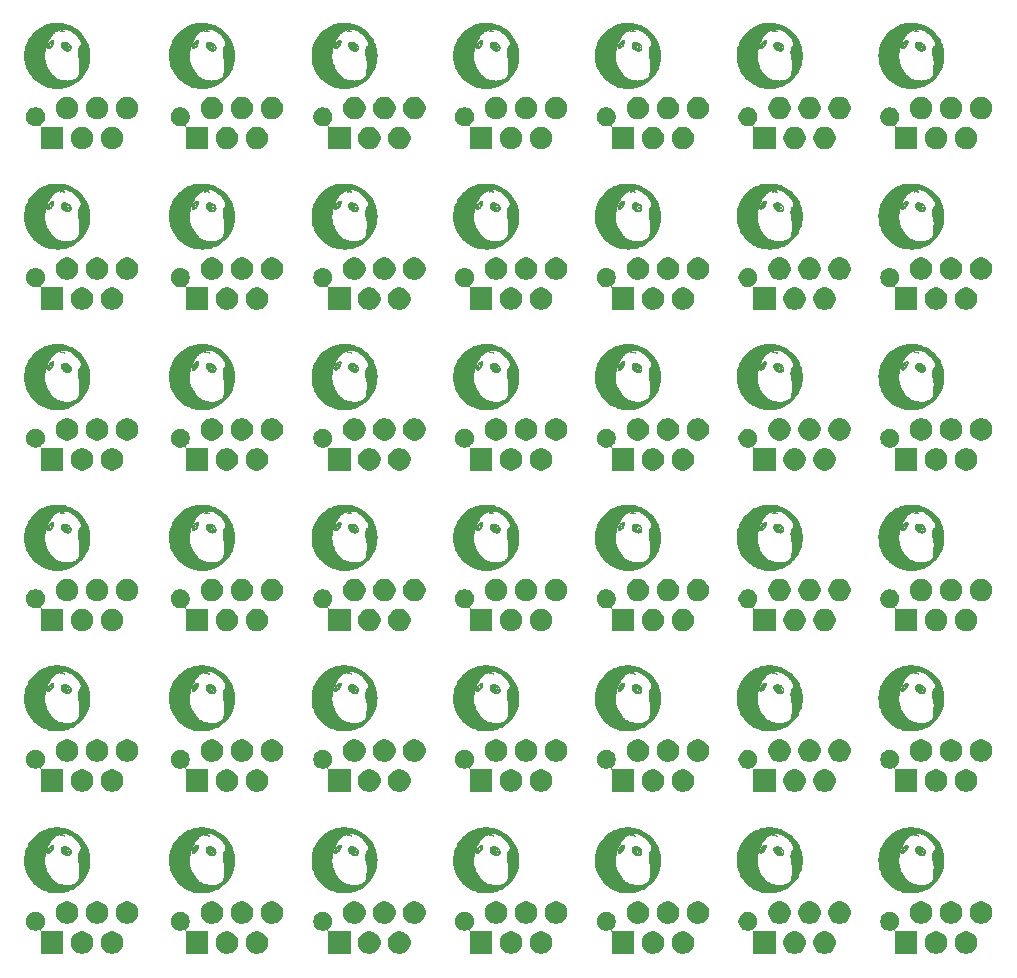
<source format=gbr>
G04 #@! TF.GenerationSoftware,KiCad,Pcbnew,5.0.2-bee76a0~70~ubuntu18.04.1*
G04 #@! TF.CreationDate,2019-05-10T19:11:01+02:00*
G04 #@! TF.ProjectId,spi_connector_board_5x5_panel,7370695f-636f-46e6-9e65-63746f725f62,rev?*
G04 #@! TF.SameCoordinates,Original*
G04 #@! TF.FileFunction,Soldermask,Bot*
G04 #@! TF.FilePolarity,Negative*
%FSLAX46Y46*%
G04 Gerber Fmt 4.6, Leading zero omitted, Abs format (unit mm)*
G04 Created by KiCad (PCBNEW 5.0.2-bee76a0~70~ubuntu18.04.1) date Fr 10 Mai 2019 19:11:01 CEST*
%MOMM*%
%LPD*%
G01*
G04 APERTURE LIST*
%ADD10C,0.010000*%
%ADD11C,0.060000*%
%ADD12C,0.150000*%
G04 APERTURE END LIST*
D10*
G04 #@! TO.C,G\002A\002A\002A*
G36*
X99186167Y-74280398D02*
X99199244Y-74277007D01*
X99210548Y-74269878D01*
X99212892Y-74267955D01*
X99232192Y-74246118D01*
X99242119Y-74221641D01*
X99242426Y-74195732D01*
X99232941Y-74169735D01*
X99218512Y-74150641D01*
X99200037Y-74139175D01*
X99175524Y-74134290D01*
X99164728Y-74133940D01*
X99147329Y-74134553D01*
X99135655Y-74137566D01*
X99125294Y-74144742D01*
X99116403Y-74153241D01*
X99099778Y-74176131D01*
X99092436Y-74201066D01*
X99094332Y-74226294D01*
X99105419Y-74250064D01*
X99119359Y-74265549D01*
X99131213Y-74274746D01*
X99142530Y-74279467D01*
X99157630Y-74281131D01*
X99167167Y-74281260D01*
X99186167Y-74280398D01*
X99186167Y-74280398D01*
G37*
X99186167Y-74280398D02*
X99199244Y-74277007D01*
X99210548Y-74269878D01*
X99212892Y-74267955D01*
X99232192Y-74246118D01*
X99242119Y-74221641D01*
X99242426Y-74195732D01*
X99232941Y-74169735D01*
X99218512Y-74150641D01*
X99200037Y-74139175D01*
X99175524Y-74134290D01*
X99164728Y-74133940D01*
X99147329Y-74134553D01*
X99135655Y-74137566D01*
X99125294Y-74144742D01*
X99116403Y-74153241D01*
X99099778Y-74176131D01*
X99092436Y-74201066D01*
X99094332Y-74226294D01*
X99105419Y-74250064D01*
X99119359Y-74265549D01*
X99131213Y-74274746D01*
X99142530Y-74279467D01*
X99157630Y-74281131D01*
X99167167Y-74281260D01*
X99186167Y-74280398D01*
G36*
X97746966Y-74001574D02*
X97762054Y-73990167D01*
X97764289Y-73987890D01*
X97780497Y-73967424D01*
X97793803Y-73944312D01*
X97803895Y-73920152D01*
X97810461Y-73896540D01*
X97813191Y-73875074D01*
X97811774Y-73857350D01*
X97805897Y-73844965D01*
X97795250Y-73839517D01*
X97793240Y-73839397D01*
X97785819Y-73841810D01*
X97774318Y-73847798D01*
X97772597Y-73848829D01*
X97755599Y-73863592D01*
X97739867Y-73885099D01*
X97726417Y-73910817D01*
X97716264Y-73938211D01*
X97710421Y-73964746D01*
X97709905Y-73987887D01*
X97712503Y-73998905D01*
X97719922Y-74006426D01*
X97732166Y-74007155D01*
X97746966Y-74001574D01*
X97746966Y-74001574D01*
G37*
X97746966Y-74001574D02*
X97762054Y-73990167D01*
X97764289Y-73987890D01*
X97780497Y-73967424D01*
X97793803Y-73944312D01*
X97803895Y-73920152D01*
X97810461Y-73896540D01*
X97813191Y-73875074D01*
X97811774Y-73857350D01*
X97805897Y-73844965D01*
X97795250Y-73839517D01*
X97793240Y-73839397D01*
X97785819Y-73841810D01*
X97774318Y-73847798D01*
X97772597Y-73848829D01*
X97755599Y-73863592D01*
X97739867Y-73885099D01*
X97726417Y-73910817D01*
X97716264Y-73938211D01*
X97710421Y-73964746D01*
X97709905Y-73987887D01*
X97712503Y-73998905D01*
X97719922Y-74006426D01*
X97732166Y-74007155D01*
X97746966Y-74001574D01*
G36*
X98333911Y-77683842D02*
X98382803Y-77682466D01*
X98424291Y-77680273D01*
X98426748Y-77680096D01*
X98593230Y-77662883D01*
X98757356Y-77635881D01*
X98918763Y-77599264D01*
X99077089Y-77553203D01*
X99231970Y-77497872D01*
X99383045Y-77433444D01*
X99529951Y-77360090D01*
X99672324Y-77277985D01*
X99809804Y-77187301D01*
X99942026Y-77088210D01*
X100068628Y-76980886D01*
X100189248Y-76865501D01*
X100233988Y-76818994D01*
X100344888Y-76693698D01*
X100447352Y-76562820D01*
X100541266Y-76426606D01*
X100626514Y-76285303D01*
X100702985Y-76139156D01*
X100770564Y-75988409D01*
X100829137Y-75833310D01*
X100878590Y-75674104D01*
X100918810Y-75511035D01*
X100949684Y-75344351D01*
X100963527Y-75243920D01*
X100966188Y-75215886D01*
X100968556Y-75179342D01*
X100970607Y-75135935D01*
X100972318Y-75087312D01*
X100973668Y-75035121D01*
X100974631Y-74981007D01*
X100975187Y-74926619D01*
X100975310Y-74873602D01*
X100974979Y-74823603D01*
X100974171Y-74778271D01*
X100972862Y-74739250D01*
X100971029Y-74708189D01*
X100971021Y-74708091D01*
X100952925Y-74543762D01*
X100925023Y-74381553D01*
X100887524Y-74221864D01*
X100840637Y-74065095D01*
X100784568Y-73911647D01*
X100719526Y-73761920D01*
X100645720Y-73616314D01*
X100563358Y-73475229D01*
X100472647Y-73339067D01*
X100373795Y-73208227D01*
X100267012Y-73083109D01*
X100152505Y-72964115D01*
X100030482Y-72851644D01*
X99986327Y-72814135D01*
X99854839Y-72711336D01*
X99718056Y-72617130D01*
X99576320Y-72531656D01*
X99429975Y-72455056D01*
X99279363Y-72387470D01*
X99124828Y-72329038D01*
X98966713Y-72279901D01*
X98805361Y-72240200D01*
X98641115Y-72210075D01*
X98474318Y-72189666D01*
X98458720Y-72188270D01*
X98427105Y-72186079D01*
X98387773Y-72184217D01*
X98342837Y-72182709D01*
X98294409Y-72181584D01*
X98244602Y-72180866D01*
X98195529Y-72180583D01*
X98149302Y-72180760D01*
X98108034Y-72181424D01*
X98073838Y-72182601D01*
X98061194Y-72183313D01*
X97891562Y-72199458D01*
X97724878Y-72225192D01*
X97561408Y-72260401D01*
X97401416Y-72304971D01*
X97245167Y-72358788D01*
X97092927Y-72421737D01*
X96944961Y-72493704D01*
X96801533Y-72574575D01*
X96662908Y-72664235D01*
X96529352Y-72762571D01*
X96401130Y-72869469D01*
X96339769Y-72925464D01*
X96221379Y-73043633D01*
X96110979Y-73167929D01*
X96008741Y-73297990D01*
X95914838Y-73433452D01*
X95829443Y-73573954D01*
X95752729Y-73719131D01*
X95684870Y-73868620D01*
X95626037Y-74022059D01*
X95576404Y-74179084D01*
X95536144Y-74339332D01*
X95505430Y-74502440D01*
X95484435Y-74668046D01*
X95478984Y-74732332D01*
X95476735Y-74773257D01*
X95475306Y-74821716D01*
X95474658Y-74875759D01*
X95474754Y-74933435D01*
X95475345Y-74977220D01*
X97158366Y-74977220D01*
X97158587Y-74916633D01*
X97159300Y-74864245D01*
X97160654Y-74818102D01*
X97162796Y-74776251D01*
X97165876Y-74736737D01*
X97170041Y-74697605D01*
X97175439Y-74656902D01*
X97182219Y-74612673D01*
X97189183Y-74570820D01*
X97213821Y-74445733D01*
X97245672Y-74315716D01*
X97284144Y-74182345D01*
X97328646Y-74047194D01*
X97378585Y-73911840D01*
X97433369Y-73777856D01*
X97492407Y-73646817D01*
X97555105Y-73520299D01*
X97620873Y-73399877D01*
X97644638Y-73359240D01*
X97670350Y-73317350D01*
X97694892Y-73280430D01*
X97719958Y-73246337D01*
X97747239Y-73212923D01*
X97778427Y-73178045D01*
X97815214Y-73139556D01*
X97828737Y-73125832D01*
X97897039Y-73059437D01*
X97962532Y-73001161D01*
X98026680Y-72949906D01*
X98090945Y-72904573D01*
X98156792Y-72864064D01*
X98225683Y-72827280D01*
X98228125Y-72826068D01*
X98295365Y-72794869D01*
X98363023Y-72767909D01*
X98432318Y-72744926D01*
X98504472Y-72725659D01*
X98580708Y-72709847D01*
X98662246Y-72697229D01*
X98750307Y-72687545D01*
X98846114Y-72680532D01*
X98926801Y-72676757D01*
X98940968Y-72677435D01*
X98961674Y-72679895D01*
X98985542Y-72683695D01*
X98998846Y-72686205D01*
X99104626Y-72712531D01*
X99208727Y-72748776D01*
X99311240Y-72794980D01*
X99412259Y-72851184D01*
X99491215Y-72902785D01*
X99527448Y-72929057D01*
X99568356Y-72960452D01*
X99612505Y-72995736D01*
X99658464Y-73033674D01*
X99704799Y-73073033D01*
X99750077Y-73112579D01*
X99792865Y-73151077D01*
X99831730Y-73187293D01*
X99865240Y-73219994D01*
X99891857Y-73247831D01*
X99941578Y-73304929D01*
X99990526Y-73365667D01*
X100037842Y-73428728D01*
X100082668Y-73492798D01*
X100124146Y-73556561D01*
X100161416Y-73618700D01*
X100193620Y-73677900D01*
X100219899Y-73732846D01*
X100238047Y-73778340D01*
X100249666Y-73814817D01*
X100256169Y-73844580D01*
X100257791Y-73869554D01*
X100254766Y-73891662D01*
X100252729Y-73898845D01*
X100244399Y-73932317D01*
X100237674Y-73975650D01*
X100232545Y-74028918D01*
X100231057Y-74051020D01*
X100229414Y-74074215D01*
X100227591Y-74093673D01*
X100225827Y-74107146D01*
X100224548Y-74112221D01*
X100218485Y-74116409D01*
X100205961Y-74122684D01*
X100193713Y-74128006D01*
X100157691Y-74145695D01*
X100127550Y-74167389D01*
X100102555Y-74194167D01*
X100081972Y-74227104D01*
X100065067Y-74267279D01*
X100051106Y-74315767D01*
X100044231Y-74347300D01*
X100035609Y-74401516D01*
X100029372Y-74464201D01*
X100025503Y-74533953D01*
X100023988Y-74609369D01*
X100024810Y-74689047D01*
X100027954Y-74771583D01*
X100033404Y-74855576D01*
X100041144Y-74939622D01*
X100051158Y-75022319D01*
X100051891Y-75027643D01*
X100060183Y-75078879D01*
X100071351Y-75132977D01*
X100085799Y-75191619D01*
X100103936Y-75256488D01*
X100120007Y-75309606D01*
X100130501Y-75344904D01*
X100137249Y-75371277D01*
X100140356Y-75389202D01*
X100140130Y-75398506D01*
X100139492Y-75405683D01*
X100138773Y-75422161D01*
X100137990Y-75447078D01*
X100137162Y-75479574D01*
X100136307Y-75518792D01*
X100135443Y-75563869D01*
X100134587Y-75613947D01*
X100133758Y-75668165D01*
X100132974Y-75725664D01*
X100132524Y-75762080D01*
X100131599Y-75836634D01*
X100130678Y-75902064D01*
X100129709Y-75959406D01*
X100128643Y-76009698D01*
X100127428Y-76053975D01*
X100126014Y-76093272D01*
X100124351Y-76128628D01*
X100122386Y-76161078D01*
X100120070Y-76191657D01*
X100117353Y-76221403D01*
X100114182Y-76251352D01*
X100110509Y-76282539D01*
X100106281Y-76316002D01*
X100104915Y-76326505D01*
X100095950Y-76388967D01*
X100085137Y-76454318D01*
X100073163Y-76518728D01*
X100060716Y-76578369D01*
X100055701Y-76600280D01*
X100049694Y-76625760D01*
X100044359Y-76648422D01*
X100040219Y-76666035D01*
X100037800Y-76676365D01*
X100037599Y-76677227D01*
X100032014Y-76686904D01*
X100019270Y-76701360D01*
X100000559Y-76719588D01*
X99977073Y-76740580D01*
X99950005Y-76763330D01*
X99920547Y-76786829D01*
X99889891Y-76810070D01*
X99859229Y-76832046D01*
X99835400Y-76848102D01*
X99742163Y-76902939D01*
X99642866Y-76949835D01*
X99537385Y-76988835D01*
X99425599Y-77019985D01*
X99307385Y-77043327D01*
X99296920Y-77044971D01*
X99252297Y-77050506D01*
X99200046Y-77054767D01*
X99142623Y-77057711D01*
X99082484Y-77059292D01*
X99022087Y-77059464D01*
X98963889Y-77058184D01*
X98910346Y-77055406D01*
X98877820Y-77052636D01*
X98740805Y-77034624D01*
X98609389Y-77009252D01*
X98483874Y-76976637D01*
X98364565Y-76936893D01*
X98251762Y-76890138D01*
X98145770Y-76836486D01*
X98046891Y-76776053D01*
X97955428Y-76708956D01*
X97934807Y-76692035D01*
X97901618Y-76663016D01*
X97869226Y-76632072D01*
X97836135Y-76597630D01*
X97800849Y-76558122D01*
X97761872Y-76511976D01*
X97753017Y-76501220D01*
X97649406Y-76368768D01*
X97555879Y-76236313D01*
X97472358Y-76103703D01*
X97398768Y-75970784D01*
X97335033Y-75837402D01*
X97281077Y-75703402D01*
X97236824Y-75568633D01*
X97202197Y-75432939D01*
X97186839Y-75355680D01*
X97179362Y-75312536D01*
X97173287Y-75273939D01*
X97168475Y-75238048D01*
X97164787Y-75203023D01*
X97162085Y-75167023D01*
X97160230Y-75128209D01*
X97159085Y-75084738D01*
X97158509Y-75034771D01*
X97158366Y-74977220D01*
X95475345Y-74977220D01*
X95475556Y-74992796D01*
X95477026Y-75051889D01*
X95479124Y-75108765D01*
X95481814Y-75161473D01*
X95485056Y-75208063D01*
X95488814Y-75246585D01*
X95489082Y-75248820D01*
X95514556Y-75418352D01*
X95549228Y-75583574D01*
X95593129Y-75744562D01*
X95646292Y-75901388D01*
X95708749Y-76054126D01*
X95780530Y-76202850D01*
X95861669Y-76347634D01*
X95952197Y-76488552D01*
X96052146Y-76625678D01*
X96119657Y-76709782D01*
X96144754Y-76738766D01*
X96175960Y-76772936D01*
X96211754Y-76810772D01*
X96250616Y-76850753D01*
X96291023Y-76891357D01*
X96331455Y-76931062D01*
X96370390Y-76968349D01*
X96406308Y-77001695D01*
X96437686Y-77029580D01*
X96449298Y-77039423D01*
X96565626Y-77131737D01*
X96682635Y-77215425D01*
X96802486Y-77291914D01*
X96927336Y-77362630D01*
X96980440Y-77390270D01*
X97125701Y-77458983D01*
X97272953Y-77518424D01*
X97423045Y-77568850D01*
X97576824Y-77610516D01*
X97735140Y-77643677D01*
X97898842Y-77668589D01*
X97910260Y-77669998D01*
X97948174Y-77673789D01*
X97994287Y-77677067D01*
X98046648Y-77679795D01*
X98103306Y-77681934D01*
X98162312Y-77683446D01*
X98221715Y-77684294D01*
X98279565Y-77684438D01*
X98333911Y-77683842D01*
X98333911Y-77683842D01*
G37*
X98333911Y-77683842D02*
X98382803Y-77682466D01*
X98424291Y-77680273D01*
X98426748Y-77680096D01*
X98593230Y-77662883D01*
X98757356Y-77635881D01*
X98918763Y-77599264D01*
X99077089Y-77553203D01*
X99231970Y-77497872D01*
X99383045Y-77433444D01*
X99529951Y-77360090D01*
X99672324Y-77277985D01*
X99809804Y-77187301D01*
X99942026Y-77088210D01*
X100068628Y-76980886D01*
X100189248Y-76865501D01*
X100233988Y-76818994D01*
X100344888Y-76693698D01*
X100447352Y-76562820D01*
X100541266Y-76426606D01*
X100626514Y-76285303D01*
X100702985Y-76139156D01*
X100770564Y-75988409D01*
X100829137Y-75833310D01*
X100878590Y-75674104D01*
X100918810Y-75511035D01*
X100949684Y-75344351D01*
X100963527Y-75243920D01*
X100966188Y-75215886D01*
X100968556Y-75179342D01*
X100970607Y-75135935D01*
X100972318Y-75087312D01*
X100973668Y-75035121D01*
X100974631Y-74981007D01*
X100975187Y-74926619D01*
X100975310Y-74873602D01*
X100974979Y-74823603D01*
X100974171Y-74778271D01*
X100972862Y-74739250D01*
X100971029Y-74708189D01*
X100971021Y-74708091D01*
X100952925Y-74543762D01*
X100925023Y-74381553D01*
X100887524Y-74221864D01*
X100840637Y-74065095D01*
X100784568Y-73911647D01*
X100719526Y-73761920D01*
X100645720Y-73616314D01*
X100563358Y-73475229D01*
X100472647Y-73339067D01*
X100373795Y-73208227D01*
X100267012Y-73083109D01*
X100152505Y-72964115D01*
X100030482Y-72851644D01*
X99986327Y-72814135D01*
X99854839Y-72711336D01*
X99718056Y-72617130D01*
X99576320Y-72531656D01*
X99429975Y-72455056D01*
X99279363Y-72387470D01*
X99124828Y-72329038D01*
X98966713Y-72279901D01*
X98805361Y-72240200D01*
X98641115Y-72210075D01*
X98474318Y-72189666D01*
X98458720Y-72188270D01*
X98427105Y-72186079D01*
X98387773Y-72184217D01*
X98342837Y-72182709D01*
X98294409Y-72181584D01*
X98244602Y-72180866D01*
X98195529Y-72180583D01*
X98149302Y-72180760D01*
X98108034Y-72181424D01*
X98073838Y-72182601D01*
X98061194Y-72183313D01*
X97891562Y-72199458D01*
X97724878Y-72225192D01*
X97561408Y-72260401D01*
X97401416Y-72304971D01*
X97245167Y-72358788D01*
X97092927Y-72421737D01*
X96944961Y-72493704D01*
X96801533Y-72574575D01*
X96662908Y-72664235D01*
X96529352Y-72762571D01*
X96401130Y-72869469D01*
X96339769Y-72925464D01*
X96221379Y-73043633D01*
X96110979Y-73167929D01*
X96008741Y-73297990D01*
X95914838Y-73433452D01*
X95829443Y-73573954D01*
X95752729Y-73719131D01*
X95684870Y-73868620D01*
X95626037Y-74022059D01*
X95576404Y-74179084D01*
X95536144Y-74339332D01*
X95505430Y-74502440D01*
X95484435Y-74668046D01*
X95478984Y-74732332D01*
X95476735Y-74773257D01*
X95475306Y-74821716D01*
X95474658Y-74875759D01*
X95474754Y-74933435D01*
X95475345Y-74977220D01*
X97158366Y-74977220D01*
X97158587Y-74916633D01*
X97159300Y-74864245D01*
X97160654Y-74818102D01*
X97162796Y-74776251D01*
X97165876Y-74736737D01*
X97170041Y-74697605D01*
X97175439Y-74656902D01*
X97182219Y-74612673D01*
X97189183Y-74570820D01*
X97213821Y-74445733D01*
X97245672Y-74315716D01*
X97284144Y-74182345D01*
X97328646Y-74047194D01*
X97378585Y-73911840D01*
X97433369Y-73777856D01*
X97492407Y-73646817D01*
X97555105Y-73520299D01*
X97620873Y-73399877D01*
X97644638Y-73359240D01*
X97670350Y-73317350D01*
X97694892Y-73280430D01*
X97719958Y-73246337D01*
X97747239Y-73212923D01*
X97778427Y-73178045D01*
X97815214Y-73139556D01*
X97828737Y-73125832D01*
X97897039Y-73059437D01*
X97962532Y-73001161D01*
X98026680Y-72949906D01*
X98090945Y-72904573D01*
X98156792Y-72864064D01*
X98225683Y-72827280D01*
X98228125Y-72826068D01*
X98295365Y-72794869D01*
X98363023Y-72767909D01*
X98432318Y-72744926D01*
X98504472Y-72725659D01*
X98580708Y-72709847D01*
X98662246Y-72697229D01*
X98750307Y-72687545D01*
X98846114Y-72680532D01*
X98926801Y-72676757D01*
X98940968Y-72677435D01*
X98961674Y-72679895D01*
X98985542Y-72683695D01*
X98998846Y-72686205D01*
X99104626Y-72712531D01*
X99208727Y-72748776D01*
X99311240Y-72794980D01*
X99412259Y-72851184D01*
X99491215Y-72902785D01*
X99527448Y-72929057D01*
X99568356Y-72960452D01*
X99612505Y-72995736D01*
X99658464Y-73033674D01*
X99704799Y-73073033D01*
X99750077Y-73112579D01*
X99792865Y-73151077D01*
X99831730Y-73187293D01*
X99865240Y-73219994D01*
X99891857Y-73247831D01*
X99941578Y-73304929D01*
X99990526Y-73365667D01*
X100037842Y-73428728D01*
X100082668Y-73492798D01*
X100124146Y-73556561D01*
X100161416Y-73618700D01*
X100193620Y-73677900D01*
X100219899Y-73732846D01*
X100238047Y-73778340D01*
X100249666Y-73814817D01*
X100256169Y-73844580D01*
X100257791Y-73869554D01*
X100254766Y-73891662D01*
X100252729Y-73898845D01*
X100244399Y-73932317D01*
X100237674Y-73975650D01*
X100232545Y-74028918D01*
X100231057Y-74051020D01*
X100229414Y-74074215D01*
X100227591Y-74093673D01*
X100225827Y-74107146D01*
X100224548Y-74112221D01*
X100218485Y-74116409D01*
X100205961Y-74122684D01*
X100193713Y-74128006D01*
X100157691Y-74145695D01*
X100127550Y-74167389D01*
X100102555Y-74194167D01*
X100081972Y-74227104D01*
X100065067Y-74267279D01*
X100051106Y-74315767D01*
X100044231Y-74347300D01*
X100035609Y-74401516D01*
X100029372Y-74464201D01*
X100025503Y-74533953D01*
X100023988Y-74609369D01*
X100024810Y-74689047D01*
X100027954Y-74771583D01*
X100033404Y-74855576D01*
X100041144Y-74939622D01*
X100051158Y-75022319D01*
X100051891Y-75027643D01*
X100060183Y-75078879D01*
X100071351Y-75132977D01*
X100085799Y-75191619D01*
X100103936Y-75256488D01*
X100120007Y-75309606D01*
X100130501Y-75344904D01*
X100137249Y-75371277D01*
X100140356Y-75389202D01*
X100140130Y-75398506D01*
X100139492Y-75405683D01*
X100138773Y-75422161D01*
X100137990Y-75447078D01*
X100137162Y-75479574D01*
X100136307Y-75518792D01*
X100135443Y-75563869D01*
X100134587Y-75613947D01*
X100133758Y-75668165D01*
X100132974Y-75725664D01*
X100132524Y-75762080D01*
X100131599Y-75836634D01*
X100130678Y-75902064D01*
X100129709Y-75959406D01*
X100128643Y-76009698D01*
X100127428Y-76053975D01*
X100126014Y-76093272D01*
X100124351Y-76128628D01*
X100122386Y-76161078D01*
X100120070Y-76191657D01*
X100117353Y-76221403D01*
X100114182Y-76251352D01*
X100110509Y-76282539D01*
X100106281Y-76316002D01*
X100104915Y-76326505D01*
X100095950Y-76388967D01*
X100085137Y-76454318D01*
X100073163Y-76518728D01*
X100060716Y-76578369D01*
X100055701Y-76600280D01*
X100049694Y-76625760D01*
X100044359Y-76648422D01*
X100040219Y-76666035D01*
X100037800Y-76676365D01*
X100037599Y-76677227D01*
X100032014Y-76686904D01*
X100019270Y-76701360D01*
X100000559Y-76719588D01*
X99977073Y-76740580D01*
X99950005Y-76763330D01*
X99920547Y-76786829D01*
X99889891Y-76810070D01*
X99859229Y-76832046D01*
X99835400Y-76848102D01*
X99742163Y-76902939D01*
X99642866Y-76949835D01*
X99537385Y-76988835D01*
X99425599Y-77019985D01*
X99307385Y-77043327D01*
X99296920Y-77044971D01*
X99252297Y-77050506D01*
X99200046Y-77054767D01*
X99142623Y-77057711D01*
X99082484Y-77059292D01*
X99022087Y-77059464D01*
X98963889Y-77058184D01*
X98910346Y-77055406D01*
X98877820Y-77052636D01*
X98740805Y-77034624D01*
X98609389Y-77009252D01*
X98483874Y-76976637D01*
X98364565Y-76936893D01*
X98251762Y-76890138D01*
X98145770Y-76836486D01*
X98046891Y-76776053D01*
X97955428Y-76708956D01*
X97934807Y-76692035D01*
X97901618Y-76663016D01*
X97869226Y-76632072D01*
X97836135Y-76597630D01*
X97800849Y-76558122D01*
X97761872Y-76511976D01*
X97753017Y-76501220D01*
X97649406Y-76368768D01*
X97555879Y-76236313D01*
X97472358Y-76103703D01*
X97398768Y-75970784D01*
X97335033Y-75837402D01*
X97281077Y-75703402D01*
X97236824Y-75568633D01*
X97202197Y-75432939D01*
X97186839Y-75355680D01*
X97179362Y-75312536D01*
X97173287Y-75273939D01*
X97168475Y-75238048D01*
X97164787Y-75203023D01*
X97162085Y-75167023D01*
X97160230Y-75128209D01*
X97159085Y-75084738D01*
X97158509Y-75034771D01*
X97158366Y-74977220D01*
X95475345Y-74977220D01*
X95475556Y-74992796D01*
X95477026Y-75051889D01*
X95479124Y-75108765D01*
X95481814Y-75161473D01*
X95485056Y-75208063D01*
X95488814Y-75246585D01*
X95489082Y-75248820D01*
X95514556Y-75418352D01*
X95549228Y-75583574D01*
X95593129Y-75744562D01*
X95646292Y-75901388D01*
X95708749Y-76054126D01*
X95780530Y-76202850D01*
X95861669Y-76347634D01*
X95952197Y-76488552D01*
X96052146Y-76625678D01*
X96119657Y-76709782D01*
X96144754Y-76738766D01*
X96175960Y-76772936D01*
X96211754Y-76810772D01*
X96250616Y-76850753D01*
X96291023Y-76891357D01*
X96331455Y-76931062D01*
X96370390Y-76968349D01*
X96406308Y-77001695D01*
X96437686Y-77029580D01*
X96449298Y-77039423D01*
X96565626Y-77131737D01*
X96682635Y-77215425D01*
X96802486Y-77291914D01*
X96927336Y-77362630D01*
X96980440Y-77390270D01*
X97125701Y-77458983D01*
X97272953Y-77518424D01*
X97423045Y-77568850D01*
X97576824Y-77610516D01*
X97735140Y-77643677D01*
X97898842Y-77668589D01*
X97910260Y-77669998D01*
X97948174Y-77673789D01*
X97994287Y-77677067D01*
X98046648Y-77679795D01*
X98103306Y-77681934D01*
X98162312Y-77683446D01*
X98221715Y-77684294D01*
X98279565Y-77684438D01*
X98333911Y-77683842D01*
G36*
X99186167Y-87880398D02*
X99199244Y-87877007D01*
X99210548Y-87869878D01*
X99212892Y-87867955D01*
X99232192Y-87846118D01*
X99242119Y-87821641D01*
X99242426Y-87795732D01*
X99232941Y-87769735D01*
X99218512Y-87750641D01*
X99200037Y-87739175D01*
X99175524Y-87734290D01*
X99164728Y-87733940D01*
X99147329Y-87734553D01*
X99135655Y-87737566D01*
X99125294Y-87744742D01*
X99116403Y-87753241D01*
X99099778Y-87776131D01*
X99092436Y-87801066D01*
X99094332Y-87826294D01*
X99105419Y-87850064D01*
X99119359Y-87865549D01*
X99131213Y-87874746D01*
X99142530Y-87879467D01*
X99157630Y-87881131D01*
X99167167Y-87881260D01*
X99186167Y-87880398D01*
X99186167Y-87880398D01*
G37*
X99186167Y-87880398D02*
X99199244Y-87877007D01*
X99210548Y-87869878D01*
X99212892Y-87867955D01*
X99232192Y-87846118D01*
X99242119Y-87821641D01*
X99242426Y-87795732D01*
X99232941Y-87769735D01*
X99218512Y-87750641D01*
X99200037Y-87739175D01*
X99175524Y-87734290D01*
X99164728Y-87733940D01*
X99147329Y-87734553D01*
X99135655Y-87737566D01*
X99125294Y-87744742D01*
X99116403Y-87753241D01*
X99099778Y-87776131D01*
X99092436Y-87801066D01*
X99094332Y-87826294D01*
X99105419Y-87850064D01*
X99119359Y-87865549D01*
X99131213Y-87874746D01*
X99142530Y-87879467D01*
X99157630Y-87881131D01*
X99167167Y-87881260D01*
X99186167Y-87880398D01*
G36*
X97746966Y-87601574D02*
X97762054Y-87590167D01*
X97764289Y-87587890D01*
X97780497Y-87567424D01*
X97793803Y-87544312D01*
X97803895Y-87520152D01*
X97810461Y-87496540D01*
X97813191Y-87475074D01*
X97811774Y-87457350D01*
X97805897Y-87444965D01*
X97795250Y-87439517D01*
X97793240Y-87439397D01*
X97785819Y-87441810D01*
X97774318Y-87447798D01*
X97772597Y-87448829D01*
X97755599Y-87463592D01*
X97739867Y-87485099D01*
X97726417Y-87510817D01*
X97716264Y-87538211D01*
X97710421Y-87564746D01*
X97709905Y-87587887D01*
X97712503Y-87598905D01*
X97719922Y-87606426D01*
X97732166Y-87607155D01*
X97746966Y-87601574D01*
X97746966Y-87601574D01*
G37*
X97746966Y-87601574D02*
X97762054Y-87590167D01*
X97764289Y-87587890D01*
X97780497Y-87567424D01*
X97793803Y-87544312D01*
X97803895Y-87520152D01*
X97810461Y-87496540D01*
X97813191Y-87475074D01*
X97811774Y-87457350D01*
X97805897Y-87444965D01*
X97795250Y-87439517D01*
X97793240Y-87439397D01*
X97785819Y-87441810D01*
X97774318Y-87447798D01*
X97772597Y-87448829D01*
X97755599Y-87463592D01*
X97739867Y-87485099D01*
X97726417Y-87510817D01*
X97716264Y-87538211D01*
X97710421Y-87564746D01*
X97709905Y-87587887D01*
X97712503Y-87598905D01*
X97719922Y-87606426D01*
X97732166Y-87607155D01*
X97746966Y-87601574D01*
G36*
X98333911Y-91283842D02*
X98382803Y-91282466D01*
X98424291Y-91280273D01*
X98426748Y-91280096D01*
X98593230Y-91262883D01*
X98757356Y-91235881D01*
X98918763Y-91199264D01*
X99077089Y-91153203D01*
X99231970Y-91097872D01*
X99383045Y-91033444D01*
X99529951Y-90960090D01*
X99672324Y-90877985D01*
X99809804Y-90787301D01*
X99942026Y-90688210D01*
X100068628Y-90580886D01*
X100189248Y-90465501D01*
X100233988Y-90418994D01*
X100344888Y-90293698D01*
X100447352Y-90162820D01*
X100541266Y-90026606D01*
X100626514Y-89885303D01*
X100702985Y-89739156D01*
X100770564Y-89588409D01*
X100829137Y-89433310D01*
X100878590Y-89274104D01*
X100918810Y-89111035D01*
X100949684Y-88944351D01*
X100963527Y-88843920D01*
X100966188Y-88815886D01*
X100968556Y-88779342D01*
X100970607Y-88735935D01*
X100972318Y-88687312D01*
X100973668Y-88635121D01*
X100974631Y-88581007D01*
X100975187Y-88526619D01*
X100975310Y-88473602D01*
X100974979Y-88423603D01*
X100974171Y-88378271D01*
X100972862Y-88339250D01*
X100971029Y-88308189D01*
X100971021Y-88308091D01*
X100952925Y-88143762D01*
X100925023Y-87981553D01*
X100887524Y-87821864D01*
X100840637Y-87665095D01*
X100784568Y-87511647D01*
X100719526Y-87361920D01*
X100645720Y-87216314D01*
X100563358Y-87075229D01*
X100472647Y-86939067D01*
X100373795Y-86808227D01*
X100267012Y-86683109D01*
X100152505Y-86564115D01*
X100030482Y-86451644D01*
X99986327Y-86414135D01*
X99854839Y-86311336D01*
X99718056Y-86217130D01*
X99576320Y-86131656D01*
X99429975Y-86055056D01*
X99279363Y-85987470D01*
X99124828Y-85929038D01*
X98966713Y-85879901D01*
X98805361Y-85840200D01*
X98641115Y-85810075D01*
X98474318Y-85789666D01*
X98458720Y-85788270D01*
X98427105Y-85786079D01*
X98387773Y-85784217D01*
X98342837Y-85782709D01*
X98294409Y-85781584D01*
X98244602Y-85780866D01*
X98195529Y-85780583D01*
X98149302Y-85780760D01*
X98108034Y-85781424D01*
X98073838Y-85782601D01*
X98061194Y-85783313D01*
X97891562Y-85799458D01*
X97724878Y-85825192D01*
X97561408Y-85860401D01*
X97401416Y-85904971D01*
X97245167Y-85958788D01*
X97092927Y-86021737D01*
X96944961Y-86093704D01*
X96801533Y-86174575D01*
X96662908Y-86264235D01*
X96529352Y-86362571D01*
X96401130Y-86469469D01*
X96339769Y-86525464D01*
X96221379Y-86643633D01*
X96110979Y-86767929D01*
X96008741Y-86897990D01*
X95914838Y-87033452D01*
X95829443Y-87173954D01*
X95752729Y-87319131D01*
X95684870Y-87468620D01*
X95626037Y-87622059D01*
X95576404Y-87779084D01*
X95536144Y-87939332D01*
X95505430Y-88102440D01*
X95484435Y-88268046D01*
X95478984Y-88332332D01*
X95476735Y-88373257D01*
X95475306Y-88421716D01*
X95474658Y-88475759D01*
X95474754Y-88533435D01*
X95475345Y-88577220D01*
X97158366Y-88577220D01*
X97158587Y-88516633D01*
X97159300Y-88464245D01*
X97160654Y-88418102D01*
X97162796Y-88376251D01*
X97165876Y-88336737D01*
X97170041Y-88297605D01*
X97175439Y-88256902D01*
X97182219Y-88212673D01*
X97189183Y-88170820D01*
X97213821Y-88045733D01*
X97245672Y-87915716D01*
X97284144Y-87782345D01*
X97328646Y-87647194D01*
X97378585Y-87511840D01*
X97433369Y-87377856D01*
X97492407Y-87246817D01*
X97555105Y-87120299D01*
X97620873Y-86999877D01*
X97644638Y-86959240D01*
X97670350Y-86917350D01*
X97694892Y-86880430D01*
X97719958Y-86846337D01*
X97747239Y-86812923D01*
X97778427Y-86778045D01*
X97815214Y-86739556D01*
X97828737Y-86725832D01*
X97897039Y-86659437D01*
X97962532Y-86601161D01*
X98026680Y-86549906D01*
X98090945Y-86504573D01*
X98156792Y-86464064D01*
X98225683Y-86427280D01*
X98228125Y-86426068D01*
X98295365Y-86394869D01*
X98363023Y-86367909D01*
X98432318Y-86344926D01*
X98504472Y-86325659D01*
X98580708Y-86309847D01*
X98662246Y-86297229D01*
X98750307Y-86287545D01*
X98846114Y-86280532D01*
X98926801Y-86276757D01*
X98940968Y-86277435D01*
X98961674Y-86279895D01*
X98985542Y-86283695D01*
X98998846Y-86286205D01*
X99104626Y-86312531D01*
X99208727Y-86348776D01*
X99311240Y-86394980D01*
X99412259Y-86451184D01*
X99491215Y-86502785D01*
X99527448Y-86529057D01*
X99568356Y-86560452D01*
X99612505Y-86595736D01*
X99658464Y-86633674D01*
X99704799Y-86673033D01*
X99750077Y-86712579D01*
X99792865Y-86751077D01*
X99831730Y-86787293D01*
X99865240Y-86819994D01*
X99891857Y-86847831D01*
X99941578Y-86904929D01*
X99990526Y-86965667D01*
X100037842Y-87028728D01*
X100082668Y-87092798D01*
X100124146Y-87156561D01*
X100161416Y-87218700D01*
X100193620Y-87277900D01*
X100219899Y-87332846D01*
X100238047Y-87378340D01*
X100249666Y-87414817D01*
X100256169Y-87444580D01*
X100257791Y-87469554D01*
X100254766Y-87491662D01*
X100252729Y-87498845D01*
X100244399Y-87532317D01*
X100237674Y-87575650D01*
X100232545Y-87628918D01*
X100231057Y-87651020D01*
X100229414Y-87674215D01*
X100227591Y-87693673D01*
X100225827Y-87707146D01*
X100224548Y-87712221D01*
X100218485Y-87716409D01*
X100205961Y-87722684D01*
X100193713Y-87728006D01*
X100157691Y-87745695D01*
X100127550Y-87767389D01*
X100102555Y-87794167D01*
X100081972Y-87827104D01*
X100065067Y-87867279D01*
X100051106Y-87915767D01*
X100044231Y-87947300D01*
X100035609Y-88001516D01*
X100029372Y-88064201D01*
X100025503Y-88133953D01*
X100023988Y-88209369D01*
X100024810Y-88289047D01*
X100027954Y-88371583D01*
X100033404Y-88455576D01*
X100041144Y-88539622D01*
X100051158Y-88622319D01*
X100051891Y-88627643D01*
X100060183Y-88678879D01*
X100071351Y-88732977D01*
X100085799Y-88791619D01*
X100103936Y-88856488D01*
X100120007Y-88909606D01*
X100130501Y-88944904D01*
X100137249Y-88971277D01*
X100140356Y-88989202D01*
X100140130Y-88998506D01*
X100139492Y-89005683D01*
X100138773Y-89022161D01*
X100137990Y-89047078D01*
X100137162Y-89079574D01*
X100136307Y-89118792D01*
X100135443Y-89163869D01*
X100134587Y-89213947D01*
X100133758Y-89268165D01*
X100132974Y-89325664D01*
X100132524Y-89362080D01*
X100131599Y-89436634D01*
X100130678Y-89502064D01*
X100129709Y-89559406D01*
X100128643Y-89609698D01*
X100127428Y-89653975D01*
X100126014Y-89693272D01*
X100124351Y-89728628D01*
X100122386Y-89761078D01*
X100120070Y-89791657D01*
X100117353Y-89821403D01*
X100114182Y-89851352D01*
X100110509Y-89882539D01*
X100106281Y-89916002D01*
X100104915Y-89926505D01*
X100095950Y-89988967D01*
X100085137Y-90054318D01*
X100073163Y-90118728D01*
X100060716Y-90178369D01*
X100055701Y-90200280D01*
X100049694Y-90225760D01*
X100044359Y-90248422D01*
X100040219Y-90266035D01*
X100037800Y-90276365D01*
X100037599Y-90277227D01*
X100032014Y-90286904D01*
X100019270Y-90301360D01*
X100000559Y-90319588D01*
X99977073Y-90340580D01*
X99950005Y-90363330D01*
X99920547Y-90386829D01*
X99889891Y-90410070D01*
X99859229Y-90432046D01*
X99835400Y-90448102D01*
X99742163Y-90502939D01*
X99642866Y-90549835D01*
X99537385Y-90588835D01*
X99425599Y-90619985D01*
X99307385Y-90643327D01*
X99296920Y-90644971D01*
X99252297Y-90650506D01*
X99200046Y-90654767D01*
X99142623Y-90657711D01*
X99082484Y-90659292D01*
X99022087Y-90659464D01*
X98963889Y-90658184D01*
X98910346Y-90655406D01*
X98877820Y-90652636D01*
X98740805Y-90634624D01*
X98609389Y-90609252D01*
X98483874Y-90576637D01*
X98364565Y-90536893D01*
X98251762Y-90490138D01*
X98145770Y-90436486D01*
X98046891Y-90376053D01*
X97955428Y-90308956D01*
X97934807Y-90292035D01*
X97901618Y-90263016D01*
X97869226Y-90232072D01*
X97836135Y-90197630D01*
X97800849Y-90158122D01*
X97761872Y-90111976D01*
X97753017Y-90101220D01*
X97649406Y-89968768D01*
X97555879Y-89836313D01*
X97472358Y-89703703D01*
X97398768Y-89570784D01*
X97335033Y-89437402D01*
X97281077Y-89303402D01*
X97236824Y-89168633D01*
X97202197Y-89032939D01*
X97186839Y-88955680D01*
X97179362Y-88912536D01*
X97173287Y-88873939D01*
X97168475Y-88838048D01*
X97164787Y-88803023D01*
X97162085Y-88767023D01*
X97160230Y-88728209D01*
X97159085Y-88684738D01*
X97158509Y-88634771D01*
X97158366Y-88577220D01*
X95475345Y-88577220D01*
X95475556Y-88592796D01*
X95477026Y-88651889D01*
X95479124Y-88708765D01*
X95481814Y-88761473D01*
X95485056Y-88808063D01*
X95488814Y-88846585D01*
X95489082Y-88848820D01*
X95514556Y-89018352D01*
X95549228Y-89183574D01*
X95593129Y-89344562D01*
X95646292Y-89501388D01*
X95708749Y-89654126D01*
X95780530Y-89802850D01*
X95861669Y-89947634D01*
X95952197Y-90088552D01*
X96052146Y-90225678D01*
X96119657Y-90309782D01*
X96144754Y-90338766D01*
X96175960Y-90372936D01*
X96211754Y-90410772D01*
X96250616Y-90450753D01*
X96291023Y-90491357D01*
X96331455Y-90531062D01*
X96370390Y-90568349D01*
X96406308Y-90601695D01*
X96437686Y-90629580D01*
X96449298Y-90639423D01*
X96565626Y-90731737D01*
X96682635Y-90815425D01*
X96802486Y-90891914D01*
X96927336Y-90962630D01*
X96980440Y-90990270D01*
X97125701Y-91058983D01*
X97272953Y-91118424D01*
X97423045Y-91168850D01*
X97576824Y-91210516D01*
X97735140Y-91243677D01*
X97898842Y-91268589D01*
X97910260Y-91269998D01*
X97948174Y-91273789D01*
X97994287Y-91277067D01*
X98046648Y-91279795D01*
X98103306Y-91281934D01*
X98162312Y-91283446D01*
X98221715Y-91284294D01*
X98279565Y-91284438D01*
X98333911Y-91283842D01*
X98333911Y-91283842D01*
G37*
X98333911Y-91283842D02*
X98382803Y-91282466D01*
X98424291Y-91280273D01*
X98426748Y-91280096D01*
X98593230Y-91262883D01*
X98757356Y-91235881D01*
X98918763Y-91199264D01*
X99077089Y-91153203D01*
X99231970Y-91097872D01*
X99383045Y-91033444D01*
X99529951Y-90960090D01*
X99672324Y-90877985D01*
X99809804Y-90787301D01*
X99942026Y-90688210D01*
X100068628Y-90580886D01*
X100189248Y-90465501D01*
X100233988Y-90418994D01*
X100344888Y-90293698D01*
X100447352Y-90162820D01*
X100541266Y-90026606D01*
X100626514Y-89885303D01*
X100702985Y-89739156D01*
X100770564Y-89588409D01*
X100829137Y-89433310D01*
X100878590Y-89274104D01*
X100918810Y-89111035D01*
X100949684Y-88944351D01*
X100963527Y-88843920D01*
X100966188Y-88815886D01*
X100968556Y-88779342D01*
X100970607Y-88735935D01*
X100972318Y-88687312D01*
X100973668Y-88635121D01*
X100974631Y-88581007D01*
X100975187Y-88526619D01*
X100975310Y-88473602D01*
X100974979Y-88423603D01*
X100974171Y-88378271D01*
X100972862Y-88339250D01*
X100971029Y-88308189D01*
X100971021Y-88308091D01*
X100952925Y-88143762D01*
X100925023Y-87981553D01*
X100887524Y-87821864D01*
X100840637Y-87665095D01*
X100784568Y-87511647D01*
X100719526Y-87361920D01*
X100645720Y-87216314D01*
X100563358Y-87075229D01*
X100472647Y-86939067D01*
X100373795Y-86808227D01*
X100267012Y-86683109D01*
X100152505Y-86564115D01*
X100030482Y-86451644D01*
X99986327Y-86414135D01*
X99854839Y-86311336D01*
X99718056Y-86217130D01*
X99576320Y-86131656D01*
X99429975Y-86055056D01*
X99279363Y-85987470D01*
X99124828Y-85929038D01*
X98966713Y-85879901D01*
X98805361Y-85840200D01*
X98641115Y-85810075D01*
X98474318Y-85789666D01*
X98458720Y-85788270D01*
X98427105Y-85786079D01*
X98387773Y-85784217D01*
X98342837Y-85782709D01*
X98294409Y-85781584D01*
X98244602Y-85780866D01*
X98195529Y-85780583D01*
X98149302Y-85780760D01*
X98108034Y-85781424D01*
X98073838Y-85782601D01*
X98061194Y-85783313D01*
X97891562Y-85799458D01*
X97724878Y-85825192D01*
X97561408Y-85860401D01*
X97401416Y-85904971D01*
X97245167Y-85958788D01*
X97092927Y-86021737D01*
X96944961Y-86093704D01*
X96801533Y-86174575D01*
X96662908Y-86264235D01*
X96529352Y-86362571D01*
X96401130Y-86469469D01*
X96339769Y-86525464D01*
X96221379Y-86643633D01*
X96110979Y-86767929D01*
X96008741Y-86897990D01*
X95914838Y-87033452D01*
X95829443Y-87173954D01*
X95752729Y-87319131D01*
X95684870Y-87468620D01*
X95626037Y-87622059D01*
X95576404Y-87779084D01*
X95536144Y-87939332D01*
X95505430Y-88102440D01*
X95484435Y-88268046D01*
X95478984Y-88332332D01*
X95476735Y-88373257D01*
X95475306Y-88421716D01*
X95474658Y-88475759D01*
X95474754Y-88533435D01*
X95475345Y-88577220D01*
X97158366Y-88577220D01*
X97158587Y-88516633D01*
X97159300Y-88464245D01*
X97160654Y-88418102D01*
X97162796Y-88376251D01*
X97165876Y-88336737D01*
X97170041Y-88297605D01*
X97175439Y-88256902D01*
X97182219Y-88212673D01*
X97189183Y-88170820D01*
X97213821Y-88045733D01*
X97245672Y-87915716D01*
X97284144Y-87782345D01*
X97328646Y-87647194D01*
X97378585Y-87511840D01*
X97433369Y-87377856D01*
X97492407Y-87246817D01*
X97555105Y-87120299D01*
X97620873Y-86999877D01*
X97644638Y-86959240D01*
X97670350Y-86917350D01*
X97694892Y-86880430D01*
X97719958Y-86846337D01*
X97747239Y-86812923D01*
X97778427Y-86778045D01*
X97815214Y-86739556D01*
X97828737Y-86725832D01*
X97897039Y-86659437D01*
X97962532Y-86601161D01*
X98026680Y-86549906D01*
X98090945Y-86504573D01*
X98156792Y-86464064D01*
X98225683Y-86427280D01*
X98228125Y-86426068D01*
X98295365Y-86394869D01*
X98363023Y-86367909D01*
X98432318Y-86344926D01*
X98504472Y-86325659D01*
X98580708Y-86309847D01*
X98662246Y-86297229D01*
X98750307Y-86287545D01*
X98846114Y-86280532D01*
X98926801Y-86276757D01*
X98940968Y-86277435D01*
X98961674Y-86279895D01*
X98985542Y-86283695D01*
X98998846Y-86286205D01*
X99104626Y-86312531D01*
X99208727Y-86348776D01*
X99311240Y-86394980D01*
X99412259Y-86451184D01*
X99491215Y-86502785D01*
X99527448Y-86529057D01*
X99568356Y-86560452D01*
X99612505Y-86595736D01*
X99658464Y-86633674D01*
X99704799Y-86673033D01*
X99750077Y-86712579D01*
X99792865Y-86751077D01*
X99831730Y-86787293D01*
X99865240Y-86819994D01*
X99891857Y-86847831D01*
X99941578Y-86904929D01*
X99990526Y-86965667D01*
X100037842Y-87028728D01*
X100082668Y-87092798D01*
X100124146Y-87156561D01*
X100161416Y-87218700D01*
X100193620Y-87277900D01*
X100219899Y-87332846D01*
X100238047Y-87378340D01*
X100249666Y-87414817D01*
X100256169Y-87444580D01*
X100257791Y-87469554D01*
X100254766Y-87491662D01*
X100252729Y-87498845D01*
X100244399Y-87532317D01*
X100237674Y-87575650D01*
X100232545Y-87628918D01*
X100231057Y-87651020D01*
X100229414Y-87674215D01*
X100227591Y-87693673D01*
X100225827Y-87707146D01*
X100224548Y-87712221D01*
X100218485Y-87716409D01*
X100205961Y-87722684D01*
X100193713Y-87728006D01*
X100157691Y-87745695D01*
X100127550Y-87767389D01*
X100102555Y-87794167D01*
X100081972Y-87827104D01*
X100065067Y-87867279D01*
X100051106Y-87915767D01*
X100044231Y-87947300D01*
X100035609Y-88001516D01*
X100029372Y-88064201D01*
X100025503Y-88133953D01*
X100023988Y-88209369D01*
X100024810Y-88289047D01*
X100027954Y-88371583D01*
X100033404Y-88455576D01*
X100041144Y-88539622D01*
X100051158Y-88622319D01*
X100051891Y-88627643D01*
X100060183Y-88678879D01*
X100071351Y-88732977D01*
X100085799Y-88791619D01*
X100103936Y-88856488D01*
X100120007Y-88909606D01*
X100130501Y-88944904D01*
X100137249Y-88971277D01*
X100140356Y-88989202D01*
X100140130Y-88998506D01*
X100139492Y-89005683D01*
X100138773Y-89022161D01*
X100137990Y-89047078D01*
X100137162Y-89079574D01*
X100136307Y-89118792D01*
X100135443Y-89163869D01*
X100134587Y-89213947D01*
X100133758Y-89268165D01*
X100132974Y-89325664D01*
X100132524Y-89362080D01*
X100131599Y-89436634D01*
X100130678Y-89502064D01*
X100129709Y-89559406D01*
X100128643Y-89609698D01*
X100127428Y-89653975D01*
X100126014Y-89693272D01*
X100124351Y-89728628D01*
X100122386Y-89761078D01*
X100120070Y-89791657D01*
X100117353Y-89821403D01*
X100114182Y-89851352D01*
X100110509Y-89882539D01*
X100106281Y-89916002D01*
X100104915Y-89926505D01*
X100095950Y-89988967D01*
X100085137Y-90054318D01*
X100073163Y-90118728D01*
X100060716Y-90178369D01*
X100055701Y-90200280D01*
X100049694Y-90225760D01*
X100044359Y-90248422D01*
X100040219Y-90266035D01*
X100037800Y-90276365D01*
X100037599Y-90277227D01*
X100032014Y-90286904D01*
X100019270Y-90301360D01*
X100000559Y-90319588D01*
X99977073Y-90340580D01*
X99950005Y-90363330D01*
X99920547Y-90386829D01*
X99889891Y-90410070D01*
X99859229Y-90432046D01*
X99835400Y-90448102D01*
X99742163Y-90502939D01*
X99642866Y-90549835D01*
X99537385Y-90588835D01*
X99425599Y-90619985D01*
X99307385Y-90643327D01*
X99296920Y-90644971D01*
X99252297Y-90650506D01*
X99200046Y-90654767D01*
X99142623Y-90657711D01*
X99082484Y-90659292D01*
X99022087Y-90659464D01*
X98963889Y-90658184D01*
X98910346Y-90655406D01*
X98877820Y-90652636D01*
X98740805Y-90634624D01*
X98609389Y-90609252D01*
X98483874Y-90576637D01*
X98364565Y-90536893D01*
X98251762Y-90490138D01*
X98145770Y-90436486D01*
X98046891Y-90376053D01*
X97955428Y-90308956D01*
X97934807Y-90292035D01*
X97901618Y-90263016D01*
X97869226Y-90232072D01*
X97836135Y-90197630D01*
X97800849Y-90158122D01*
X97761872Y-90111976D01*
X97753017Y-90101220D01*
X97649406Y-89968768D01*
X97555879Y-89836313D01*
X97472358Y-89703703D01*
X97398768Y-89570784D01*
X97335033Y-89437402D01*
X97281077Y-89303402D01*
X97236824Y-89168633D01*
X97202197Y-89032939D01*
X97186839Y-88955680D01*
X97179362Y-88912536D01*
X97173287Y-88873939D01*
X97168475Y-88838048D01*
X97164787Y-88803023D01*
X97162085Y-88767023D01*
X97160230Y-88728209D01*
X97159085Y-88684738D01*
X97158509Y-88634771D01*
X97158366Y-88577220D01*
X95475345Y-88577220D01*
X95475556Y-88592796D01*
X95477026Y-88651889D01*
X95479124Y-88708765D01*
X95481814Y-88761473D01*
X95485056Y-88808063D01*
X95488814Y-88846585D01*
X95489082Y-88848820D01*
X95514556Y-89018352D01*
X95549228Y-89183574D01*
X95593129Y-89344562D01*
X95646292Y-89501388D01*
X95708749Y-89654126D01*
X95780530Y-89802850D01*
X95861669Y-89947634D01*
X95952197Y-90088552D01*
X96052146Y-90225678D01*
X96119657Y-90309782D01*
X96144754Y-90338766D01*
X96175960Y-90372936D01*
X96211754Y-90410772D01*
X96250616Y-90450753D01*
X96291023Y-90491357D01*
X96331455Y-90531062D01*
X96370390Y-90568349D01*
X96406308Y-90601695D01*
X96437686Y-90629580D01*
X96449298Y-90639423D01*
X96565626Y-90731737D01*
X96682635Y-90815425D01*
X96802486Y-90891914D01*
X96927336Y-90962630D01*
X96980440Y-90990270D01*
X97125701Y-91058983D01*
X97272953Y-91118424D01*
X97423045Y-91168850D01*
X97576824Y-91210516D01*
X97735140Y-91243677D01*
X97898842Y-91268589D01*
X97910260Y-91269998D01*
X97948174Y-91273789D01*
X97994287Y-91277067D01*
X98046648Y-91279795D01*
X98103306Y-91281934D01*
X98162312Y-91283446D01*
X98221715Y-91284294D01*
X98279565Y-91284438D01*
X98333911Y-91283842D01*
G36*
X99140923Y-129045723D02*
X99178763Y-129042434D01*
X99199259Y-129038603D01*
X99250890Y-129021626D01*
X99295560Y-128997846D01*
X99333146Y-128967973D01*
X99363524Y-128932719D01*
X99386571Y-128892797D01*
X99402161Y-128848917D01*
X99410172Y-128801792D01*
X99410480Y-128752134D01*
X99402961Y-128700654D01*
X99387490Y-128648064D01*
X99363945Y-128595076D01*
X99332201Y-128542401D01*
X99294169Y-128493102D01*
X99244524Y-128441994D01*
X99189534Y-128397245D01*
X99130363Y-128359358D01*
X99068178Y-128328834D01*
X99004145Y-128306175D01*
X98939429Y-128291883D01*
X98875195Y-128286459D01*
X98820718Y-128289331D01*
X98765893Y-128300393D01*
X98716797Y-128319464D01*
X98673871Y-128346352D01*
X98655387Y-128362167D01*
X98623640Y-128396064D01*
X98600500Y-128430538D01*
X98584618Y-128468180D01*
X98574641Y-128511584D01*
X98573486Y-128519355D01*
X98570926Y-128573745D01*
X98577786Y-128628809D01*
X98593434Y-128683748D01*
X98606775Y-128714025D01*
X98971664Y-128714025D01*
X98974045Y-128692388D01*
X98987006Y-128648196D01*
X99008189Y-128608843D01*
X99036698Y-128575378D01*
X99071637Y-128548847D01*
X99112110Y-128530296D01*
X99112953Y-128530019D01*
X99132911Y-128526040D01*
X99159961Y-128524348D01*
X99178184Y-128524524D01*
X99202438Y-128525929D01*
X99220824Y-128528866D01*
X99237622Y-128534324D01*
X99255190Y-128542345D01*
X99292179Y-128565712D01*
X99322782Y-128595552D01*
X99346254Y-128630452D01*
X99361849Y-128668996D01*
X99368822Y-128709772D01*
X99366425Y-128751366D01*
X99366170Y-128752778D01*
X99353466Y-128794676D01*
X99332144Y-128833062D01*
X99303485Y-128866285D01*
X99268770Y-128892694D01*
X99249945Y-128902642D01*
X99220018Y-128912150D01*
X99184896Y-128916714D01*
X99148290Y-128916275D01*
X99113913Y-128910776D01*
X99096031Y-128905074D01*
X99060883Y-128886014D01*
X99030191Y-128859556D01*
X99004940Y-128827413D01*
X98986113Y-128791301D01*
X98974693Y-128752933D01*
X98971664Y-128714025D01*
X98606775Y-128714025D01*
X98617236Y-128737764D01*
X98648561Y-128790059D01*
X98686774Y-128839834D01*
X98731245Y-128886293D01*
X98781340Y-128928636D01*
X98836426Y-128966066D01*
X98895870Y-128997784D01*
X98959041Y-129022993D01*
X98977386Y-129028799D01*
X99013763Y-129037262D01*
X99055257Y-129042997D01*
X99098699Y-129045864D01*
X99140923Y-129045723D01*
X99140923Y-129045723D01*
G37*
X99140923Y-129045723D02*
X99178763Y-129042434D01*
X99199259Y-129038603D01*
X99250890Y-129021626D01*
X99295560Y-128997846D01*
X99333146Y-128967973D01*
X99363524Y-128932719D01*
X99386571Y-128892797D01*
X99402161Y-128848917D01*
X99410172Y-128801792D01*
X99410480Y-128752134D01*
X99402961Y-128700654D01*
X99387490Y-128648064D01*
X99363945Y-128595076D01*
X99332201Y-128542401D01*
X99294169Y-128493102D01*
X99244524Y-128441994D01*
X99189534Y-128397245D01*
X99130363Y-128359358D01*
X99068178Y-128328834D01*
X99004145Y-128306175D01*
X98939429Y-128291883D01*
X98875195Y-128286459D01*
X98820718Y-128289331D01*
X98765893Y-128300393D01*
X98716797Y-128319464D01*
X98673871Y-128346352D01*
X98655387Y-128362167D01*
X98623640Y-128396064D01*
X98600500Y-128430538D01*
X98584618Y-128468180D01*
X98574641Y-128511584D01*
X98573486Y-128519355D01*
X98570926Y-128573745D01*
X98577786Y-128628809D01*
X98593434Y-128683748D01*
X98606775Y-128714025D01*
X98971664Y-128714025D01*
X98974045Y-128692388D01*
X98987006Y-128648196D01*
X99008189Y-128608843D01*
X99036698Y-128575378D01*
X99071637Y-128548847D01*
X99112110Y-128530296D01*
X99112953Y-128530019D01*
X99132911Y-128526040D01*
X99159961Y-128524348D01*
X99178184Y-128524524D01*
X99202438Y-128525929D01*
X99220824Y-128528866D01*
X99237622Y-128534324D01*
X99255190Y-128542345D01*
X99292179Y-128565712D01*
X99322782Y-128595552D01*
X99346254Y-128630452D01*
X99361849Y-128668996D01*
X99368822Y-128709772D01*
X99366425Y-128751366D01*
X99366170Y-128752778D01*
X99353466Y-128794676D01*
X99332144Y-128833062D01*
X99303485Y-128866285D01*
X99268770Y-128892694D01*
X99249945Y-128902642D01*
X99220018Y-128912150D01*
X99184896Y-128916714D01*
X99148290Y-128916275D01*
X99113913Y-128910776D01*
X99096031Y-128905074D01*
X99060883Y-128886014D01*
X99030191Y-128859556D01*
X99004940Y-128827413D01*
X98986113Y-128791301D01*
X98974693Y-128752933D01*
X98971664Y-128714025D01*
X98606775Y-128714025D01*
X98617236Y-128737764D01*
X98648561Y-128790059D01*
X98686774Y-128839834D01*
X98731245Y-128886293D01*
X98781340Y-128928636D01*
X98836426Y-128966066D01*
X98895870Y-128997784D01*
X98959041Y-129022993D01*
X98977386Y-129028799D01*
X99013763Y-129037262D01*
X99055257Y-129042997D01*
X99098699Y-129045864D01*
X99140923Y-129045723D01*
G36*
X97516165Y-128855100D02*
X97533699Y-128852685D01*
X97550379Y-128847424D01*
X97569178Y-128839096D01*
X97619044Y-128810690D01*
X97668528Y-128773474D01*
X97716686Y-128728787D01*
X97762577Y-128677964D01*
X97805257Y-128622342D01*
X97843785Y-128563256D01*
X97877217Y-128502044D01*
X97904612Y-128440041D01*
X97925026Y-128378583D01*
X97937518Y-128319008D01*
X97937881Y-128316371D01*
X97940649Y-128273304D01*
X97936956Y-128235243D01*
X97927093Y-128203073D01*
X97911353Y-128177678D01*
X97890025Y-128159944D01*
X97885687Y-128157668D01*
X97857719Y-128149182D01*
X97825909Y-128147919D01*
X97793689Y-128154012D01*
X97793240Y-128154154D01*
X97749703Y-128172443D01*
X97704770Y-128199658D01*
X97659381Y-128234835D01*
X97614476Y-128277013D01*
X97570995Y-128325228D01*
X97529878Y-128378518D01*
X97492065Y-128435921D01*
X97458496Y-128496474D01*
X97458040Y-128497381D01*
X97432681Y-128551655D01*
X97424211Y-128573926D01*
X97577784Y-128573926D01*
X97578043Y-128546185D01*
X97580621Y-128518189D01*
X97585067Y-128494798D01*
X97594907Y-128464635D01*
X97609499Y-128430344D01*
X97627035Y-128395556D01*
X97645708Y-128363904D01*
X97660882Y-128342478D01*
X97692395Y-128306694D01*
X97723652Y-128278605D01*
X97754006Y-128258500D01*
X97782809Y-128246666D01*
X97809413Y-128243391D01*
X97833170Y-128248962D01*
X97848633Y-128259034D01*
X97863267Y-128275501D01*
X97872519Y-128295497D01*
X97877106Y-128321187D01*
X97877902Y-128347184D01*
X97874084Y-128386415D01*
X97864087Y-128426733D01*
X97848765Y-128467049D01*
X97828966Y-128506272D01*
X97805542Y-128543312D01*
X97779344Y-128577079D01*
X97751223Y-128606482D01*
X97722029Y-128630431D01*
X97692613Y-128647836D01*
X97663826Y-128657606D01*
X97636519Y-128658651D01*
X97635021Y-128658425D01*
X97612726Y-128649890D01*
X97594370Y-128633071D01*
X97584305Y-128615814D01*
X97579865Y-128598205D01*
X97577784Y-128573926D01*
X97424211Y-128573926D01*
X97414005Y-128600758D01*
X97401456Y-128646650D01*
X97394480Y-128691291D01*
X97392524Y-128728680D01*
X97392647Y-128753766D01*
X97393856Y-128771720D01*
X97396608Y-128785550D01*
X97401361Y-128798265D01*
X97403943Y-128803749D01*
X97414712Y-128821079D01*
X97428171Y-128836767D01*
X97433971Y-128841849D01*
X97444274Y-128848892D01*
X97454373Y-128853048D01*
X97467439Y-128855057D01*
X97486645Y-128855662D01*
X97493141Y-128855680D01*
X97516165Y-128855100D01*
X97516165Y-128855100D01*
G37*
X97516165Y-128855100D02*
X97533699Y-128852685D01*
X97550379Y-128847424D01*
X97569178Y-128839096D01*
X97619044Y-128810690D01*
X97668528Y-128773474D01*
X97716686Y-128728787D01*
X97762577Y-128677964D01*
X97805257Y-128622342D01*
X97843785Y-128563256D01*
X97877217Y-128502044D01*
X97904612Y-128440041D01*
X97925026Y-128378583D01*
X97937518Y-128319008D01*
X97937881Y-128316371D01*
X97940649Y-128273304D01*
X97936956Y-128235243D01*
X97927093Y-128203073D01*
X97911353Y-128177678D01*
X97890025Y-128159944D01*
X97885687Y-128157668D01*
X97857719Y-128149182D01*
X97825909Y-128147919D01*
X97793689Y-128154012D01*
X97793240Y-128154154D01*
X97749703Y-128172443D01*
X97704770Y-128199658D01*
X97659381Y-128234835D01*
X97614476Y-128277013D01*
X97570995Y-128325228D01*
X97529878Y-128378518D01*
X97492065Y-128435921D01*
X97458496Y-128496474D01*
X97458040Y-128497381D01*
X97432681Y-128551655D01*
X97424211Y-128573926D01*
X97577784Y-128573926D01*
X97578043Y-128546185D01*
X97580621Y-128518189D01*
X97585067Y-128494798D01*
X97594907Y-128464635D01*
X97609499Y-128430344D01*
X97627035Y-128395556D01*
X97645708Y-128363904D01*
X97660882Y-128342478D01*
X97692395Y-128306694D01*
X97723652Y-128278605D01*
X97754006Y-128258500D01*
X97782809Y-128246666D01*
X97809413Y-128243391D01*
X97833170Y-128248962D01*
X97848633Y-128259034D01*
X97863267Y-128275501D01*
X97872519Y-128295497D01*
X97877106Y-128321187D01*
X97877902Y-128347184D01*
X97874084Y-128386415D01*
X97864087Y-128426733D01*
X97848765Y-128467049D01*
X97828966Y-128506272D01*
X97805542Y-128543312D01*
X97779344Y-128577079D01*
X97751223Y-128606482D01*
X97722029Y-128630431D01*
X97692613Y-128647836D01*
X97663826Y-128657606D01*
X97636519Y-128658651D01*
X97635021Y-128658425D01*
X97612726Y-128649890D01*
X97594370Y-128633071D01*
X97584305Y-128615814D01*
X97579865Y-128598205D01*
X97577784Y-128573926D01*
X97424211Y-128573926D01*
X97414005Y-128600758D01*
X97401456Y-128646650D01*
X97394480Y-128691291D01*
X97392524Y-128728680D01*
X97392647Y-128753766D01*
X97393856Y-128771720D01*
X97396608Y-128785550D01*
X97401361Y-128798265D01*
X97403943Y-128803749D01*
X97414712Y-128821079D01*
X97428171Y-128836767D01*
X97433971Y-128841849D01*
X97444274Y-128848892D01*
X97454373Y-128853048D01*
X97467439Y-128855057D01*
X97486645Y-128855662D01*
X97493141Y-128855680D01*
X97516165Y-128855100D01*
D11*
G36*
X98847192Y-127415670D02*
X98851384Y-127410262D01*
X98852342Y-127402066D01*
X98847924Y-127396646D01*
X98835875Y-127388790D01*
X98818155Y-127379407D01*
X98796725Y-127369410D01*
X98773546Y-127359709D01*
X98750578Y-127351216D01*
X98729782Y-127344841D01*
X98728417Y-127344487D01*
X98685356Y-127337014D01*
X98636861Y-127334640D01*
X98586285Y-127337362D01*
X98540000Y-127344535D01*
X98512700Y-127350314D01*
X98493809Y-127354527D01*
X98481786Y-127357660D01*
X98475088Y-127360198D01*
X98472173Y-127362624D01*
X98471499Y-127365424D01*
X98471497Y-127366067D01*
X98472526Y-127373773D01*
X98476398Y-127378416D01*
X98484640Y-127380131D01*
X98498776Y-127379051D01*
X98520332Y-127375310D01*
X98537460Y-127371843D01*
X98596422Y-127362391D01*
X98649888Y-127360059D01*
X98699812Y-127365058D01*
X98748146Y-127377599D01*
X98796842Y-127397891D01*
X98801721Y-127400312D01*
X98823707Y-127410742D01*
X98838415Y-127415846D01*
X98847192Y-127415670D01*
X98847192Y-127415670D01*
G37*
X98847192Y-127415670D02*
X98851384Y-127410262D01*
X98852342Y-127402066D01*
X98847924Y-127396646D01*
X98835875Y-127388790D01*
X98818155Y-127379407D01*
X98796725Y-127369410D01*
X98773546Y-127359709D01*
X98750578Y-127351216D01*
X98729782Y-127344841D01*
X98728417Y-127344487D01*
X98685356Y-127337014D01*
X98636861Y-127334640D01*
X98586285Y-127337362D01*
X98540000Y-127344535D01*
X98512700Y-127350314D01*
X98493809Y-127354527D01*
X98481786Y-127357660D01*
X98475088Y-127360198D01*
X98472173Y-127362624D01*
X98471499Y-127365424D01*
X98471497Y-127366067D01*
X98472526Y-127373773D01*
X98476398Y-127378416D01*
X98484640Y-127380131D01*
X98498776Y-127379051D01*
X98520332Y-127375310D01*
X98537460Y-127371843D01*
X98596422Y-127362391D01*
X98649888Y-127360059D01*
X98699812Y-127365058D01*
X98748146Y-127377599D01*
X98796842Y-127397891D01*
X98801721Y-127400312D01*
X98823707Y-127410742D01*
X98838415Y-127415846D01*
X98847192Y-127415670D01*
G36*
X98847192Y-100099670D02*
X98851384Y-100094262D01*
X98852342Y-100086066D01*
X98847924Y-100080646D01*
X98835875Y-100072790D01*
X98818155Y-100063407D01*
X98796725Y-100053410D01*
X98773546Y-100043709D01*
X98750578Y-100035216D01*
X98729782Y-100028841D01*
X98728417Y-100028487D01*
X98685356Y-100021014D01*
X98636861Y-100018640D01*
X98586285Y-100021362D01*
X98540000Y-100028535D01*
X98512700Y-100034314D01*
X98493809Y-100038527D01*
X98481786Y-100041660D01*
X98475088Y-100044198D01*
X98472173Y-100046624D01*
X98471499Y-100049424D01*
X98471497Y-100050067D01*
X98472526Y-100057773D01*
X98476398Y-100062416D01*
X98484640Y-100064131D01*
X98498776Y-100063051D01*
X98520332Y-100059310D01*
X98537460Y-100055843D01*
X98596422Y-100046391D01*
X98649888Y-100044059D01*
X98699812Y-100049058D01*
X98748146Y-100061599D01*
X98796842Y-100081891D01*
X98801721Y-100084312D01*
X98823707Y-100094742D01*
X98838415Y-100099846D01*
X98847192Y-100099670D01*
X98847192Y-100099670D01*
G37*
X98847192Y-100099670D02*
X98851384Y-100094262D01*
X98852342Y-100086066D01*
X98847924Y-100080646D01*
X98835875Y-100072790D01*
X98818155Y-100063407D01*
X98796725Y-100053410D01*
X98773546Y-100043709D01*
X98750578Y-100035216D01*
X98729782Y-100028841D01*
X98728417Y-100028487D01*
X98685356Y-100021014D01*
X98636861Y-100018640D01*
X98586285Y-100021362D01*
X98540000Y-100028535D01*
X98512700Y-100034314D01*
X98493809Y-100038527D01*
X98481786Y-100041660D01*
X98475088Y-100044198D01*
X98472173Y-100046624D01*
X98471499Y-100049424D01*
X98471497Y-100050067D01*
X98472526Y-100057773D01*
X98476398Y-100062416D01*
X98484640Y-100064131D01*
X98498776Y-100063051D01*
X98520332Y-100059310D01*
X98537460Y-100055843D01*
X98596422Y-100046391D01*
X98649888Y-100044059D01*
X98699812Y-100049058D01*
X98748146Y-100061599D01*
X98796842Y-100081891D01*
X98801721Y-100084312D01*
X98823707Y-100094742D01*
X98838415Y-100099846D01*
X98847192Y-100099670D01*
D10*
G36*
X97516165Y-101539100D02*
X97533699Y-101536685D01*
X97550379Y-101531424D01*
X97569178Y-101523096D01*
X97619044Y-101494690D01*
X97668528Y-101457474D01*
X97716686Y-101412787D01*
X97762577Y-101361964D01*
X97805257Y-101306342D01*
X97843785Y-101247256D01*
X97877217Y-101186044D01*
X97904612Y-101124041D01*
X97925026Y-101062583D01*
X97937518Y-101003008D01*
X97937881Y-101000371D01*
X97940649Y-100957304D01*
X97936956Y-100919243D01*
X97927093Y-100887073D01*
X97911353Y-100861678D01*
X97890025Y-100843944D01*
X97885687Y-100841668D01*
X97857719Y-100833182D01*
X97825909Y-100831919D01*
X97793689Y-100838012D01*
X97793240Y-100838154D01*
X97749703Y-100856443D01*
X97704770Y-100883658D01*
X97659381Y-100918835D01*
X97614476Y-100961013D01*
X97570995Y-101009228D01*
X97529878Y-101062518D01*
X97492065Y-101119921D01*
X97458496Y-101180474D01*
X97458040Y-101181381D01*
X97432681Y-101235655D01*
X97424211Y-101257926D01*
X97577784Y-101257926D01*
X97578043Y-101230185D01*
X97580621Y-101202189D01*
X97585067Y-101178798D01*
X97594907Y-101148635D01*
X97609499Y-101114344D01*
X97627035Y-101079556D01*
X97645708Y-101047904D01*
X97660882Y-101026478D01*
X97692395Y-100990694D01*
X97723652Y-100962605D01*
X97754006Y-100942500D01*
X97782809Y-100930666D01*
X97809413Y-100927391D01*
X97833170Y-100932962D01*
X97848633Y-100943034D01*
X97863267Y-100959501D01*
X97872519Y-100979497D01*
X97877106Y-101005187D01*
X97877902Y-101031184D01*
X97874084Y-101070415D01*
X97864087Y-101110733D01*
X97848765Y-101151049D01*
X97828966Y-101190272D01*
X97805542Y-101227312D01*
X97779344Y-101261079D01*
X97751223Y-101290482D01*
X97722029Y-101314431D01*
X97692613Y-101331836D01*
X97663826Y-101341606D01*
X97636519Y-101342651D01*
X97635021Y-101342425D01*
X97612726Y-101333890D01*
X97594370Y-101317071D01*
X97584305Y-101299814D01*
X97579865Y-101282205D01*
X97577784Y-101257926D01*
X97424211Y-101257926D01*
X97414005Y-101284758D01*
X97401456Y-101330650D01*
X97394480Y-101375291D01*
X97392524Y-101412680D01*
X97392647Y-101437766D01*
X97393856Y-101455720D01*
X97396608Y-101469550D01*
X97401361Y-101482265D01*
X97403943Y-101487749D01*
X97414712Y-101505079D01*
X97428171Y-101520767D01*
X97433971Y-101525849D01*
X97444274Y-101532892D01*
X97454373Y-101537048D01*
X97467439Y-101539057D01*
X97486645Y-101539662D01*
X97493141Y-101539680D01*
X97516165Y-101539100D01*
X97516165Y-101539100D01*
G37*
X97516165Y-101539100D02*
X97533699Y-101536685D01*
X97550379Y-101531424D01*
X97569178Y-101523096D01*
X97619044Y-101494690D01*
X97668528Y-101457474D01*
X97716686Y-101412787D01*
X97762577Y-101361964D01*
X97805257Y-101306342D01*
X97843785Y-101247256D01*
X97877217Y-101186044D01*
X97904612Y-101124041D01*
X97925026Y-101062583D01*
X97937518Y-101003008D01*
X97937881Y-101000371D01*
X97940649Y-100957304D01*
X97936956Y-100919243D01*
X97927093Y-100887073D01*
X97911353Y-100861678D01*
X97890025Y-100843944D01*
X97885687Y-100841668D01*
X97857719Y-100833182D01*
X97825909Y-100831919D01*
X97793689Y-100838012D01*
X97793240Y-100838154D01*
X97749703Y-100856443D01*
X97704770Y-100883658D01*
X97659381Y-100918835D01*
X97614476Y-100961013D01*
X97570995Y-101009228D01*
X97529878Y-101062518D01*
X97492065Y-101119921D01*
X97458496Y-101180474D01*
X97458040Y-101181381D01*
X97432681Y-101235655D01*
X97424211Y-101257926D01*
X97577784Y-101257926D01*
X97578043Y-101230185D01*
X97580621Y-101202189D01*
X97585067Y-101178798D01*
X97594907Y-101148635D01*
X97609499Y-101114344D01*
X97627035Y-101079556D01*
X97645708Y-101047904D01*
X97660882Y-101026478D01*
X97692395Y-100990694D01*
X97723652Y-100962605D01*
X97754006Y-100942500D01*
X97782809Y-100930666D01*
X97809413Y-100927391D01*
X97833170Y-100932962D01*
X97848633Y-100943034D01*
X97863267Y-100959501D01*
X97872519Y-100979497D01*
X97877106Y-101005187D01*
X97877902Y-101031184D01*
X97874084Y-101070415D01*
X97864087Y-101110733D01*
X97848765Y-101151049D01*
X97828966Y-101190272D01*
X97805542Y-101227312D01*
X97779344Y-101261079D01*
X97751223Y-101290482D01*
X97722029Y-101314431D01*
X97692613Y-101331836D01*
X97663826Y-101341606D01*
X97636519Y-101342651D01*
X97635021Y-101342425D01*
X97612726Y-101333890D01*
X97594370Y-101317071D01*
X97584305Y-101299814D01*
X97579865Y-101282205D01*
X97577784Y-101257926D01*
X97424211Y-101257926D01*
X97414005Y-101284758D01*
X97401456Y-101330650D01*
X97394480Y-101375291D01*
X97392524Y-101412680D01*
X97392647Y-101437766D01*
X97393856Y-101455720D01*
X97396608Y-101469550D01*
X97401361Y-101482265D01*
X97403943Y-101487749D01*
X97414712Y-101505079D01*
X97428171Y-101520767D01*
X97433971Y-101525849D01*
X97444274Y-101532892D01*
X97454373Y-101537048D01*
X97467439Y-101539057D01*
X97486645Y-101539662D01*
X97493141Y-101539680D01*
X97516165Y-101539100D01*
G36*
X99140923Y-101729723D02*
X99178763Y-101726434D01*
X99199259Y-101722603D01*
X99250890Y-101705626D01*
X99295560Y-101681846D01*
X99333146Y-101651973D01*
X99363524Y-101616719D01*
X99386571Y-101576797D01*
X99402161Y-101532917D01*
X99410172Y-101485792D01*
X99410480Y-101436134D01*
X99402961Y-101384654D01*
X99387490Y-101332064D01*
X99363945Y-101279076D01*
X99332201Y-101226401D01*
X99294169Y-101177102D01*
X99244524Y-101125994D01*
X99189534Y-101081245D01*
X99130363Y-101043358D01*
X99068178Y-101012834D01*
X99004145Y-100990175D01*
X98939429Y-100975883D01*
X98875195Y-100970459D01*
X98820718Y-100973331D01*
X98765893Y-100984393D01*
X98716797Y-101003464D01*
X98673871Y-101030352D01*
X98655387Y-101046167D01*
X98623640Y-101080064D01*
X98600500Y-101114538D01*
X98584618Y-101152180D01*
X98574641Y-101195584D01*
X98573486Y-101203355D01*
X98570926Y-101257745D01*
X98577786Y-101312809D01*
X98593434Y-101367748D01*
X98606775Y-101398025D01*
X98971664Y-101398025D01*
X98974045Y-101376388D01*
X98987006Y-101332196D01*
X99008189Y-101292843D01*
X99036698Y-101259378D01*
X99071637Y-101232847D01*
X99112110Y-101214296D01*
X99112953Y-101214019D01*
X99132911Y-101210040D01*
X99159961Y-101208348D01*
X99178184Y-101208524D01*
X99202438Y-101209929D01*
X99220824Y-101212866D01*
X99237622Y-101218324D01*
X99255190Y-101226345D01*
X99292179Y-101249712D01*
X99322782Y-101279552D01*
X99346254Y-101314452D01*
X99361849Y-101352996D01*
X99368822Y-101393772D01*
X99366425Y-101435366D01*
X99366170Y-101436778D01*
X99353466Y-101478676D01*
X99332144Y-101517062D01*
X99303485Y-101550285D01*
X99268770Y-101576694D01*
X99249945Y-101586642D01*
X99220018Y-101596150D01*
X99184896Y-101600714D01*
X99148290Y-101600275D01*
X99113913Y-101594776D01*
X99096031Y-101589074D01*
X99060883Y-101570014D01*
X99030191Y-101543556D01*
X99004940Y-101511413D01*
X98986113Y-101475301D01*
X98974693Y-101436933D01*
X98971664Y-101398025D01*
X98606775Y-101398025D01*
X98617236Y-101421764D01*
X98648561Y-101474059D01*
X98686774Y-101523834D01*
X98731245Y-101570293D01*
X98781340Y-101612636D01*
X98836426Y-101650066D01*
X98895870Y-101681784D01*
X98959041Y-101706993D01*
X98977386Y-101712799D01*
X99013763Y-101721262D01*
X99055257Y-101726997D01*
X99098699Y-101729864D01*
X99140923Y-101729723D01*
X99140923Y-101729723D01*
G37*
X99140923Y-101729723D02*
X99178763Y-101726434D01*
X99199259Y-101722603D01*
X99250890Y-101705626D01*
X99295560Y-101681846D01*
X99333146Y-101651973D01*
X99363524Y-101616719D01*
X99386571Y-101576797D01*
X99402161Y-101532917D01*
X99410172Y-101485792D01*
X99410480Y-101436134D01*
X99402961Y-101384654D01*
X99387490Y-101332064D01*
X99363945Y-101279076D01*
X99332201Y-101226401D01*
X99294169Y-101177102D01*
X99244524Y-101125994D01*
X99189534Y-101081245D01*
X99130363Y-101043358D01*
X99068178Y-101012834D01*
X99004145Y-100990175D01*
X98939429Y-100975883D01*
X98875195Y-100970459D01*
X98820718Y-100973331D01*
X98765893Y-100984393D01*
X98716797Y-101003464D01*
X98673871Y-101030352D01*
X98655387Y-101046167D01*
X98623640Y-101080064D01*
X98600500Y-101114538D01*
X98584618Y-101152180D01*
X98574641Y-101195584D01*
X98573486Y-101203355D01*
X98570926Y-101257745D01*
X98577786Y-101312809D01*
X98593434Y-101367748D01*
X98606775Y-101398025D01*
X98971664Y-101398025D01*
X98974045Y-101376388D01*
X98987006Y-101332196D01*
X99008189Y-101292843D01*
X99036698Y-101259378D01*
X99071637Y-101232847D01*
X99112110Y-101214296D01*
X99112953Y-101214019D01*
X99132911Y-101210040D01*
X99159961Y-101208348D01*
X99178184Y-101208524D01*
X99202438Y-101209929D01*
X99220824Y-101212866D01*
X99237622Y-101218324D01*
X99255190Y-101226345D01*
X99292179Y-101249712D01*
X99322782Y-101279552D01*
X99346254Y-101314452D01*
X99361849Y-101352996D01*
X99368822Y-101393772D01*
X99366425Y-101435366D01*
X99366170Y-101436778D01*
X99353466Y-101478676D01*
X99332144Y-101517062D01*
X99303485Y-101550285D01*
X99268770Y-101576694D01*
X99249945Y-101586642D01*
X99220018Y-101596150D01*
X99184896Y-101600714D01*
X99148290Y-101600275D01*
X99113913Y-101594776D01*
X99096031Y-101589074D01*
X99060883Y-101570014D01*
X99030191Y-101543556D01*
X99004940Y-101511413D01*
X98986113Y-101475301D01*
X98974693Y-101436933D01*
X98971664Y-101398025D01*
X98606775Y-101398025D01*
X98617236Y-101421764D01*
X98648561Y-101474059D01*
X98686774Y-101523834D01*
X98731245Y-101570293D01*
X98781340Y-101612636D01*
X98836426Y-101650066D01*
X98895870Y-101681784D01*
X98959041Y-101706993D01*
X98977386Y-101712799D01*
X99013763Y-101721262D01*
X99055257Y-101726997D01*
X99098699Y-101729864D01*
X99140923Y-101729723D01*
D11*
G36*
X98847192Y-72899670D02*
X98851384Y-72894262D01*
X98852342Y-72886066D01*
X98847924Y-72880646D01*
X98835875Y-72872790D01*
X98818155Y-72863407D01*
X98796725Y-72853410D01*
X98773546Y-72843709D01*
X98750578Y-72835216D01*
X98729782Y-72828841D01*
X98728417Y-72828487D01*
X98685356Y-72821014D01*
X98636861Y-72818640D01*
X98586285Y-72821362D01*
X98540000Y-72828535D01*
X98512700Y-72834314D01*
X98493809Y-72838527D01*
X98481786Y-72841660D01*
X98475088Y-72844198D01*
X98472173Y-72846624D01*
X98471499Y-72849424D01*
X98471497Y-72850067D01*
X98472526Y-72857773D01*
X98476398Y-72862416D01*
X98484640Y-72864131D01*
X98498776Y-72863051D01*
X98520332Y-72859310D01*
X98537460Y-72855843D01*
X98596422Y-72846391D01*
X98649888Y-72844059D01*
X98699812Y-72849058D01*
X98748146Y-72861599D01*
X98796842Y-72881891D01*
X98801721Y-72884312D01*
X98823707Y-72894742D01*
X98838415Y-72899846D01*
X98847192Y-72899670D01*
X98847192Y-72899670D01*
G37*
X98847192Y-72899670D02*
X98851384Y-72894262D01*
X98852342Y-72886066D01*
X98847924Y-72880646D01*
X98835875Y-72872790D01*
X98818155Y-72863407D01*
X98796725Y-72853410D01*
X98773546Y-72843709D01*
X98750578Y-72835216D01*
X98729782Y-72828841D01*
X98728417Y-72828487D01*
X98685356Y-72821014D01*
X98636861Y-72818640D01*
X98586285Y-72821362D01*
X98540000Y-72828535D01*
X98512700Y-72834314D01*
X98493809Y-72838527D01*
X98481786Y-72841660D01*
X98475088Y-72844198D01*
X98472173Y-72846624D01*
X98471499Y-72849424D01*
X98471497Y-72850067D01*
X98472526Y-72857773D01*
X98476398Y-72862416D01*
X98484640Y-72864131D01*
X98498776Y-72863051D01*
X98520332Y-72859310D01*
X98537460Y-72855843D01*
X98596422Y-72846391D01*
X98649888Y-72844059D01*
X98699812Y-72849058D01*
X98748146Y-72861599D01*
X98796842Y-72881891D01*
X98801721Y-72884312D01*
X98823707Y-72894742D01*
X98838415Y-72899846D01*
X98847192Y-72899670D01*
D10*
G36*
X97516165Y-74339100D02*
X97533699Y-74336685D01*
X97550379Y-74331424D01*
X97569178Y-74323096D01*
X97619044Y-74294690D01*
X97668528Y-74257474D01*
X97716686Y-74212787D01*
X97762577Y-74161964D01*
X97805257Y-74106342D01*
X97843785Y-74047256D01*
X97877217Y-73986044D01*
X97904612Y-73924041D01*
X97925026Y-73862583D01*
X97937518Y-73803008D01*
X97937881Y-73800371D01*
X97940649Y-73757304D01*
X97936956Y-73719243D01*
X97927093Y-73687073D01*
X97911353Y-73661678D01*
X97890025Y-73643944D01*
X97885687Y-73641668D01*
X97857719Y-73633182D01*
X97825909Y-73631919D01*
X97793689Y-73638012D01*
X97793240Y-73638154D01*
X97749703Y-73656443D01*
X97704770Y-73683658D01*
X97659381Y-73718835D01*
X97614476Y-73761013D01*
X97570995Y-73809228D01*
X97529878Y-73862518D01*
X97492065Y-73919921D01*
X97458496Y-73980474D01*
X97458040Y-73981381D01*
X97432681Y-74035655D01*
X97424211Y-74057926D01*
X97577784Y-74057926D01*
X97578043Y-74030185D01*
X97580621Y-74002189D01*
X97585067Y-73978798D01*
X97594907Y-73948635D01*
X97609499Y-73914344D01*
X97627035Y-73879556D01*
X97645708Y-73847904D01*
X97660882Y-73826478D01*
X97692395Y-73790694D01*
X97723652Y-73762605D01*
X97754006Y-73742500D01*
X97782809Y-73730666D01*
X97809413Y-73727391D01*
X97833170Y-73732962D01*
X97848633Y-73743034D01*
X97863267Y-73759501D01*
X97872519Y-73779497D01*
X97877106Y-73805187D01*
X97877902Y-73831184D01*
X97874084Y-73870415D01*
X97864087Y-73910733D01*
X97848765Y-73951049D01*
X97828966Y-73990272D01*
X97805542Y-74027312D01*
X97779344Y-74061079D01*
X97751223Y-74090482D01*
X97722029Y-74114431D01*
X97692613Y-74131836D01*
X97663826Y-74141606D01*
X97636519Y-74142651D01*
X97635021Y-74142425D01*
X97612726Y-74133890D01*
X97594370Y-74117071D01*
X97584305Y-74099814D01*
X97579865Y-74082205D01*
X97577784Y-74057926D01*
X97424211Y-74057926D01*
X97414005Y-74084758D01*
X97401456Y-74130650D01*
X97394480Y-74175291D01*
X97392524Y-74212680D01*
X97392647Y-74237766D01*
X97393856Y-74255720D01*
X97396608Y-74269550D01*
X97401361Y-74282265D01*
X97403943Y-74287749D01*
X97414712Y-74305079D01*
X97428171Y-74320767D01*
X97433971Y-74325849D01*
X97444274Y-74332892D01*
X97454373Y-74337048D01*
X97467439Y-74339057D01*
X97486645Y-74339662D01*
X97493141Y-74339680D01*
X97516165Y-74339100D01*
X97516165Y-74339100D01*
G37*
X97516165Y-74339100D02*
X97533699Y-74336685D01*
X97550379Y-74331424D01*
X97569178Y-74323096D01*
X97619044Y-74294690D01*
X97668528Y-74257474D01*
X97716686Y-74212787D01*
X97762577Y-74161964D01*
X97805257Y-74106342D01*
X97843785Y-74047256D01*
X97877217Y-73986044D01*
X97904612Y-73924041D01*
X97925026Y-73862583D01*
X97937518Y-73803008D01*
X97937881Y-73800371D01*
X97940649Y-73757304D01*
X97936956Y-73719243D01*
X97927093Y-73687073D01*
X97911353Y-73661678D01*
X97890025Y-73643944D01*
X97885687Y-73641668D01*
X97857719Y-73633182D01*
X97825909Y-73631919D01*
X97793689Y-73638012D01*
X97793240Y-73638154D01*
X97749703Y-73656443D01*
X97704770Y-73683658D01*
X97659381Y-73718835D01*
X97614476Y-73761013D01*
X97570995Y-73809228D01*
X97529878Y-73862518D01*
X97492065Y-73919921D01*
X97458496Y-73980474D01*
X97458040Y-73981381D01*
X97432681Y-74035655D01*
X97424211Y-74057926D01*
X97577784Y-74057926D01*
X97578043Y-74030185D01*
X97580621Y-74002189D01*
X97585067Y-73978798D01*
X97594907Y-73948635D01*
X97609499Y-73914344D01*
X97627035Y-73879556D01*
X97645708Y-73847904D01*
X97660882Y-73826478D01*
X97692395Y-73790694D01*
X97723652Y-73762605D01*
X97754006Y-73742500D01*
X97782809Y-73730666D01*
X97809413Y-73727391D01*
X97833170Y-73732962D01*
X97848633Y-73743034D01*
X97863267Y-73759501D01*
X97872519Y-73779497D01*
X97877106Y-73805187D01*
X97877902Y-73831184D01*
X97874084Y-73870415D01*
X97864087Y-73910733D01*
X97848765Y-73951049D01*
X97828966Y-73990272D01*
X97805542Y-74027312D01*
X97779344Y-74061079D01*
X97751223Y-74090482D01*
X97722029Y-74114431D01*
X97692613Y-74131836D01*
X97663826Y-74141606D01*
X97636519Y-74142651D01*
X97635021Y-74142425D01*
X97612726Y-74133890D01*
X97594370Y-74117071D01*
X97584305Y-74099814D01*
X97579865Y-74082205D01*
X97577784Y-74057926D01*
X97424211Y-74057926D01*
X97414005Y-74084758D01*
X97401456Y-74130650D01*
X97394480Y-74175291D01*
X97392524Y-74212680D01*
X97392647Y-74237766D01*
X97393856Y-74255720D01*
X97396608Y-74269550D01*
X97401361Y-74282265D01*
X97403943Y-74287749D01*
X97414712Y-74305079D01*
X97428171Y-74320767D01*
X97433971Y-74325849D01*
X97444274Y-74332892D01*
X97454373Y-74337048D01*
X97467439Y-74339057D01*
X97486645Y-74339662D01*
X97493141Y-74339680D01*
X97516165Y-74339100D01*
G36*
X99140923Y-74529723D02*
X99178763Y-74526434D01*
X99199259Y-74522603D01*
X99250890Y-74505626D01*
X99295560Y-74481846D01*
X99333146Y-74451973D01*
X99363524Y-74416719D01*
X99386571Y-74376797D01*
X99402161Y-74332917D01*
X99410172Y-74285792D01*
X99410480Y-74236134D01*
X99402961Y-74184654D01*
X99387490Y-74132064D01*
X99363945Y-74079076D01*
X99332201Y-74026401D01*
X99294169Y-73977102D01*
X99244524Y-73925994D01*
X99189534Y-73881245D01*
X99130363Y-73843358D01*
X99068178Y-73812834D01*
X99004145Y-73790175D01*
X98939429Y-73775883D01*
X98875195Y-73770459D01*
X98820718Y-73773331D01*
X98765893Y-73784393D01*
X98716797Y-73803464D01*
X98673871Y-73830352D01*
X98655387Y-73846167D01*
X98623640Y-73880064D01*
X98600500Y-73914538D01*
X98584618Y-73952180D01*
X98574641Y-73995584D01*
X98573486Y-74003355D01*
X98570926Y-74057745D01*
X98577786Y-74112809D01*
X98593434Y-74167748D01*
X98606775Y-74198025D01*
X98971664Y-74198025D01*
X98974045Y-74176388D01*
X98987006Y-74132196D01*
X99008189Y-74092843D01*
X99036698Y-74059378D01*
X99071637Y-74032847D01*
X99112110Y-74014296D01*
X99112953Y-74014019D01*
X99132911Y-74010040D01*
X99159961Y-74008348D01*
X99178184Y-74008524D01*
X99202438Y-74009929D01*
X99220824Y-74012866D01*
X99237622Y-74018324D01*
X99255190Y-74026345D01*
X99292179Y-74049712D01*
X99322782Y-74079552D01*
X99346254Y-74114452D01*
X99361849Y-74152996D01*
X99368822Y-74193772D01*
X99366425Y-74235366D01*
X99366170Y-74236778D01*
X99353466Y-74278676D01*
X99332144Y-74317062D01*
X99303485Y-74350285D01*
X99268770Y-74376694D01*
X99249945Y-74386642D01*
X99220018Y-74396150D01*
X99184896Y-74400714D01*
X99148290Y-74400275D01*
X99113913Y-74394776D01*
X99096031Y-74389074D01*
X99060883Y-74370014D01*
X99030191Y-74343556D01*
X99004940Y-74311413D01*
X98986113Y-74275301D01*
X98974693Y-74236933D01*
X98971664Y-74198025D01*
X98606775Y-74198025D01*
X98617236Y-74221764D01*
X98648561Y-74274059D01*
X98686774Y-74323834D01*
X98731245Y-74370293D01*
X98781340Y-74412636D01*
X98836426Y-74450066D01*
X98895870Y-74481784D01*
X98959041Y-74506993D01*
X98977386Y-74512799D01*
X99013763Y-74521262D01*
X99055257Y-74526997D01*
X99098699Y-74529864D01*
X99140923Y-74529723D01*
X99140923Y-74529723D01*
G37*
X99140923Y-74529723D02*
X99178763Y-74526434D01*
X99199259Y-74522603D01*
X99250890Y-74505626D01*
X99295560Y-74481846D01*
X99333146Y-74451973D01*
X99363524Y-74416719D01*
X99386571Y-74376797D01*
X99402161Y-74332917D01*
X99410172Y-74285792D01*
X99410480Y-74236134D01*
X99402961Y-74184654D01*
X99387490Y-74132064D01*
X99363945Y-74079076D01*
X99332201Y-74026401D01*
X99294169Y-73977102D01*
X99244524Y-73925994D01*
X99189534Y-73881245D01*
X99130363Y-73843358D01*
X99068178Y-73812834D01*
X99004145Y-73790175D01*
X98939429Y-73775883D01*
X98875195Y-73770459D01*
X98820718Y-73773331D01*
X98765893Y-73784393D01*
X98716797Y-73803464D01*
X98673871Y-73830352D01*
X98655387Y-73846167D01*
X98623640Y-73880064D01*
X98600500Y-73914538D01*
X98584618Y-73952180D01*
X98574641Y-73995584D01*
X98573486Y-74003355D01*
X98570926Y-74057745D01*
X98577786Y-74112809D01*
X98593434Y-74167748D01*
X98606775Y-74198025D01*
X98971664Y-74198025D01*
X98974045Y-74176388D01*
X98987006Y-74132196D01*
X99008189Y-74092843D01*
X99036698Y-74059378D01*
X99071637Y-74032847D01*
X99112110Y-74014296D01*
X99112953Y-74014019D01*
X99132911Y-74010040D01*
X99159961Y-74008348D01*
X99178184Y-74008524D01*
X99202438Y-74009929D01*
X99220824Y-74012866D01*
X99237622Y-74018324D01*
X99255190Y-74026345D01*
X99292179Y-74049712D01*
X99322782Y-74079552D01*
X99346254Y-74114452D01*
X99361849Y-74152996D01*
X99368822Y-74193772D01*
X99366425Y-74235366D01*
X99366170Y-74236778D01*
X99353466Y-74278676D01*
X99332144Y-74317062D01*
X99303485Y-74350285D01*
X99268770Y-74376694D01*
X99249945Y-74386642D01*
X99220018Y-74396150D01*
X99184896Y-74400714D01*
X99148290Y-74400275D01*
X99113913Y-74394776D01*
X99096031Y-74389074D01*
X99060883Y-74370014D01*
X99030191Y-74343556D01*
X99004940Y-74311413D01*
X98986113Y-74275301D01*
X98974693Y-74236933D01*
X98971664Y-74198025D01*
X98606775Y-74198025D01*
X98617236Y-74221764D01*
X98648561Y-74274059D01*
X98686774Y-74323834D01*
X98731245Y-74370293D01*
X98781340Y-74412636D01*
X98836426Y-74450066D01*
X98895870Y-74481784D01*
X98959041Y-74506993D01*
X98977386Y-74512799D01*
X99013763Y-74521262D01*
X99055257Y-74526997D01*
X99098699Y-74529864D01*
X99140923Y-74529723D01*
D11*
G36*
X98847192Y-113699670D02*
X98851384Y-113694262D01*
X98852342Y-113686066D01*
X98847924Y-113680646D01*
X98835875Y-113672790D01*
X98818155Y-113663407D01*
X98796725Y-113653410D01*
X98773546Y-113643709D01*
X98750578Y-113635216D01*
X98729782Y-113628841D01*
X98728417Y-113628487D01*
X98685356Y-113621014D01*
X98636861Y-113618640D01*
X98586285Y-113621362D01*
X98540000Y-113628535D01*
X98512700Y-113634314D01*
X98493809Y-113638527D01*
X98481786Y-113641660D01*
X98475088Y-113644198D01*
X98472173Y-113646624D01*
X98471499Y-113649424D01*
X98471497Y-113650067D01*
X98472526Y-113657773D01*
X98476398Y-113662416D01*
X98484640Y-113664131D01*
X98498776Y-113663051D01*
X98520332Y-113659310D01*
X98537460Y-113655843D01*
X98596422Y-113646391D01*
X98649888Y-113644059D01*
X98699812Y-113649058D01*
X98748146Y-113661599D01*
X98796842Y-113681891D01*
X98801721Y-113684312D01*
X98823707Y-113694742D01*
X98838415Y-113699846D01*
X98847192Y-113699670D01*
X98847192Y-113699670D01*
G37*
X98847192Y-113699670D02*
X98851384Y-113694262D01*
X98852342Y-113686066D01*
X98847924Y-113680646D01*
X98835875Y-113672790D01*
X98818155Y-113663407D01*
X98796725Y-113653410D01*
X98773546Y-113643709D01*
X98750578Y-113635216D01*
X98729782Y-113628841D01*
X98728417Y-113628487D01*
X98685356Y-113621014D01*
X98636861Y-113618640D01*
X98586285Y-113621362D01*
X98540000Y-113628535D01*
X98512700Y-113634314D01*
X98493809Y-113638527D01*
X98481786Y-113641660D01*
X98475088Y-113644198D01*
X98472173Y-113646624D01*
X98471499Y-113649424D01*
X98471497Y-113650067D01*
X98472526Y-113657773D01*
X98476398Y-113662416D01*
X98484640Y-113664131D01*
X98498776Y-113663051D01*
X98520332Y-113659310D01*
X98537460Y-113655843D01*
X98596422Y-113646391D01*
X98649888Y-113644059D01*
X98699812Y-113649058D01*
X98748146Y-113661599D01*
X98796842Y-113681891D01*
X98801721Y-113684312D01*
X98823707Y-113694742D01*
X98838415Y-113699846D01*
X98847192Y-113699670D01*
D10*
G36*
X97516165Y-115139100D02*
X97533699Y-115136685D01*
X97550379Y-115131424D01*
X97569178Y-115123096D01*
X97619044Y-115094690D01*
X97668528Y-115057474D01*
X97716686Y-115012787D01*
X97762577Y-114961964D01*
X97805257Y-114906342D01*
X97843785Y-114847256D01*
X97877217Y-114786044D01*
X97904612Y-114724041D01*
X97925026Y-114662583D01*
X97937518Y-114603008D01*
X97937881Y-114600371D01*
X97940649Y-114557304D01*
X97936956Y-114519243D01*
X97927093Y-114487073D01*
X97911353Y-114461678D01*
X97890025Y-114443944D01*
X97885687Y-114441668D01*
X97857719Y-114433182D01*
X97825909Y-114431919D01*
X97793689Y-114438012D01*
X97793240Y-114438154D01*
X97749703Y-114456443D01*
X97704770Y-114483658D01*
X97659381Y-114518835D01*
X97614476Y-114561013D01*
X97570995Y-114609228D01*
X97529878Y-114662518D01*
X97492065Y-114719921D01*
X97458496Y-114780474D01*
X97458040Y-114781381D01*
X97432681Y-114835655D01*
X97424211Y-114857926D01*
X97577784Y-114857926D01*
X97578043Y-114830185D01*
X97580621Y-114802189D01*
X97585067Y-114778798D01*
X97594907Y-114748635D01*
X97609499Y-114714344D01*
X97627035Y-114679556D01*
X97645708Y-114647904D01*
X97660882Y-114626478D01*
X97692395Y-114590694D01*
X97723652Y-114562605D01*
X97754006Y-114542500D01*
X97782809Y-114530666D01*
X97809413Y-114527391D01*
X97833170Y-114532962D01*
X97848633Y-114543034D01*
X97863267Y-114559501D01*
X97872519Y-114579497D01*
X97877106Y-114605187D01*
X97877902Y-114631184D01*
X97874084Y-114670415D01*
X97864087Y-114710733D01*
X97848765Y-114751049D01*
X97828966Y-114790272D01*
X97805542Y-114827312D01*
X97779344Y-114861079D01*
X97751223Y-114890482D01*
X97722029Y-114914431D01*
X97692613Y-114931836D01*
X97663826Y-114941606D01*
X97636519Y-114942651D01*
X97635021Y-114942425D01*
X97612726Y-114933890D01*
X97594370Y-114917071D01*
X97584305Y-114899814D01*
X97579865Y-114882205D01*
X97577784Y-114857926D01*
X97424211Y-114857926D01*
X97414005Y-114884758D01*
X97401456Y-114930650D01*
X97394480Y-114975291D01*
X97392524Y-115012680D01*
X97392647Y-115037766D01*
X97393856Y-115055720D01*
X97396608Y-115069550D01*
X97401361Y-115082265D01*
X97403943Y-115087749D01*
X97414712Y-115105079D01*
X97428171Y-115120767D01*
X97433971Y-115125849D01*
X97444274Y-115132892D01*
X97454373Y-115137048D01*
X97467439Y-115139057D01*
X97486645Y-115139662D01*
X97493141Y-115139680D01*
X97516165Y-115139100D01*
X97516165Y-115139100D01*
G37*
X97516165Y-115139100D02*
X97533699Y-115136685D01*
X97550379Y-115131424D01*
X97569178Y-115123096D01*
X97619044Y-115094690D01*
X97668528Y-115057474D01*
X97716686Y-115012787D01*
X97762577Y-114961964D01*
X97805257Y-114906342D01*
X97843785Y-114847256D01*
X97877217Y-114786044D01*
X97904612Y-114724041D01*
X97925026Y-114662583D01*
X97937518Y-114603008D01*
X97937881Y-114600371D01*
X97940649Y-114557304D01*
X97936956Y-114519243D01*
X97927093Y-114487073D01*
X97911353Y-114461678D01*
X97890025Y-114443944D01*
X97885687Y-114441668D01*
X97857719Y-114433182D01*
X97825909Y-114431919D01*
X97793689Y-114438012D01*
X97793240Y-114438154D01*
X97749703Y-114456443D01*
X97704770Y-114483658D01*
X97659381Y-114518835D01*
X97614476Y-114561013D01*
X97570995Y-114609228D01*
X97529878Y-114662518D01*
X97492065Y-114719921D01*
X97458496Y-114780474D01*
X97458040Y-114781381D01*
X97432681Y-114835655D01*
X97424211Y-114857926D01*
X97577784Y-114857926D01*
X97578043Y-114830185D01*
X97580621Y-114802189D01*
X97585067Y-114778798D01*
X97594907Y-114748635D01*
X97609499Y-114714344D01*
X97627035Y-114679556D01*
X97645708Y-114647904D01*
X97660882Y-114626478D01*
X97692395Y-114590694D01*
X97723652Y-114562605D01*
X97754006Y-114542500D01*
X97782809Y-114530666D01*
X97809413Y-114527391D01*
X97833170Y-114532962D01*
X97848633Y-114543034D01*
X97863267Y-114559501D01*
X97872519Y-114579497D01*
X97877106Y-114605187D01*
X97877902Y-114631184D01*
X97874084Y-114670415D01*
X97864087Y-114710733D01*
X97848765Y-114751049D01*
X97828966Y-114790272D01*
X97805542Y-114827312D01*
X97779344Y-114861079D01*
X97751223Y-114890482D01*
X97722029Y-114914431D01*
X97692613Y-114931836D01*
X97663826Y-114941606D01*
X97636519Y-114942651D01*
X97635021Y-114942425D01*
X97612726Y-114933890D01*
X97594370Y-114917071D01*
X97584305Y-114899814D01*
X97579865Y-114882205D01*
X97577784Y-114857926D01*
X97424211Y-114857926D01*
X97414005Y-114884758D01*
X97401456Y-114930650D01*
X97394480Y-114975291D01*
X97392524Y-115012680D01*
X97392647Y-115037766D01*
X97393856Y-115055720D01*
X97396608Y-115069550D01*
X97401361Y-115082265D01*
X97403943Y-115087749D01*
X97414712Y-115105079D01*
X97428171Y-115120767D01*
X97433971Y-115125849D01*
X97444274Y-115132892D01*
X97454373Y-115137048D01*
X97467439Y-115139057D01*
X97486645Y-115139662D01*
X97493141Y-115139680D01*
X97516165Y-115139100D01*
G36*
X99140923Y-115329723D02*
X99178763Y-115326434D01*
X99199259Y-115322603D01*
X99250890Y-115305626D01*
X99295560Y-115281846D01*
X99333146Y-115251973D01*
X99363524Y-115216719D01*
X99386571Y-115176797D01*
X99402161Y-115132917D01*
X99410172Y-115085792D01*
X99410480Y-115036134D01*
X99402961Y-114984654D01*
X99387490Y-114932064D01*
X99363945Y-114879076D01*
X99332201Y-114826401D01*
X99294169Y-114777102D01*
X99244524Y-114725994D01*
X99189534Y-114681245D01*
X99130363Y-114643358D01*
X99068178Y-114612834D01*
X99004145Y-114590175D01*
X98939429Y-114575883D01*
X98875195Y-114570459D01*
X98820718Y-114573331D01*
X98765893Y-114584393D01*
X98716797Y-114603464D01*
X98673871Y-114630352D01*
X98655387Y-114646167D01*
X98623640Y-114680064D01*
X98600500Y-114714538D01*
X98584618Y-114752180D01*
X98574641Y-114795584D01*
X98573486Y-114803355D01*
X98570926Y-114857745D01*
X98577786Y-114912809D01*
X98593434Y-114967748D01*
X98606775Y-114998025D01*
X98971664Y-114998025D01*
X98974045Y-114976388D01*
X98987006Y-114932196D01*
X99008189Y-114892843D01*
X99036698Y-114859378D01*
X99071637Y-114832847D01*
X99112110Y-114814296D01*
X99112953Y-114814019D01*
X99132911Y-114810040D01*
X99159961Y-114808348D01*
X99178184Y-114808524D01*
X99202438Y-114809929D01*
X99220824Y-114812866D01*
X99237622Y-114818324D01*
X99255190Y-114826345D01*
X99292179Y-114849712D01*
X99322782Y-114879552D01*
X99346254Y-114914452D01*
X99361849Y-114952996D01*
X99368822Y-114993772D01*
X99366425Y-115035366D01*
X99366170Y-115036778D01*
X99353466Y-115078676D01*
X99332144Y-115117062D01*
X99303485Y-115150285D01*
X99268770Y-115176694D01*
X99249945Y-115186642D01*
X99220018Y-115196150D01*
X99184896Y-115200714D01*
X99148290Y-115200275D01*
X99113913Y-115194776D01*
X99096031Y-115189074D01*
X99060883Y-115170014D01*
X99030191Y-115143556D01*
X99004940Y-115111413D01*
X98986113Y-115075301D01*
X98974693Y-115036933D01*
X98971664Y-114998025D01*
X98606775Y-114998025D01*
X98617236Y-115021764D01*
X98648561Y-115074059D01*
X98686774Y-115123834D01*
X98731245Y-115170293D01*
X98781340Y-115212636D01*
X98836426Y-115250066D01*
X98895870Y-115281784D01*
X98959041Y-115306993D01*
X98977386Y-115312799D01*
X99013763Y-115321262D01*
X99055257Y-115326997D01*
X99098699Y-115329864D01*
X99140923Y-115329723D01*
X99140923Y-115329723D01*
G37*
X99140923Y-115329723D02*
X99178763Y-115326434D01*
X99199259Y-115322603D01*
X99250890Y-115305626D01*
X99295560Y-115281846D01*
X99333146Y-115251973D01*
X99363524Y-115216719D01*
X99386571Y-115176797D01*
X99402161Y-115132917D01*
X99410172Y-115085792D01*
X99410480Y-115036134D01*
X99402961Y-114984654D01*
X99387490Y-114932064D01*
X99363945Y-114879076D01*
X99332201Y-114826401D01*
X99294169Y-114777102D01*
X99244524Y-114725994D01*
X99189534Y-114681245D01*
X99130363Y-114643358D01*
X99068178Y-114612834D01*
X99004145Y-114590175D01*
X98939429Y-114575883D01*
X98875195Y-114570459D01*
X98820718Y-114573331D01*
X98765893Y-114584393D01*
X98716797Y-114603464D01*
X98673871Y-114630352D01*
X98655387Y-114646167D01*
X98623640Y-114680064D01*
X98600500Y-114714538D01*
X98584618Y-114752180D01*
X98574641Y-114795584D01*
X98573486Y-114803355D01*
X98570926Y-114857745D01*
X98577786Y-114912809D01*
X98593434Y-114967748D01*
X98606775Y-114998025D01*
X98971664Y-114998025D01*
X98974045Y-114976388D01*
X98987006Y-114932196D01*
X99008189Y-114892843D01*
X99036698Y-114859378D01*
X99071637Y-114832847D01*
X99112110Y-114814296D01*
X99112953Y-114814019D01*
X99132911Y-114810040D01*
X99159961Y-114808348D01*
X99178184Y-114808524D01*
X99202438Y-114809929D01*
X99220824Y-114812866D01*
X99237622Y-114818324D01*
X99255190Y-114826345D01*
X99292179Y-114849712D01*
X99322782Y-114879552D01*
X99346254Y-114914452D01*
X99361849Y-114952996D01*
X99368822Y-114993772D01*
X99366425Y-115035366D01*
X99366170Y-115036778D01*
X99353466Y-115078676D01*
X99332144Y-115117062D01*
X99303485Y-115150285D01*
X99268770Y-115176694D01*
X99249945Y-115186642D01*
X99220018Y-115196150D01*
X99184896Y-115200714D01*
X99148290Y-115200275D01*
X99113913Y-115194776D01*
X99096031Y-115189074D01*
X99060883Y-115170014D01*
X99030191Y-115143556D01*
X99004940Y-115111413D01*
X98986113Y-115075301D01*
X98974693Y-115036933D01*
X98971664Y-114998025D01*
X98606775Y-114998025D01*
X98617236Y-115021764D01*
X98648561Y-115074059D01*
X98686774Y-115123834D01*
X98731245Y-115170293D01*
X98781340Y-115212636D01*
X98836426Y-115250066D01*
X98895870Y-115281784D01*
X98959041Y-115306993D01*
X98977386Y-115312799D01*
X99013763Y-115321262D01*
X99055257Y-115326997D01*
X99098699Y-115329864D01*
X99140923Y-115329723D01*
D11*
G36*
X98847192Y-86499670D02*
X98851384Y-86494262D01*
X98852342Y-86486066D01*
X98847924Y-86480646D01*
X98835875Y-86472790D01*
X98818155Y-86463407D01*
X98796725Y-86453410D01*
X98773546Y-86443709D01*
X98750578Y-86435216D01*
X98729782Y-86428841D01*
X98728417Y-86428487D01*
X98685356Y-86421014D01*
X98636861Y-86418640D01*
X98586285Y-86421362D01*
X98540000Y-86428535D01*
X98512700Y-86434314D01*
X98493809Y-86438527D01*
X98481786Y-86441660D01*
X98475088Y-86444198D01*
X98472173Y-86446624D01*
X98471499Y-86449424D01*
X98471497Y-86450067D01*
X98472526Y-86457773D01*
X98476398Y-86462416D01*
X98484640Y-86464131D01*
X98498776Y-86463051D01*
X98520332Y-86459310D01*
X98537460Y-86455843D01*
X98596422Y-86446391D01*
X98649888Y-86444059D01*
X98699812Y-86449058D01*
X98748146Y-86461599D01*
X98796842Y-86481891D01*
X98801721Y-86484312D01*
X98823707Y-86494742D01*
X98838415Y-86499846D01*
X98847192Y-86499670D01*
X98847192Y-86499670D01*
G37*
X98847192Y-86499670D02*
X98851384Y-86494262D01*
X98852342Y-86486066D01*
X98847924Y-86480646D01*
X98835875Y-86472790D01*
X98818155Y-86463407D01*
X98796725Y-86453410D01*
X98773546Y-86443709D01*
X98750578Y-86435216D01*
X98729782Y-86428841D01*
X98728417Y-86428487D01*
X98685356Y-86421014D01*
X98636861Y-86418640D01*
X98586285Y-86421362D01*
X98540000Y-86428535D01*
X98512700Y-86434314D01*
X98493809Y-86438527D01*
X98481786Y-86441660D01*
X98475088Y-86444198D01*
X98472173Y-86446624D01*
X98471499Y-86449424D01*
X98471497Y-86450067D01*
X98472526Y-86457773D01*
X98476398Y-86462416D01*
X98484640Y-86464131D01*
X98498776Y-86463051D01*
X98520332Y-86459310D01*
X98537460Y-86455843D01*
X98596422Y-86446391D01*
X98649888Y-86444059D01*
X98699812Y-86449058D01*
X98748146Y-86461599D01*
X98796842Y-86481891D01*
X98801721Y-86484312D01*
X98823707Y-86494742D01*
X98838415Y-86499846D01*
X98847192Y-86499670D01*
D10*
G36*
X97516165Y-87939100D02*
X97533699Y-87936685D01*
X97550379Y-87931424D01*
X97569178Y-87923096D01*
X97619044Y-87894690D01*
X97668528Y-87857474D01*
X97716686Y-87812787D01*
X97762577Y-87761964D01*
X97805257Y-87706342D01*
X97843785Y-87647256D01*
X97877217Y-87586044D01*
X97904612Y-87524041D01*
X97925026Y-87462583D01*
X97937518Y-87403008D01*
X97937881Y-87400371D01*
X97940649Y-87357304D01*
X97936956Y-87319243D01*
X97927093Y-87287073D01*
X97911353Y-87261678D01*
X97890025Y-87243944D01*
X97885687Y-87241668D01*
X97857719Y-87233182D01*
X97825909Y-87231919D01*
X97793689Y-87238012D01*
X97793240Y-87238154D01*
X97749703Y-87256443D01*
X97704770Y-87283658D01*
X97659381Y-87318835D01*
X97614476Y-87361013D01*
X97570995Y-87409228D01*
X97529878Y-87462518D01*
X97492065Y-87519921D01*
X97458496Y-87580474D01*
X97458040Y-87581381D01*
X97432681Y-87635655D01*
X97424211Y-87657926D01*
X97577784Y-87657926D01*
X97578043Y-87630185D01*
X97580621Y-87602189D01*
X97585067Y-87578798D01*
X97594907Y-87548635D01*
X97609499Y-87514344D01*
X97627035Y-87479556D01*
X97645708Y-87447904D01*
X97660882Y-87426478D01*
X97692395Y-87390694D01*
X97723652Y-87362605D01*
X97754006Y-87342500D01*
X97782809Y-87330666D01*
X97809413Y-87327391D01*
X97833170Y-87332962D01*
X97848633Y-87343034D01*
X97863267Y-87359501D01*
X97872519Y-87379497D01*
X97877106Y-87405187D01*
X97877902Y-87431184D01*
X97874084Y-87470415D01*
X97864087Y-87510733D01*
X97848765Y-87551049D01*
X97828966Y-87590272D01*
X97805542Y-87627312D01*
X97779344Y-87661079D01*
X97751223Y-87690482D01*
X97722029Y-87714431D01*
X97692613Y-87731836D01*
X97663826Y-87741606D01*
X97636519Y-87742651D01*
X97635021Y-87742425D01*
X97612726Y-87733890D01*
X97594370Y-87717071D01*
X97584305Y-87699814D01*
X97579865Y-87682205D01*
X97577784Y-87657926D01*
X97424211Y-87657926D01*
X97414005Y-87684758D01*
X97401456Y-87730650D01*
X97394480Y-87775291D01*
X97392524Y-87812680D01*
X97392647Y-87837766D01*
X97393856Y-87855720D01*
X97396608Y-87869550D01*
X97401361Y-87882265D01*
X97403943Y-87887749D01*
X97414712Y-87905079D01*
X97428171Y-87920767D01*
X97433971Y-87925849D01*
X97444274Y-87932892D01*
X97454373Y-87937048D01*
X97467439Y-87939057D01*
X97486645Y-87939662D01*
X97493141Y-87939680D01*
X97516165Y-87939100D01*
X97516165Y-87939100D01*
G37*
X97516165Y-87939100D02*
X97533699Y-87936685D01*
X97550379Y-87931424D01*
X97569178Y-87923096D01*
X97619044Y-87894690D01*
X97668528Y-87857474D01*
X97716686Y-87812787D01*
X97762577Y-87761964D01*
X97805257Y-87706342D01*
X97843785Y-87647256D01*
X97877217Y-87586044D01*
X97904612Y-87524041D01*
X97925026Y-87462583D01*
X97937518Y-87403008D01*
X97937881Y-87400371D01*
X97940649Y-87357304D01*
X97936956Y-87319243D01*
X97927093Y-87287073D01*
X97911353Y-87261678D01*
X97890025Y-87243944D01*
X97885687Y-87241668D01*
X97857719Y-87233182D01*
X97825909Y-87231919D01*
X97793689Y-87238012D01*
X97793240Y-87238154D01*
X97749703Y-87256443D01*
X97704770Y-87283658D01*
X97659381Y-87318835D01*
X97614476Y-87361013D01*
X97570995Y-87409228D01*
X97529878Y-87462518D01*
X97492065Y-87519921D01*
X97458496Y-87580474D01*
X97458040Y-87581381D01*
X97432681Y-87635655D01*
X97424211Y-87657926D01*
X97577784Y-87657926D01*
X97578043Y-87630185D01*
X97580621Y-87602189D01*
X97585067Y-87578798D01*
X97594907Y-87548635D01*
X97609499Y-87514344D01*
X97627035Y-87479556D01*
X97645708Y-87447904D01*
X97660882Y-87426478D01*
X97692395Y-87390694D01*
X97723652Y-87362605D01*
X97754006Y-87342500D01*
X97782809Y-87330666D01*
X97809413Y-87327391D01*
X97833170Y-87332962D01*
X97848633Y-87343034D01*
X97863267Y-87359501D01*
X97872519Y-87379497D01*
X97877106Y-87405187D01*
X97877902Y-87431184D01*
X97874084Y-87470415D01*
X97864087Y-87510733D01*
X97848765Y-87551049D01*
X97828966Y-87590272D01*
X97805542Y-87627312D01*
X97779344Y-87661079D01*
X97751223Y-87690482D01*
X97722029Y-87714431D01*
X97692613Y-87731836D01*
X97663826Y-87741606D01*
X97636519Y-87742651D01*
X97635021Y-87742425D01*
X97612726Y-87733890D01*
X97594370Y-87717071D01*
X97584305Y-87699814D01*
X97579865Y-87682205D01*
X97577784Y-87657926D01*
X97424211Y-87657926D01*
X97414005Y-87684758D01*
X97401456Y-87730650D01*
X97394480Y-87775291D01*
X97392524Y-87812680D01*
X97392647Y-87837766D01*
X97393856Y-87855720D01*
X97396608Y-87869550D01*
X97401361Y-87882265D01*
X97403943Y-87887749D01*
X97414712Y-87905079D01*
X97428171Y-87920767D01*
X97433971Y-87925849D01*
X97444274Y-87932892D01*
X97454373Y-87937048D01*
X97467439Y-87939057D01*
X97486645Y-87939662D01*
X97493141Y-87939680D01*
X97516165Y-87939100D01*
G36*
X99140923Y-88129723D02*
X99178763Y-88126434D01*
X99199259Y-88122603D01*
X99250890Y-88105626D01*
X99295560Y-88081846D01*
X99333146Y-88051973D01*
X99363524Y-88016719D01*
X99386571Y-87976797D01*
X99402161Y-87932917D01*
X99410172Y-87885792D01*
X99410480Y-87836134D01*
X99402961Y-87784654D01*
X99387490Y-87732064D01*
X99363945Y-87679076D01*
X99332201Y-87626401D01*
X99294169Y-87577102D01*
X99244524Y-87525994D01*
X99189534Y-87481245D01*
X99130363Y-87443358D01*
X99068178Y-87412834D01*
X99004145Y-87390175D01*
X98939429Y-87375883D01*
X98875195Y-87370459D01*
X98820718Y-87373331D01*
X98765893Y-87384393D01*
X98716797Y-87403464D01*
X98673871Y-87430352D01*
X98655387Y-87446167D01*
X98623640Y-87480064D01*
X98600500Y-87514538D01*
X98584618Y-87552180D01*
X98574641Y-87595584D01*
X98573486Y-87603355D01*
X98570926Y-87657745D01*
X98577786Y-87712809D01*
X98593434Y-87767748D01*
X98606775Y-87798025D01*
X98971664Y-87798025D01*
X98974045Y-87776388D01*
X98987006Y-87732196D01*
X99008189Y-87692843D01*
X99036698Y-87659378D01*
X99071637Y-87632847D01*
X99112110Y-87614296D01*
X99112953Y-87614019D01*
X99132911Y-87610040D01*
X99159961Y-87608348D01*
X99178184Y-87608524D01*
X99202438Y-87609929D01*
X99220824Y-87612866D01*
X99237622Y-87618324D01*
X99255190Y-87626345D01*
X99292179Y-87649712D01*
X99322782Y-87679552D01*
X99346254Y-87714452D01*
X99361849Y-87752996D01*
X99368822Y-87793772D01*
X99366425Y-87835366D01*
X99366170Y-87836778D01*
X99353466Y-87878676D01*
X99332144Y-87917062D01*
X99303485Y-87950285D01*
X99268770Y-87976694D01*
X99249945Y-87986642D01*
X99220018Y-87996150D01*
X99184896Y-88000714D01*
X99148290Y-88000275D01*
X99113913Y-87994776D01*
X99096031Y-87989074D01*
X99060883Y-87970014D01*
X99030191Y-87943556D01*
X99004940Y-87911413D01*
X98986113Y-87875301D01*
X98974693Y-87836933D01*
X98971664Y-87798025D01*
X98606775Y-87798025D01*
X98617236Y-87821764D01*
X98648561Y-87874059D01*
X98686774Y-87923834D01*
X98731245Y-87970293D01*
X98781340Y-88012636D01*
X98836426Y-88050066D01*
X98895870Y-88081784D01*
X98959041Y-88106993D01*
X98977386Y-88112799D01*
X99013763Y-88121262D01*
X99055257Y-88126997D01*
X99098699Y-88129864D01*
X99140923Y-88129723D01*
X99140923Y-88129723D01*
G37*
X99140923Y-88129723D02*
X99178763Y-88126434D01*
X99199259Y-88122603D01*
X99250890Y-88105626D01*
X99295560Y-88081846D01*
X99333146Y-88051973D01*
X99363524Y-88016719D01*
X99386571Y-87976797D01*
X99402161Y-87932917D01*
X99410172Y-87885792D01*
X99410480Y-87836134D01*
X99402961Y-87784654D01*
X99387490Y-87732064D01*
X99363945Y-87679076D01*
X99332201Y-87626401D01*
X99294169Y-87577102D01*
X99244524Y-87525994D01*
X99189534Y-87481245D01*
X99130363Y-87443358D01*
X99068178Y-87412834D01*
X99004145Y-87390175D01*
X98939429Y-87375883D01*
X98875195Y-87370459D01*
X98820718Y-87373331D01*
X98765893Y-87384393D01*
X98716797Y-87403464D01*
X98673871Y-87430352D01*
X98655387Y-87446167D01*
X98623640Y-87480064D01*
X98600500Y-87514538D01*
X98584618Y-87552180D01*
X98574641Y-87595584D01*
X98573486Y-87603355D01*
X98570926Y-87657745D01*
X98577786Y-87712809D01*
X98593434Y-87767748D01*
X98606775Y-87798025D01*
X98971664Y-87798025D01*
X98974045Y-87776388D01*
X98987006Y-87732196D01*
X99008189Y-87692843D01*
X99036698Y-87659378D01*
X99071637Y-87632847D01*
X99112110Y-87614296D01*
X99112953Y-87614019D01*
X99132911Y-87610040D01*
X99159961Y-87608348D01*
X99178184Y-87608524D01*
X99202438Y-87609929D01*
X99220824Y-87612866D01*
X99237622Y-87618324D01*
X99255190Y-87626345D01*
X99292179Y-87649712D01*
X99322782Y-87679552D01*
X99346254Y-87714452D01*
X99361849Y-87752996D01*
X99368822Y-87793772D01*
X99366425Y-87835366D01*
X99366170Y-87836778D01*
X99353466Y-87878676D01*
X99332144Y-87917062D01*
X99303485Y-87950285D01*
X99268770Y-87976694D01*
X99249945Y-87986642D01*
X99220018Y-87996150D01*
X99184896Y-88000714D01*
X99148290Y-88000275D01*
X99113913Y-87994776D01*
X99096031Y-87989074D01*
X99060883Y-87970014D01*
X99030191Y-87943556D01*
X99004940Y-87911413D01*
X98986113Y-87875301D01*
X98974693Y-87836933D01*
X98971664Y-87798025D01*
X98606775Y-87798025D01*
X98617236Y-87821764D01*
X98648561Y-87874059D01*
X98686774Y-87923834D01*
X98731245Y-87970293D01*
X98781340Y-88012636D01*
X98836426Y-88050066D01*
X98895870Y-88081784D01*
X98959041Y-88106993D01*
X98977386Y-88112799D01*
X99013763Y-88121262D01*
X99055257Y-88126997D01*
X99098699Y-88129864D01*
X99140923Y-88129723D01*
G36*
X98333911Y-64083842D02*
X98382803Y-64082466D01*
X98424291Y-64080273D01*
X98426748Y-64080096D01*
X98593230Y-64062883D01*
X98757356Y-64035881D01*
X98918763Y-63999264D01*
X99077089Y-63953203D01*
X99231970Y-63897872D01*
X99383045Y-63833444D01*
X99529951Y-63760090D01*
X99672324Y-63677985D01*
X99809804Y-63587301D01*
X99942026Y-63488210D01*
X100068628Y-63380886D01*
X100189248Y-63265501D01*
X100233988Y-63218994D01*
X100344888Y-63093698D01*
X100447352Y-62962820D01*
X100541266Y-62826606D01*
X100626514Y-62685303D01*
X100702985Y-62539156D01*
X100770564Y-62388409D01*
X100829137Y-62233310D01*
X100878590Y-62074104D01*
X100918810Y-61911035D01*
X100949684Y-61744351D01*
X100963527Y-61643920D01*
X100966188Y-61615886D01*
X100968556Y-61579342D01*
X100970607Y-61535935D01*
X100972318Y-61487312D01*
X100973668Y-61435121D01*
X100974631Y-61381007D01*
X100975187Y-61326619D01*
X100975310Y-61273602D01*
X100974979Y-61223603D01*
X100974171Y-61178271D01*
X100972862Y-61139250D01*
X100971029Y-61108189D01*
X100971021Y-61108091D01*
X100952925Y-60943762D01*
X100925023Y-60781553D01*
X100887524Y-60621864D01*
X100840637Y-60465095D01*
X100784568Y-60311647D01*
X100719526Y-60161920D01*
X100645720Y-60016314D01*
X100563358Y-59875229D01*
X100472647Y-59739067D01*
X100373795Y-59608227D01*
X100267012Y-59483109D01*
X100152505Y-59364115D01*
X100030482Y-59251644D01*
X99986327Y-59214135D01*
X99854839Y-59111336D01*
X99718056Y-59017130D01*
X99576320Y-58931656D01*
X99429975Y-58855056D01*
X99279363Y-58787470D01*
X99124828Y-58729038D01*
X98966713Y-58679901D01*
X98805361Y-58640200D01*
X98641115Y-58610075D01*
X98474318Y-58589666D01*
X98458720Y-58588270D01*
X98427105Y-58586079D01*
X98387773Y-58584217D01*
X98342837Y-58582709D01*
X98294409Y-58581584D01*
X98244602Y-58580866D01*
X98195529Y-58580583D01*
X98149302Y-58580760D01*
X98108034Y-58581424D01*
X98073838Y-58582601D01*
X98061194Y-58583313D01*
X97891562Y-58599458D01*
X97724878Y-58625192D01*
X97561408Y-58660401D01*
X97401416Y-58704971D01*
X97245167Y-58758788D01*
X97092927Y-58821737D01*
X96944961Y-58893704D01*
X96801533Y-58974575D01*
X96662908Y-59064235D01*
X96529352Y-59162571D01*
X96401130Y-59269469D01*
X96339769Y-59325464D01*
X96221379Y-59443633D01*
X96110979Y-59567929D01*
X96008741Y-59697990D01*
X95914838Y-59833452D01*
X95829443Y-59973954D01*
X95752729Y-60119131D01*
X95684870Y-60268620D01*
X95626037Y-60422059D01*
X95576404Y-60579084D01*
X95536144Y-60739332D01*
X95505430Y-60902440D01*
X95484435Y-61068046D01*
X95478984Y-61132332D01*
X95476735Y-61173257D01*
X95475306Y-61221716D01*
X95474658Y-61275759D01*
X95474754Y-61333435D01*
X95475345Y-61377220D01*
X97158366Y-61377220D01*
X97158587Y-61316633D01*
X97159300Y-61264245D01*
X97160654Y-61218102D01*
X97162796Y-61176251D01*
X97165876Y-61136737D01*
X97170041Y-61097605D01*
X97175439Y-61056902D01*
X97182219Y-61012673D01*
X97189183Y-60970820D01*
X97213821Y-60845733D01*
X97245672Y-60715716D01*
X97284144Y-60582345D01*
X97328646Y-60447194D01*
X97378585Y-60311840D01*
X97433369Y-60177856D01*
X97492407Y-60046817D01*
X97555105Y-59920299D01*
X97620873Y-59799877D01*
X97644638Y-59759240D01*
X97670350Y-59717350D01*
X97694892Y-59680430D01*
X97719958Y-59646337D01*
X97747239Y-59612923D01*
X97778427Y-59578045D01*
X97815214Y-59539556D01*
X97828737Y-59525832D01*
X97897039Y-59459437D01*
X97962532Y-59401161D01*
X98026680Y-59349906D01*
X98090945Y-59304573D01*
X98156792Y-59264064D01*
X98225683Y-59227280D01*
X98228125Y-59226068D01*
X98295365Y-59194869D01*
X98363023Y-59167909D01*
X98432318Y-59144926D01*
X98504472Y-59125659D01*
X98580708Y-59109847D01*
X98662246Y-59097229D01*
X98750307Y-59087545D01*
X98846114Y-59080532D01*
X98926801Y-59076757D01*
X98940968Y-59077435D01*
X98961674Y-59079895D01*
X98985542Y-59083695D01*
X98998846Y-59086205D01*
X99104626Y-59112531D01*
X99208727Y-59148776D01*
X99311240Y-59194980D01*
X99412259Y-59251184D01*
X99491215Y-59302785D01*
X99527448Y-59329057D01*
X99568356Y-59360452D01*
X99612505Y-59395736D01*
X99658464Y-59433674D01*
X99704799Y-59473033D01*
X99750077Y-59512579D01*
X99792865Y-59551077D01*
X99831730Y-59587293D01*
X99865240Y-59619994D01*
X99891857Y-59647831D01*
X99941578Y-59704929D01*
X99990526Y-59765667D01*
X100037842Y-59828728D01*
X100082668Y-59892798D01*
X100124146Y-59956561D01*
X100161416Y-60018700D01*
X100193620Y-60077900D01*
X100219899Y-60132846D01*
X100238047Y-60178340D01*
X100249666Y-60214817D01*
X100256169Y-60244580D01*
X100257791Y-60269554D01*
X100254766Y-60291662D01*
X100252729Y-60298845D01*
X100244399Y-60332317D01*
X100237674Y-60375650D01*
X100232545Y-60428918D01*
X100231057Y-60451020D01*
X100229414Y-60474215D01*
X100227591Y-60493673D01*
X100225827Y-60507146D01*
X100224548Y-60512221D01*
X100218485Y-60516409D01*
X100205961Y-60522684D01*
X100193713Y-60528006D01*
X100157691Y-60545695D01*
X100127550Y-60567389D01*
X100102555Y-60594167D01*
X100081972Y-60627104D01*
X100065067Y-60667279D01*
X100051106Y-60715767D01*
X100044231Y-60747300D01*
X100035609Y-60801516D01*
X100029372Y-60864201D01*
X100025503Y-60933953D01*
X100023988Y-61009369D01*
X100024810Y-61089047D01*
X100027954Y-61171583D01*
X100033404Y-61255576D01*
X100041144Y-61339622D01*
X100051158Y-61422319D01*
X100051891Y-61427643D01*
X100060183Y-61478879D01*
X100071351Y-61532977D01*
X100085799Y-61591619D01*
X100103936Y-61656488D01*
X100120007Y-61709606D01*
X100130501Y-61744904D01*
X100137249Y-61771277D01*
X100140356Y-61789202D01*
X100140130Y-61798506D01*
X100139492Y-61805683D01*
X100138773Y-61822161D01*
X100137990Y-61847078D01*
X100137162Y-61879574D01*
X100136307Y-61918792D01*
X100135443Y-61963869D01*
X100134587Y-62013947D01*
X100133758Y-62068165D01*
X100132974Y-62125664D01*
X100132524Y-62162080D01*
X100131599Y-62236634D01*
X100130678Y-62302064D01*
X100129709Y-62359406D01*
X100128643Y-62409698D01*
X100127428Y-62453975D01*
X100126014Y-62493272D01*
X100124351Y-62528628D01*
X100122386Y-62561078D01*
X100120070Y-62591657D01*
X100117353Y-62621403D01*
X100114182Y-62651352D01*
X100110509Y-62682539D01*
X100106281Y-62716002D01*
X100104915Y-62726505D01*
X100095950Y-62788967D01*
X100085137Y-62854318D01*
X100073163Y-62918728D01*
X100060716Y-62978369D01*
X100055701Y-63000280D01*
X100049694Y-63025760D01*
X100044359Y-63048422D01*
X100040219Y-63066035D01*
X100037800Y-63076365D01*
X100037599Y-63077227D01*
X100032014Y-63086904D01*
X100019270Y-63101360D01*
X100000559Y-63119588D01*
X99977073Y-63140580D01*
X99950005Y-63163330D01*
X99920547Y-63186829D01*
X99889891Y-63210070D01*
X99859229Y-63232046D01*
X99835400Y-63248102D01*
X99742163Y-63302939D01*
X99642866Y-63349835D01*
X99537385Y-63388835D01*
X99425599Y-63419985D01*
X99307385Y-63443327D01*
X99296920Y-63444971D01*
X99252297Y-63450506D01*
X99200046Y-63454767D01*
X99142623Y-63457711D01*
X99082484Y-63459292D01*
X99022087Y-63459464D01*
X98963889Y-63458184D01*
X98910346Y-63455406D01*
X98877820Y-63452636D01*
X98740805Y-63434624D01*
X98609389Y-63409252D01*
X98483874Y-63376637D01*
X98364565Y-63336893D01*
X98251762Y-63290138D01*
X98145770Y-63236486D01*
X98046891Y-63176053D01*
X97955428Y-63108956D01*
X97934807Y-63092035D01*
X97901618Y-63063016D01*
X97869226Y-63032072D01*
X97836135Y-62997630D01*
X97800849Y-62958122D01*
X97761872Y-62911976D01*
X97753017Y-62901220D01*
X97649406Y-62768768D01*
X97555879Y-62636313D01*
X97472358Y-62503703D01*
X97398768Y-62370784D01*
X97335033Y-62237402D01*
X97281077Y-62103402D01*
X97236824Y-61968633D01*
X97202197Y-61832939D01*
X97186839Y-61755680D01*
X97179362Y-61712536D01*
X97173287Y-61673939D01*
X97168475Y-61638048D01*
X97164787Y-61603023D01*
X97162085Y-61567023D01*
X97160230Y-61528209D01*
X97159085Y-61484738D01*
X97158509Y-61434771D01*
X97158366Y-61377220D01*
X95475345Y-61377220D01*
X95475556Y-61392796D01*
X95477026Y-61451889D01*
X95479124Y-61508765D01*
X95481814Y-61561473D01*
X95485056Y-61608063D01*
X95488814Y-61646585D01*
X95489082Y-61648820D01*
X95514556Y-61818352D01*
X95549228Y-61983574D01*
X95593129Y-62144562D01*
X95646292Y-62301388D01*
X95708749Y-62454126D01*
X95780530Y-62602850D01*
X95861669Y-62747634D01*
X95952197Y-62888552D01*
X96052146Y-63025678D01*
X96119657Y-63109782D01*
X96144754Y-63138766D01*
X96175960Y-63172936D01*
X96211754Y-63210772D01*
X96250616Y-63250753D01*
X96291023Y-63291357D01*
X96331455Y-63331062D01*
X96370390Y-63368349D01*
X96406308Y-63401695D01*
X96437686Y-63429580D01*
X96449298Y-63439423D01*
X96565626Y-63531737D01*
X96682635Y-63615425D01*
X96802486Y-63691914D01*
X96927336Y-63762630D01*
X96980440Y-63790270D01*
X97125701Y-63858983D01*
X97272953Y-63918424D01*
X97423045Y-63968850D01*
X97576824Y-64010516D01*
X97735140Y-64043677D01*
X97898842Y-64068589D01*
X97910260Y-64069998D01*
X97948174Y-64073789D01*
X97994287Y-64077067D01*
X98046648Y-64079795D01*
X98103306Y-64081934D01*
X98162312Y-64083446D01*
X98221715Y-64084294D01*
X98279565Y-64084438D01*
X98333911Y-64083842D01*
X98333911Y-64083842D01*
G37*
X98333911Y-64083842D02*
X98382803Y-64082466D01*
X98424291Y-64080273D01*
X98426748Y-64080096D01*
X98593230Y-64062883D01*
X98757356Y-64035881D01*
X98918763Y-63999264D01*
X99077089Y-63953203D01*
X99231970Y-63897872D01*
X99383045Y-63833444D01*
X99529951Y-63760090D01*
X99672324Y-63677985D01*
X99809804Y-63587301D01*
X99942026Y-63488210D01*
X100068628Y-63380886D01*
X100189248Y-63265501D01*
X100233988Y-63218994D01*
X100344888Y-63093698D01*
X100447352Y-62962820D01*
X100541266Y-62826606D01*
X100626514Y-62685303D01*
X100702985Y-62539156D01*
X100770564Y-62388409D01*
X100829137Y-62233310D01*
X100878590Y-62074104D01*
X100918810Y-61911035D01*
X100949684Y-61744351D01*
X100963527Y-61643920D01*
X100966188Y-61615886D01*
X100968556Y-61579342D01*
X100970607Y-61535935D01*
X100972318Y-61487312D01*
X100973668Y-61435121D01*
X100974631Y-61381007D01*
X100975187Y-61326619D01*
X100975310Y-61273602D01*
X100974979Y-61223603D01*
X100974171Y-61178271D01*
X100972862Y-61139250D01*
X100971029Y-61108189D01*
X100971021Y-61108091D01*
X100952925Y-60943762D01*
X100925023Y-60781553D01*
X100887524Y-60621864D01*
X100840637Y-60465095D01*
X100784568Y-60311647D01*
X100719526Y-60161920D01*
X100645720Y-60016314D01*
X100563358Y-59875229D01*
X100472647Y-59739067D01*
X100373795Y-59608227D01*
X100267012Y-59483109D01*
X100152505Y-59364115D01*
X100030482Y-59251644D01*
X99986327Y-59214135D01*
X99854839Y-59111336D01*
X99718056Y-59017130D01*
X99576320Y-58931656D01*
X99429975Y-58855056D01*
X99279363Y-58787470D01*
X99124828Y-58729038D01*
X98966713Y-58679901D01*
X98805361Y-58640200D01*
X98641115Y-58610075D01*
X98474318Y-58589666D01*
X98458720Y-58588270D01*
X98427105Y-58586079D01*
X98387773Y-58584217D01*
X98342837Y-58582709D01*
X98294409Y-58581584D01*
X98244602Y-58580866D01*
X98195529Y-58580583D01*
X98149302Y-58580760D01*
X98108034Y-58581424D01*
X98073838Y-58582601D01*
X98061194Y-58583313D01*
X97891562Y-58599458D01*
X97724878Y-58625192D01*
X97561408Y-58660401D01*
X97401416Y-58704971D01*
X97245167Y-58758788D01*
X97092927Y-58821737D01*
X96944961Y-58893704D01*
X96801533Y-58974575D01*
X96662908Y-59064235D01*
X96529352Y-59162571D01*
X96401130Y-59269469D01*
X96339769Y-59325464D01*
X96221379Y-59443633D01*
X96110979Y-59567929D01*
X96008741Y-59697990D01*
X95914838Y-59833452D01*
X95829443Y-59973954D01*
X95752729Y-60119131D01*
X95684870Y-60268620D01*
X95626037Y-60422059D01*
X95576404Y-60579084D01*
X95536144Y-60739332D01*
X95505430Y-60902440D01*
X95484435Y-61068046D01*
X95478984Y-61132332D01*
X95476735Y-61173257D01*
X95475306Y-61221716D01*
X95474658Y-61275759D01*
X95474754Y-61333435D01*
X95475345Y-61377220D01*
X97158366Y-61377220D01*
X97158587Y-61316633D01*
X97159300Y-61264245D01*
X97160654Y-61218102D01*
X97162796Y-61176251D01*
X97165876Y-61136737D01*
X97170041Y-61097605D01*
X97175439Y-61056902D01*
X97182219Y-61012673D01*
X97189183Y-60970820D01*
X97213821Y-60845733D01*
X97245672Y-60715716D01*
X97284144Y-60582345D01*
X97328646Y-60447194D01*
X97378585Y-60311840D01*
X97433369Y-60177856D01*
X97492407Y-60046817D01*
X97555105Y-59920299D01*
X97620873Y-59799877D01*
X97644638Y-59759240D01*
X97670350Y-59717350D01*
X97694892Y-59680430D01*
X97719958Y-59646337D01*
X97747239Y-59612923D01*
X97778427Y-59578045D01*
X97815214Y-59539556D01*
X97828737Y-59525832D01*
X97897039Y-59459437D01*
X97962532Y-59401161D01*
X98026680Y-59349906D01*
X98090945Y-59304573D01*
X98156792Y-59264064D01*
X98225683Y-59227280D01*
X98228125Y-59226068D01*
X98295365Y-59194869D01*
X98363023Y-59167909D01*
X98432318Y-59144926D01*
X98504472Y-59125659D01*
X98580708Y-59109847D01*
X98662246Y-59097229D01*
X98750307Y-59087545D01*
X98846114Y-59080532D01*
X98926801Y-59076757D01*
X98940968Y-59077435D01*
X98961674Y-59079895D01*
X98985542Y-59083695D01*
X98998846Y-59086205D01*
X99104626Y-59112531D01*
X99208727Y-59148776D01*
X99311240Y-59194980D01*
X99412259Y-59251184D01*
X99491215Y-59302785D01*
X99527448Y-59329057D01*
X99568356Y-59360452D01*
X99612505Y-59395736D01*
X99658464Y-59433674D01*
X99704799Y-59473033D01*
X99750077Y-59512579D01*
X99792865Y-59551077D01*
X99831730Y-59587293D01*
X99865240Y-59619994D01*
X99891857Y-59647831D01*
X99941578Y-59704929D01*
X99990526Y-59765667D01*
X100037842Y-59828728D01*
X100082668Y-59892798D01*
X100124146Y-59956561D01*
X100161416Y-60018700D01*
X100193620Y-60077900D01*
X100219899Y-60132846D01*
X100238047Y-60178340D01*
X100249666Y-60214817D01*
X100256169Y-60244580D01*
X100257791Y-60269554D01*
X100254766Y-60291662D01*
X100252729Y-60298845D01*
X100244399Y-60332317D01*
X100237674Y-60375650D01*
X100232545Y-60428918D01*
X100231057Y-60451020D01*
X100229414Y-60474215D01*
X100227591Y-60493673D01*
X100225827Y-60507146D01*
X100224548Y-60512221D01*
X100218485Y-60516409D01*
X100205961Y-60522684D01*
X100193713Y-60528006D01*
X100157691Y-60545695D01*
X100127550Y-60567389D01*
X100102555Y-60594167D01*
X100081972Y-60627104D01*
X100065067Y-60667279D01*
X100051106Y-60715767D01*
X100044231Y-60747300D01*
X100035609Y-60801516D01*
X100029372Y-60864201D01*
X100025503Y-60933953D01*
X100023988Y-61009369D01*
X100024810Y-61089047D01*
X100027954Y-61171583D01*
X100033404Y-61255576D01*
X100041144Y-61339622D01*
X100051158Y-61422319D01*
X100051891Y-61427643D01*
X100060183Y-61478879D01*
X100071351Y-61532977D01*
X100085799Y-61591619D01*
X100103936Y-61656488D01*
X100120007Y-61709606D01*
X100130501Y-61744904D01*
X100137249Y-61771277D01*
X100140356Y-61789202D01*
X100140130Y-61798506D01*
X100139492Y-61805683D01*
X100138773Y-61822161D01*
X100137990Y-61847078D01*
X100137162Y-61879574D01*
X100136307Y-61918792D01*
X100135443Y-61963869D01*
X100134587Y-62013947D01*
X100133758Y-62068165D01*
X100132974Y-62125664D01*
X100132524Y-62162080D01*
X100131599Y-62236634D01*
X100130678Y-62302064D01*
X100129709Y-62359406D01*
X100128643Y-62409698D01*
X100127428Y-62453975D01*
X100126014Y-62493272D01*
X100124351Y-62528628D01*
X100122386Y-62561078D01*
X100120070Y-62591657D01*
X100117353Y-62621403D01*
X100114182Y-62651352D01*
X100110509Y-62682539D01*
X100106281Y-62716002D01*
X100104915Y-62726505D01*
X100095950Y-62788967D01*
X100085137Y-62854318D01*
X100073163Y-62918728D01*
X100060716Y-62978369D01*
X100055701Y-63000280D01*
X100049694Y-63025760D01*
X100044359Y-63048422D01*
X100040219Y-63066035D01*
X100037800Y-63076365D01*
X100037599Y-63077227D01*
X100032014Y-63086904D01*
X100019270Y-63101360D01*
X100000559Y-63119588D01*
X99977073Y-63140580D01*
X99950005Y-63163330D01*
X99920547Y-63186829D01*
X99889891Y-63210070D01*
X99859229Y-63232046D01*
X99835400Y-63248102D01*
X99742163Y-63302939D01*
X99642866Y-63349835D01*
X99537385Y-63388835D01*
X99425599Y-63419985D01*
X99307385Y-63443327D01*
X99296920Y-63444971D01*
X99252297Y-63450506D01*
X99200046Y-63454767D01*
X99142623Y-63457711D01*
X99082484Y-63459292D01*
X99022087Y-63459464D01*
X98963889Y-63458184D01*
X98910346Y-63455406D01*
X98877820Y-63452636D01*
X98740805Y-63434624D01*
X98609389Y-63409252D01*
X98483874Y-63376637D01*
X98364565Y-63336893D01*
X98251762Y-63290138D01*
X98145770Y-63236486D01*
X98046891Y-63176053D01*
X97955428Y-63108956D01*
X97934807Y-63092035D01*
X97901618Y-63063016D01*
X97869226Y-63032072D01*
X97836135Y-62997630D01*
X97800849Y-62958122D01*
X97761872Y-62911976D01*
X97753017Y-62901220D01*
X97649406Y-62768768D01*
X97555879Y-62636313D01*
X97472358Y-62503703D01*
X97398768Y-62370784D01*
X97335033Y-62237402D01*
X97281077Y-62103402D01*
X97236824Y-61968633D01*
X97202197Y-61832939D01*
X97186839Y-61755680D01*
X97179362Y-61712536D01*
X97173287Y-61673939D01*
X97168475Y-61638048D01*
X97164787Y-61603023D01*
X97162085Y-61567023D01*
X97160230Y-61528209D01*
X97159085Y-61484738D01*
X97158509Y-61434771D01*
X97158366Y-61377220D01*
X95475345Y-61377220D01*
X95475556Y-61392796D01*
X95477026Y-61451889D01*
X95479124Y-61508765D01*
X95481814Y-61561473D01*
X95485056Y-61608063D01*
X95488814Y-61646585D01*
X95489082Y-61648820D01*
X95514556Y-61818352D01*
X95549228Y-61983574D01*
X95593129Y-62144562D01*
X95646292Y-62301388D01*
X95708749Y-62454126D01*
X95780530Y-62602850D01*
X95861669Y-62747634D01*
X95952197Y-62888552D01*
X96052146Y-63025678D01*
X96119657Y-63109782D01*
X96144754Y-63138766D01*
X96175960Y-63172936D01*
X96211754Y-63210772D01*
X96250616Y-63250753D01*
X96291023Y-63291357D01*
X96331455Y-63331062D01*
X96370390Y-63368349D01*
X96406308Y-63401695D01*
X96437686Y-63429580D01*
X96449298Y-63439423D01*
X96565626Y-63531737D01*
X96682635Y-63615425D01*
X96802486Y-63691914D01*
X96927336Y-63762630D01*
X96980440Y-63790270D01*
X97125701Y-63858983D01*
X97272953Y-63918424D01*
X97423045Y-63968850D01*
X97576824Y-64010516D01*
X97735140Y-64043677D01*
X97898842Y-64068589D01*
X97910260Y-64069998D01*
X97948174Y-64073789D01*
X97994287Y-64077067D01*
X98046648Y-64079795D01*
X98103306Y-64081934D01*
X98162312Y-64083446D01*
X98221715Y-64084294D01*
X98279565Y-64084438D01*
X98333911Y-64083842D01*
G36*
X97746966Y-60401574D02*
X97762054Y-60390167D01*
X97764289Y-60387890D01*
X97780497Y-60367424D01*
X97793803Y-60344312D01*
X97803895Y-60320152D01*
X97810461Y-60296540D01*
X97813191Y-60275074D01*
X97811774Y-60257350D01*
X97805897Y-60244965D01*
X97795250Y-60239517D01*
X97793240Y-60239397D01*
X97785819Y-60241810D01*
X97774318Y-60247798D01*
X97772597Y-60248829D01*
X97755599Y-60263592D01*
X97739867Y-60285099D01*
X97726417Y-60310817D01*
X97716264Y-60338211D01*
X97710421Y-60364746D01*
X97709905Y-60387887D01*
X97712503Y-60398905D01*
X97719922Y-60406426D01*
X97732166Y-60407155D01*
X97746966Y-60401574D01*
X97746966Y-60401574D01*
G37*
X97746966Y-60401574D02*
X97762054Y-60390167D01*
X97764289Y-60387890D01*
X97780497Y-60367424D01*
X97793803Y-60344312D01*
X97803895Y-60320152D01*
X97810461Y-60296540D01*
X97813191Y-60275074D01*
X97811774Y-60257350D01*
X97805897Y-60244965D01*
X97795250Y-60239517D01*
X97793240Y-60239397D01*
X97785819Y-60241810D01*
X97774318Y-60247798D01*
X97772597Y-60248829D01*
X97755599Y-60263592D01*
X97739867Y-60285099D01*
X97726417Y-60310817D01*
X97716264Y-60338211D01*
X97710421Y-60364746D01*
X97709905Y-60387887D01*
X97712503Y-60398905D01*
X97719922Y-60406426D01*
X97732166Y-60407155D01*
X97746966Y-60401574D01*
G36*
X99186167Y-60680398D02*
X99199244Y-60677007D01*
X99210548Y-60669878D01*
X99212892Y-60667955D01*
X99232192Y-60646118D01*
X99242119Y-60621641D01*
X99242426Y-60595732D01*
X99232941Y-60569735D01*
X99218512Y-60550641D01*
X99200037Y-60539175D01*
X99175524Y-60534290D01*
X99164728Y-60533940D01*
X99147329Y-60534553D01*
X99135655Y-60537566D01*
X99125294Y-60544742D01*
X99116403Y-60553241D01*
X99099778Y-60576131D01*
X99092436Y-60601066D01*
X99094332Y-60626294D01*
X99105419Y-60650064D01*
X99119359Y-60665549D01*
X99131213Y-60674746D01*
X99142530Y-60679467D01*
X99157630Y-60681131D01*
X99167167Y-60681260D01*
X99186167Y-60680398D01*
X99186167Y-60680398D01*
G37*
X99186167Y-60680398D02*
X99199244Y-60677007D01*
X99210548Y-60669878D01*
X99212892Y-60667955D01*
X99232192Y-60646118D01*
X99242119Y-60621641D01*
X99242426Y-60595732D01*
X99232941Y-60569735D01*
X99218512Y-60550641D01*
X99200037Y-60539175D01*
X99175524Y-60534290D01*
X99164728Y-60533940D01*
X99147329Y-60534553D01*
X99135655Y-60537566D01*
X99125294Y-60544742D01*
X99116403Y-60553241D01*
X99099778Y-60576131D01*
X99092436Y-60601066D01*
X99094332Y-60626294D01*
X99105419Y-60650064D01*
X99119359Y-60665549D01*
X99131213Y-60674746D01*
X99142530Y-60679467D01*
X99157630Y-60681131D01*
X99167167Y-60681260D01*
X99186167Y-60680398D01*
G36*
X99186167Y-101480398D02*
X99199244Y-101477007D01*
X99210548Y-101469878D01*
X99212892Y-101467955D01*
X99232192Y-101446118D01*
X99242119Y-101421641D01*
X99242426Y-101395732D01*
X99232941Y-101369735D01*
X99218512Y-101350641D01*
X99200037Y-101339175D01*
X99175524Y-101334290D01*
X99164728Y-101333940D01*
X99147329Y-101334553D01*
X99135655Y-101337566D01*
X99125294Y-101344742D01*
X99116403Y-101353241D01*
X99099778Y-101376131D01*
X99092436Y-101401066D01*
X99094332Y-101426294D01*
X99105419Y-101450064D01*
X99119359Y-101465549D01*
X99131213Y-101474746D01*
X99142530Y-101479467D01*
X99157630Y-101481131D01*
X99167167Y-101481260D01*
X99186167Y-101480398D01*
X99186167Y-101480398D01*
G37*
X99186167Y-101480398D02*
X99199244Y-101477007D01*
X99210548Y-101469878D01*
X99212892Y-101467955D01*
X99232192Y-101446118D01*
X99242119Y-101421641D01*
X99242426Y-101395732D01*
X99232941Y-101369735D01*
X99218512Y-101350641D01*
X99200037Y-101339175D01*
X99175524Y-101334290D01*
X99164728Y-101333940D01*
X99147329Y-101334553D01*
X99135655Y-101337566D01*
X99125294Y-101344742D01*
X99116403Y-101353241D01*
X99099778Y-101376131D01*
X99092436Y-101401066D01*
X99094332Y-101426294D01*
X99105419Y-101450064D01*
X99119359Y-101465549D01*
X99131213Y-101474746D01*
X99142530Y-101479467D01*
X99157630Y-101481131D01*
X99167167Y-101481260D01*
X99186167Y-101480398D01*
G36*
X97746966Y-101201574D02*
X97762054Y-101190167D01*
X97764289Y-101187890D01*
X97780497Y-101167424D01*
X97793803Y-101144312D01*
X97803895Y-101120152D01*
X97810461Y-101096540D01*
X97813191Y-101075074D01*
X97811774Y-101057350D01*
X97805897Y-101044965D01*
X97795250Y-101039517D01*
X97793240Y-101039397D01*
X97785819Y-101041810D01*
X97774318Y-101047798D01*
X97772597Y-101048829D01*
X97755599Y-101063592D01*
X97739867Y-101085099D01*
X97726417Y-101110817D01*
X97716264Y-101138211D01*
X97710421Y-101164746D01*
X97709905Y-101187887D01*
X97712503Y-101198905D01*
X97719922Y-101206426D01*
X97732166Y-101207155D01*
X97746966Y-101201574D01*
X97746966Y-101201574D01*
G37*
X97746966Y-101201574D02*
X97762054Y-101190167D01*
X97764289Y-101187890D01*
X97780497Y-101167424D01*
X97793803Y-101144312D01*
X97803895Y-101120152D01*
X97810461Y-101096540D01*
X97813191Y-101075074D01*
X97811774Y-101057350D01*
X97805897Y-101044965D01*
X97795250Y-101039517D01*
X97793240Y-101039397D01*
X97785819Y-101041810D01*
X97774318Y-101047798D01*
X97772597Y-101048829D01*
X97755599Y-101063592D01*
X97739867Y-101085099D01*
X97726417Y-101110817D01*
X97716264Y-101138211D01*
X97710421Y-101164746D01*
X97709905Y-101187887D01*
X97712503Y-101198905D01*
X97719922Y-101206426D01*
X97732166Y-101207155D01*
X97746966Y-101201574D01*
G36*
X98333911Y-104883842D02*
X98382803Y-104882466D01*
X98424291Y-104880273D01*
X98426748Y-104880096D01*
X98593230Y-104862883D01*
X98757356Y-104835881D01*
X98918763Y-104799264D01*
X99077089Y-104753203D01*
X99231970Y-104697872D01*
X99383045Y-104633444D01*
X99529951Y-104560090D01*
X99672324Y-104477985D01*
X99809804Y-104387301D01*
X99942026Y-104288210D01*
X100068628Y-104180886D01*
X100189248Y-104065501D01*
X100233988Y-104018994D01*
X100344888Y-103893698D01*
X100447352Y-103762820D01*
X100541266Y-103626606D01*
X100626514Y-103485303D01*
X100702985Y-103339156D01*
X100770564Y-103188409D01*
X100829137Y-103033310D01*
X100878590Y-102874104D01*
X100918810Y-102711035D01*
X100949684Y-102544351D01*
X100963527Y-102443920D01*
X100966188Y-102415886D01*
X100968556Y-102379342D01*
X100970607Y-102335935D01*
X100972318Y-102287312D01*
X100973668Y-102235121D01*
X100974631Y-102181007D01*
X100975187Y-102126619D01*
X100975310Y-102073602D01*
X100974979Y-102023603D01*
X100974171Y-101978271D01*
X100972862Y-101939250D01*
X100971029Y-101908189D01*
X100971021Y-101908091D01*
X100952925Y-101743762D01*
X100925023Y-101581553D01*
X100887524Y-101421864D01*
X100840637Y-101265095D01*
X100784568Y-101111647D01*
X100719526Y-100961920D01*
X100645720Y-100816314D01*
X100563358Y-100675229D01*
X100472647Y-100539067D01*
X100373795Y-100408227D01*
X100267012Y-100283109D01*
X100152505Y-100164115D01*
X100030482Y-100051644D01*
X99986327Y-100014135D01*
X99854839Y-99911336D01*
X99718056Y-99817130D01*
X99576320Y-99731656D01*
X99429975Y-99655056D01*
X99279363Y-99587470D01*
X99124828Y-99529038D01*
X98966713Y-99479901D01*
X98805361Y-99440200D01*
X98641115Y-99410075D01*
X98474318Y-99389666D01*
X98458720Y-99388270D01*
X98427105Y-99386079D01*
X98387773Y-99384217D01*
X98342837Y-99382709D01*
X98294409Y-99381584D01*
X98244602Y-99380866D01*
X98195529Y-99380583D01*
X98149302Y-99380760D01*
X98108034Y-99381424D01*
X98073838Y-99382601D01*
X98061194Y-99383313D01*
X97891562Y-99399458D01*
X97724878Y-99425192D01*
X97561408Y-99460401D01*
X97401416Y-99504971D01*
X97245167Y-99558788D01*
X97092927Y-99621737D01*
X96944961Y-99693704D01*
X96801533Y-99774575D01*
X96662908Y-99864235D01*
X96529352Y-99962571D01*
X96401130Y-100069469D01*
X96339769Y-100125464D01*
X96221379Y-100243633D01*
X96110979Y-100367929D01*
X96008741Y-100497990D01*
X95914838Y-100633452D01*
X95829443Y-100773954D01*
X95752729Y-100919131D01*
X95684870Y-101068620D01*
X95626037Y-101222059D01*
X95576404Y-101379084D01*
X95536144Y-101539332D01*
X95505430Y-101702440D01*
X95484435Y-101868046D01*
X95478984Y-101932332D01*
X95476735Y-101973257D01*
X95475306Y-102021716D01*
X95474658Y-102075759D01*
X95474754Y-102133435D01*
X95475345Y-102177220D01*
X97158366Y-102177220D01*
X97158587Y-102116633D01*
X97159300Y-102064245D01*
X97160654Y-102018102D01*
X97162796Y-101976251D01*
X97165876Y-101936737D01*
X97170041Y-101897605D01*
X97175439Y-101856902D01*
X97182219Y-101812673D01*
X97189183Y-101770820D01*
X97213821Y-101645733D01*
X97245672Y-101515716D01*
X97284144Y-101382345D01*
X97328646Y-101247194D01*
X97378585Y-101111840D01*
X97433369Y-100977856D01*
X97492407Y-100846817D01*
X97555105Y-100720299D01*
X97620873Y-100599877D01*
X97644638Y-100559240D01*
X97670350Y-100517350D01*
X97694892Y-100480430D01*
X97719958Y-100446337D01*
X97747239Y-100412923D01*
X97778427Y-100378045D01*
X97815214Y-100339556D01*
X97828737Y-100325832D01*
X97897039Y-100259437D01*
X97962532Y-100201161D01*
X98026680Y-100149906D01*
X98090945Y-100104573D01*
X98156792Y-100064064D01*
X98225683Y-100027280D01*
X98228125Y-100026068D01*
X98295365Y-99994869D01*
X98363023Y-99967909D01*
X98432318Y-99944926D01*
X98504472Y-99925659D01*
X98580708Y-99909847D01*
X98662246Y-99897229D01*
X98750307Y-99887545D01*
X98846114Y-99880532D01*
X98926801Y-99876757D01*
X98940968Y-99877435D01*
X98961674Y-99879895D01*
X98985542Y-99883695D01*
X98998846Y-99886205D01*
X99104626Y-99912531D01*
X99208727Y-99948776D01*
X99311240Y-99994980D01*
X99412259Y-100051184D01*
X99491215Y-100102785D01*
X99527448Y-100129057D01*
X99568356Y-100160452D01*
X99612505Y-100195736D01*
X99658464Y-100233674D01*
X99704799Y-100273033D01*
X99750077Y-100312579D01*
X99792865Y-100351077D01*
X99831730Y-100387293D01*
X99865240Y-100419994D01*
X99891857Y-100447831D01*
X99941578Y-100504929D01*
X99990526Y-100565667D01*
X100037842Y-100628728D01*
X100082668Y-100692798D01*
X100124146Y-100756561D01*
X100161416Y-100818700D01*
X100193620Y-100877900D01*
X100219899Y-100932846D01*
X100238047Y-100978340D01*
X100249666Y-101014817D01*
X100256169Y-101044580D01*
X100257791Y-101069554D01*
X100254766Y-101091662D01*
X100252729Y-101098845D01*
X100244399Y-101132317D01*
X100237674Y-101175650D01*
X100232545Y-101228918D01*
X100231057Y-101251020D01*
X100229414Y-101274215D01*
X100227591Y-101293673D01*
X100225827Y-101307146D01*
X100224548Y-101312221D01*
X100218485Y-101316409D01*
X100205961Y-101322684D01*
X100193713Y-101328006D01*
X100157691Y-101345695D01*
X100127550Y-101367389D01*
X100102555Y-101394167D01*
X100081972Y-101427104D01*
X100065067Y-101467279D01*
X100051106Y-101515767D01*
X100044231Y-101547300D01*
X100035609Y-101601516D01*
X100029372Y-101664201D01*
X100025503Y-101733953D01*
X100023988Y-101809369D01*
X100024810Y-101889047D01*
X100027954Y-101971583D01*
X100033404Y-102055576D01*
X100041144Y-102139622D01*
X100051158Y-102222319D01*
X100051891Y-102227643D01*
X100060183Y-102278879D01*
X100071351Y-102332977D01*
X100085799Y-102391619D01*
X100103936Y-102456488D01*
X100120007Y-102509606D01*
X100130501Y-102544904D01*
X100137249Y-102571277D01*
X100140356Y-102589202D01*
X100140130Y-102598506D01*
X100139492Y-102605683D01*
X100138773Y-102622161D01*
X100137990Y-102647078D01*
X100137162Y-102679574D01*
X100136307Y-102718792D01*
X100135443Y-102763869D01*
X100134587Y-102813947D01*
X100133758Y-102868165D01*
X100132974Y-102925664D01*
X100132524Y-102962080D01*
X100131599Y-103036634D01*
X100130678Y-103102064D01*
X100129709Y-103159406D01*
X100128643Y-103209698D01*
X100127428Y-103253975D01*
X100126014Y-103293272D01*
X100124351Y-103328628D01*
X100122386Y-103361078D01*
X100120070Y-103391657D01*
X100117353Y-103421403D01*
X100114182Y-103451352D01*
X100110509Y-103482539D01*
X100106281Y-103516002D01*
X100104915Y-103526505D01*
X100095950Y-103588967D01*
X100085137Y-103654318D01*
X100073163Y-103718728D01*
X100060716Y-103778369D01*
X100055701Y-103800280D01*
X100049694Y-103825760D01*
X100044359Y-103848422D01*
X100040219Y-103866035D01*
X100037800Y-103876365D01*
X100037599Y-103877227D01*
X100032014Y-103886904D01*
X100019270Y-103901360D01*
X100000559Y-103919588D01*
X99977073Y-103940580D01*
X99950005Y-103963330D01*
X99920547Y-103986829D01*
X99889891Y-104010070D01*
X99859229Y-104032046D01*
X99835400Y-104048102D01*
X99742163Y-104102939D01*
X99642866Y-104149835D01*
X99537385Y-104188835D01*
X99425599Y-104219985D01*
X99307385Y-104243327D01*
X99296920Y-104244971D01*
X99252297Y-104250506D01*
X99200046Y-104254767D01*
X99142623Y-104257711D01*
X99082484Y-104259292D01*
X99022087Y-104259464D01*
X98963889Y-104258184D01*
X98910346Y-104255406D01*
X98877820Y-104252636D01*
X98740805Y-104234624D01*
X98609389Y-104209252D01*
X98483874Y-104176637D01*
X98364565Y-104136893D01*
X98251762Y-104090138D01*
X98145770Y-104036486D01*
X98046891Y-103976053D01*
X97955428Y-103908956D01*
X97934807Y-103892035D01*
X97901618Y-103863016D01*
X97869226Y-103832072D01*
X97836135Y-103797630D01*
X97800849Y-103758122D01*
X97761872Y-103711976D01*
X97753017Y-103701220D01*
X97649406Y-103568768D01*
X97555879Y-103436313D01*
X97472358Y-103303703D01*
X97398768Y-103170784D01*
X97335033Y-103037402D01*
X97281077Y-102903402D01*
X97236824Y-102768633D01*
X97202197Y-102632939D01*
X97186839Y-102555680D01*
X97179362Y-102512536D01*
X97173287Y-102473939D01*
X97168475Y-102438048D01*
X97164787Y-102403023D01*
X97162085Y-102367023D01*
X97160230Y-102328209D01*
X97159085Y-102284738D01*
X97158509Y-102234771D01*
X97158366Y-102177220D01*
X95475345Y-102177220D01*
X95475556Y-102192796D01*
X95477026Y-102251889D01*
X95479124Y-102308765D01*
X95481814Y-102361473D01*
X95485056Y-102408063D01*
X95488814Y-102446585D01*
X95489082Y-102448820D01*
X95514556Y-102618352D01*
X95549228Y-102783574D01*
X95593129Y-102944562D01*
X95646292Y-103101388D01*
X95708749Y-103254126D01*
X95780530Y-103402850D01*
X95861669Y-103547634D01*
X95952197Y-103688552D01*
X96052146Y-103825678D01*
X96119657Y-103909782D01*
X96144754Y-103938766D01*
X96175960Y-103972936D01*
X96211754Y-104010772D01*
X96250616Y-104050753D01*
X96291023Y-104091357D01*
X96331455Y-104131062D01*
X96370390Y-104168349D01*
X96406308Y-104201695D01*
X96437686Y-104229580D01*
X96449298Y-104239423D01*
X96565626Y-104331737D01*
X96682635Y-104415425D01*
X96802486Y-104491914D01*
X96927336Y-104562630D01*
X96980440Y-104590270D01*
X97125701Y-104658983D01*
X97272953Y-104718424D01*
X97423045Y-104768850D01*
X97576824Y-104810516D01*
X97735140Y-104843677D01*
X97898842Y-104868589D01*
X97910260Y-104869998D01*
X97948174Y-104873789D01*
X97994287Y-104877067D01*
X98046648Y-104879795D01*
X98103306Y-104881934D01*
X98162312Y-104883446D01*
X98221715Y-104884294D01*
X98279565Y-104884438D01*
X98333911Y-104883842D01*
X98333911Y-104883842D01*
G37*
X98333911Y-104883842D02*
X98382803Y-104882466D01*
X98424291Y-104880273D01*
X98426748Y-104880096D01*
X98593230Y-104862883D01*
X98757356Y-104835881D01*
X98918763Y-104799264D01*
X99077089Y-104753203D01*
X99231970Y-104697872D01*
X99383045Y-104633444D01*
X99529951Y-104560090D01*
X99672324Y-104477985D01*
X99809804Y-104387301D01*
X99942026Y-104288210D01*
X100068628Y-104180886D01*
X100189248Y-104065501D01*
X100233988Y-104018994D01*
X100344888Y-103893698D01*
X100447352Y-103762820D01*
X100541266Y-103626606D01*
X100626514Y-103485303D01*
X100702985Y-103339156D01*
X100770564Y-103188409D01*
X100829137Y-103033310D01*
X100878590Y-102874104D01*
X100918810Y-102711035D01*
X100949684Y-102544351D01*
X100963527Y-102443920D01*
X100966188Y-102415886D01*
X100968556Y-102379342D01*
X100970607Y-102335935D01*
X100972318Y-102287312D01*
X100973668Y-102235121D01*
X100974631Y-102181007D01*
X100975187Y-102126619D01*
X100975310Y-102073602D01*
X100974979Y-102023603D01*
X100974171Y-101978271D01*
X100972862Y-101939250D01*
X100971029Y-101908189D01*
X100971021Y-101908091D01*
X100952925Y-101743762D01*
X100925023Y-101581553D01*
X100887524Y-101421864D01*
X100840637Y-101265095D01*
X100784568Y-101111647D01*
X100719526Y-100961920D01*
X100645720Y-100816314D01*
X100563358Y-100675229D01*
X100472647Y-100539067D01*
X100373795Y-100408227D01*
X100267012Y-100283109D01*
X100152505Y-100164115D01*
X100030482Y-100051644D01*
X99986327Y-100014135D01*
X99854839Y-99911336D01*
X99718056Y-99817130D01*
X99576320Y-99731656D01*
X99429975Y-99655056D01*
X99279363Y-99587470D01*
X99124828Y-99529038D01*
X98966713Y-99479901D01*
X98805361Y-99440200D01*
X98641115Y-99410075D01*
X98474318Y-99389666D01*
X98458720Y-99388270D01*
X98427105Y-99386079D01*
X98387773Y-99384217D01*
X98342837Y-99382709D01*
X98294409Y-99381584D01*
X98244602Y-99380866D01*
X98195529Y-99380583D01*
X98149302Y-99380760D01*
X98108034Y-99381424D01*
X98073838Y-99382601D01*
X98061194Y-99383313D01*
X97891562Y-99399458D01*
X97724878Y-99425192D01*
X97561408Y-99460401D01*
X97401416Y-99504971D01*
X97245167Y-99558788D01*
X97092927Y-99621737D01*
X96944961Y-99693704D01*
X96801533Y-99774575D01*
X96662908Y-99864235D01*
X96529352Y-99962571D01*
X96401130Y-100069469D01*
X96339769Y-100125464D01*
X96221379Y-100243633D01*
X96110979Y-100367929D01*
X96008741Y-100497990D01*
X95914838Y-100633452D01*
X95829443Y-100773954D01*
X95752729Y-100919131D01*
X95684870Y-101068620D01*
X95626037Y-101222059D01*
X95576404Y-101379084D01*
X95536144Y-101539332D01*
X95505430Y-101702440D01*
X95484435Y-101868046D01*
X95478984Y-101932332D01*
X95476735Y-101973257D01*
X95475306Y-102021716D01*
X95474658Y-102075759D01*
X95474754Y-102133435D01*
X95475345Y-102177220D01*
X97158366Y-102177220D01*
X97158587Y-102116633D01*
X97159300Y-102064245D01*
X97160654Y-102018102D01*
X97162796Y-101976251D01*
X97165876Y-101936737D01*
X97170041Y-101897605D01*
X97175439Y-101856902D01*
X97182219Y-101812673D01*
X97189183Y-101770820D01*
X97213821Y-101645733D01*
X97245672Y-101515716D01*
X97284144Y-101382345D01*
X97328646Y-101247194D01*
X97378585Y-101111840D01*
X97433369Y-100977856D01*
X97492407Y-100846817D01*
X97555105Y-100720299D01*
X97620873Y-100599877D01*
X97644638Y-100559240D01*
X97670350Y-100517350D01*
X97694892Y-100480430D01*
X97719958Y-100446337D01*
X97747239Y-100412923D01*
X97778427Y-100378045D01*
X97815214Y-100339556D01*
X97828737Y-100325832D01*
X97897039Y-100259437D01*
X97962532Y-100201161D01*
X98026680Y-100149906D01*
X98090945Y-100104573D01*
X98156792Y-100064064D01*
X98225683Y-100027280D01*
X98228125Y-100026068D01*
X98295365Y-99994869D01*
X98363023Y-99967909D01*
X98432318Y-99944926D01*
X98504472Y-99925659D01*
X98580708Y-99909847D01*
X98662246Y-99897229D01*
X98750307Y-99887545D01*
X98846114Y-99880532D01*
X98926801Y-99876757D01*
X98940968Y-99877435D01*
X98961674Y-99879895D01*
X98985542Y-99883695D01*
X98998846Y-99886205D01*
X99104626Y-99912531D01*
X99208727Y-99948776D01*
X99311240Y-99994980D01*
X99412259Y-100051184D01*
X99491215Y-100102785D01*
X99527448Y-100129057D01*
X99568356Y-100160452D01*
X99612505Y-100195736D01*
X99658464Y-100233674D01*
X99704799Y-100273033D01*
X99750077Y-100312579D01*
X99792865Y-100351077D01*
X99831730Y-100387293D01*
X99865240Y-100419994D01*
X99891857Y-100447831D01*
X99941578Y-100504929D01*
X99990526Y-100565667D01*
X100037842Y-100628728D01*
X100082668Y-100692798D01*
X100124146Y-100756561D01*
X100161416Y-100818700D01*
X100193620Y-100877900D01*
X100219899Y-100932846D01*
X100238047Y-100978340D01*
X100249666Y-101014817D01*
X100256169Y-101044580D01*
X100257791Y-101069554D01*
X100254766Y-101091662D01*
X100252729Y-101098845D01*
X100244399Y-101132317D01*
X100237674Y-101175650D01*
X100232545Y-101228918D01*
X100231057Y-101251020D01*
X100229414Y-101274215D01*
X100227591Y-101293673D01*
X100225827Y-101307146D01*
X100224548Y-101312221D01*
X100218485Y-101316409D01*
X100205961Y-101322684D01*
X100193713Y-101328006D01*
X100157691Y-101345695D01*
X100127550Y-101367389D01*
X100102555Y-101394167D01*
X100081972Y-101427104D01*
X100065067Y-101467279D01*
X100051106Y-101515767D01*
X100044231Y-101547300D01*
X100035609Y-101601516D01*
X100029372Y-101664201D01*
X100025503Y-101733953D01*
X100023988Y-101809369D01*
X100024810Y-101889047D01*
X100027954Y-101971583D01*
X100033404Y-102055576D01*
X100041144Y-102139622D01*
X100051158Y-102222319D01*
X100051891Y-102227643D01*
X100060183Y-102278879D01*
X100071351Y-102332977D01*
X100085799Y-102391619D01*
X100103936Y-102456488D01*
X100120007Y-102509606D01*
X100130501Y-102544904D01*
X100137249Y-102571277D01*
X100140356Y-102589202D01*
X100140130Y-102598506D01*
X100139492Y-102605683D01*
X100138773Y-102622161D01*
X100137990Y-102647078D01*
X100137162Y-102679574D01*
X100136307Y-102718792D01*
X100135443Y-102763869D01*
X100134587Y-102813947D01*
X100133758Y-102868165D01*
X100132974Y-102925664D01*
X100132524Y-102962080D01*
X100131599Y-103036634D01*
X100130678Y-103102064D01*
X100129709Y-103159406D01*
X100128643Y-103209698D01*
X100127428Y-103253975D01*
X100126014Y-103293272D01*
X100124351Y-103328628D01*
X100122386Y-103361078D01*
X100120070Y-103391657D01*
X100117353Y-103421403D01*
X100114182Y-103451352D01*
X100110509Y-103482539D01*
X100106281Y-103516002D01*
X100104915Y-103526505D01*
X100095950Y-103588967D01*
X100085137Y-103654318D01*
X100073163Y-103718728D01*
X100060716Y-103778369D01*
X100055701Y-103800280D01*
X100049694Y-103825760D01*
X100044359Y-103848422D01*
X100040219Y-103866035D01*
X100037800Y-103876365D01*
X100037599Y-103877227D01*
X100032014Y-103886904D01*
X100019270Y-103901360D01*
X100000559Y-103919588D01*
X99977073Y-103940580D01*
X99950005Y-103963330D01*
X99920547Y-103986829D01*
X99889891Y-104010070D01*
X99859229Y-104032046D01*
X99835400Y-104048102D01*
X99742163Y-104102939D01*
X99642866Y-104149835D01*
X99537385Y-104188835D01*
X99425599Y-104219985D01*
X99307385Y-104243327D01*
X99296920Y-104244971D01*
X99252297Y-104250506D01*
X99200046Y-104254767D01*
X99142623Y-104257711D01*
X99082484Y-104259292D01*
X99022087Y-104259464D01*
X98963889Y-104258184D01*
X98910346Y-104255406D01*
X98877820Y-104252636D01*
X98740805Y-104234624D01*
X98609389Y-104209252D01*
X98483874Y-104176637D01*
X98364565Y-104136893D01*
X98251762Y-104090138D01*
X98145770Y-104036486D01*
X98046891Y-103976053D01*
X97955428Y-103908956D01*
X97934807Y-103892035D01*
X97901618Y-103863016D01*
X97869226Y-103832072D01*
X97836135Y-103797630D01*
X97800849Y-103758122D01*
X97761872Y-103711976D01*
X97753017Y-103701220D01*
X97649406Y-103568768D01*
X97555879Y-103436313D01*
X97472358Y-103303703D01*
X97398768Y-103170784D01*
X97335033Y-103037402D01*
X97281077Y-102903402D01*
X97236824Y-102768633D01*
X97202197Y-102632939D01*
X97186839Y-102555680D01*
X97179362Y-102512536D01*
X97173287Y-102473939D01*
X97168475Y-102438048D01*
X97164787Y-102403023D01*
X97162085Y-102367023D01*
X97160230Y-102328209D01*
X97159085Y-102284738D01*
X97158509Y-102234771D01*
X97158366Y-102177220D01*
X95475345Y-102177220D01*
X95475556Y-102192796D01*
X95477026Y-102251889D01*
X95479124Y-102308765D01*
X95481814Y-102361473D01*
X95485056Y-102408063D01*
X95488814Y-102446585D01*
X95489082Y-102448820D01*
X95514556Y-102618352D01*
X95549228Y-102783574D01*
X95593129Y-102944562D01*
X95646292Y-103101388D01*
X95708749Y-103254126D01*
X95780530Y-103402850D01*
X95861669Y-103547634D01*
X95952197Y-103688552D01*
X96052146Y-103825678D01*
X96119657Y-103909782D01*
X96144754Y-103938766D01*
X96175960Y-103972936D01*
X96211754Y-104010772D01*
X96250616Y-104050753D01*
X96291023Y-104091357D01*
X96331455Y-104131062D01*
X96370390Y-104168349D01*
X96406308Y-104201695D01*
X96437686Y-104229580D01*
X96449298Y-104239423D01*
X96565626Y-104331737D01*
X96682635Y-104415425D01*
X96802486Y-104491914D01*
X96927336Y-104562630D01*
X96980440Y-104590270D01*
X97125701Y-104658983D01*
X97272953Y-104718424D01*
X97423045Y-104768850D01*
X97576824Y-104810516D01*
X97735140Y-104843677D01*
X97898842Y-104868589D01*
X97910260Y-104869998D01*
X97948174Y-104873789D01*
X97994287Y-104877067D01*
X98046648Y-104879795D01*
X98103306Y-104881934D01*
X98162312Y-104883446D01*
X98221715Y-104884294D01*
X98279565Y-104884438D01*
X98333911Y-104883842D01*
G36*
X98333911Y-132199842D02*
X98382803Y-132198466D01*
X98424291Y-132196273D01*
X98426748Y-132196096D01*
X98593230Y-132178883D01*
X98757356Y-132151881D01*
X98918763Y-132115264D01*
X99077089Y-132069203D01*
X99231970Y-132013872D01*
X99383045Y-131949444D01*
X99529951Y-131876090D01*
X99672324Y-131793985D01*
X99809804Y-131703301D01*
X99942026Y-131604210D01*
X100068628Y-131496886D01*
X100189248Y-131381501D01*
X100233988Y-131334994D01*
X100344888Y-131209698D01*
X100447352Y-131078820D01*
X100541266Y-130942606D01*
X100626514Y-130801303D01*
X100702985Y-130655156D01*
X100770564Y-130504409D01*
X100829137Y-130349310D01*
X100878590Y-130190104D01*
X100918810Y-130027035D01*
X100949684Y-129860351D01*
X100963527Y-129759920D01*
X100966188Y-129731886D01*
X100968556Y-129695342D01*
X100970607Y-129651935D01*
X100972318Y-129603312D01*
X100973668Y-129551121D01*
X100974631Y-129497007D01*
X100975187Y-129442619D01*
X100975310Y-129389602D01*
X100974979Y-129339603D01*
X100974171Y-129294271D01*
X100972862Y-129255250D01*
X100971029Y-129224189D01*
X100971021Y-129224091D01*
X100952925Y-129059762D01*
X100925023Y-128897553D01*
X100887524Y-128737864D01*
X100840637Y-128581095D01*
X100784568Y-128427647D01*
X100719526Y-128277920D01*
X100645720Y-128132314D01*
X100563358Y-127991229D01*
X100472647Y-127855067D01*
X100373795Y-127724227D01*
X100267012Y-127599109D01*
X100152505Y-127480115D01*
X100030482Y-127367644D01*
X99986327Y-127330135D01*
X99854839Y-127227336D01*
X99718056Y-127133130D01*
X99576320Y-127047656D01*
X99429975Y-126971056D01*
X99279363Y-126903470D01*
X99124828Y-126845038D01*
X98966713Y-126795901D01*
X98805361Y-126756200D01*
X98641115Y-126726075D01*
X98474318Y-126705666D01*
X98458720Y-126704270D01*
X98427105Y-126702079D01*
X98387773Y-126700217D01*
X98342837Y-126698709D01*
X98294409Y-126697584D01*
X98244602Y-126696866D01*
X98195529Y-126696583D01*
X98149302Y-126696760D01*
X98108034Y-126697424D01*
X98073838Y-126698601D01*
X98061194Y-126699313D01*
X97891562Y-126715458D01*
X97724878Y-126741192D01*
X97561408Y-126776401D01*
X97401416Y-126820971D01*
X97245167Y-126874788D01*
X97092927Y-126937737D01*
X96944961Y-127009704D01*
X96801533Y-127090575D01*
X96662908Y-127180235D01*
X96529352Y-127278571D01*
X96401130Y-127385469D01*
X96339769Y-127441464D01*
X96221379Y-127559633D01*
X96110979Y-127683929D01*
X96008741Y-127813990D01*
X95914838Y-127949452D01*
X95829443Y-128089954D01*
X95752729Y-128235131D01*
X95684870Y-128384620D01*
X95626037Y-128538059D01*
X95576404Y-128695084D01*
X95536144Y-128855332D01*
X95505430Y-129018440D01*
X95484435Y-129184046D01*
X95478984Y-129248332D01*
X95476735Y-129289257D01*
X95475306Y-129337716D01*
X95474658Y-129391759D01*
X95474754Y-129449435D01*
X95475345Y-129493220D01*
X97158366Y-129493220D01*
X97158587Y-129432633D01*
X97159300Y-129380245D01*
X97160654Y-129334102D01*
X97162796Y-129292251D01*
X97165876Y-129252737D01*
X97170041Y-129213605D01*
X97175439Y-129172902D01*
X97182219Y-129128673D01*
X97189183Y-129086820D01*
X97213821Y-128961733D01*
X97245672Y-128831716D01*
X97284144Y-128698345D01*
X97328646Y-128563194D01*
X97378585Y-128427840D01*
X97433369Y-128293856D01*
X97492407Y-128162817D01*
X97555105Y-128036299D01*
X97620873Y-127915877D01*
X97644638Y-127875240D01*
X97670350Y-127833350D01*
X97694892Y-127796430D01*
X97719958Y-127762337D01*
X97747239Y-127728923D01*
X97778427Y-127694045D01*
X97815214Y-127655556D01*
X97828737Y-127641832D01*
X97897039Y-127575437D01*
X97962532Y-127517161D01*
X98026680Y-127465906D01*
X98090945Y-127420573D01*
X98156792Y-127380064D01*
X98225683Y-127343280D01*
X98228125Y-127342068D01*
X98295365Y-127310869D01*
X98363023Y-127283909D01*
X98432318Y-127260926D01*
X98504472Y-127241659D01*
X98580708Y-127225847D01*
X98662246Y-127213229D01*
X98750307Y-127203545D01*
X98846114Y-127196532D01*
X98926801Y-127192757D01*
X98940968Y-127193435D01*
X98961674Y-127195895D01*
X98985542Y-127199695D01*
X98998846Y-127202205D01*
X99104626Y-127228531D01*
X99208727Y-127264776D01*
X99311240Y-127310980D01*
X99412259Y-127367184D01*
X99491215Y-127418785D01*
X99527448Y-127445057D01*
X99568356Y-127476452D01*
X99612505Y-127511736D01*
X99658464Y-127549674D01*
X99704799Y-127589033D01*
X99750077Y-127628579D01*
X99792865Y-127667077D01*
X99831730Y-127703293D01*
X99865240Y-127735994D01*
X99891857Y-127763831D01*
X99941578Y-127820929D01*
X99990526Y-127881667D01*
X100037842Y-127944728D01*
X100082668Y-128008798D01*
X100124146Y-128072561D01*
X100161416Y-128134700D01*
X100193620Y-128193900D01*
X100219899Y-128248846D01*
X100238047Y-128294340D01*
X100249666Y-128330817D01*
X100256169Y-128360580D01*
X100257791Y-128385554D01*
X100254766Y-128407662D01*
X100252729Y-128414845D01*
X100244399Y-128448317D01*
X100237674Y-128491650D01*
X100232545Y-128544918D01*
X100231057Y-128567020D01*
X100229414Y-128590215D01*
X100227591Y-128609673D01*
X100225827Y-128623146D01*
X100224548Y-128628221D01*
X100218485Y-128632409D01*
X100205961Y-128638684D01*
X100193713Y-128644006D01*
X100157691Y-128661695D01*
X100127550Y-128683389D01*
X100102555Y-128710167D01*
X100081972Y-128743104D01*
X100065067Y-128783279D01*
X100051106Y-128831767D01*
X100044231Y-128863300D01*
X100035609Y-128917516D01*
X100029372Y-128980201D01*
X100025503Y-129049953D01*
X100023988Y-129125369D01*
X100024810Y-129205047D01*
X100027954Y-129287583D01*
X100033404Y-129371576D01*
X100041144Y-129455622D01*
X100051158Y-129538319D01*
X100051891Y-129543643D01*
X100060183Y-129594879D01*
X100071351Y-129648977D01*
X100085799Y-129707619D01*
X100103936Y-129772488D01*
X100120007Y-129825606D01*
X100130501Y-129860904D01*
X100137249Y-129887277D01*
X100140356Y-129905202D01*
X100140130Y-129914506D01*
X100139492Y-129921683D01*
X100138773Y-129938161D01*
X100137990Y-129963078D01*
X100137162Y-129995574D01*
X100136307Y-130034792D01*
X100135443Y-130079869D01*
X100134587Y-130129947D01*
X100133758Y-130184165D01*
X100132974Y-130241664D01*
X100132524Y-130278080D01*
X100131599Y-130352634D01*
X100130678Y-130418064D01*
X100129709Y-130475406D01*
X100128643Y-130525698D01*
X100127428Y-130569975D01*
X100126014Y-130609272D01*
X100124351Y-130644628D01*
X100122386Y-130677078D01*
X100120070Y-130707657D01*
X100117353Y-130737403D01*
X100114182Y-130767352D01*
X100110509Y-130798539D01*
X100106281Y-130832002D01*
X100104915Y-130842505D01*
X100095950Y-130904967D01*
X100085137Y-130970318D01*
X100073163Y-131034728D01*
X100060716Y-131094369D01*
X100055701Y-131116280D01*
X100049694Y-131141760D01*
X100044359Y-131164422D01*
X100040219Y-131182035D01*
X100037800Y-131192365D01*
X100037599Y-131193227D01*
X100032014Y-131202904D01*
X100019270Y-131217360D01*
X100000559Y-131235588D01*
X99977073Y-131256580D01*
X99950005Y-131279330D01*
X99920547Y-131302829D01*
X99889891Y-131326070D01*
X99859229Y-131348046D01*
X99835400Y-131364102D01*
X99742163Y-131418939D01*
X99642866Y-131465835D01*
X99537385Y-131504835D01*
X99425599Y-131535985D01*
X99307385Y-131559327D01*
X99296920Y-131560971D01*
X99252297Y-131566506D01*
X99200046Y-131570767D01*
X99142623Y-131573711D01*
X99082484Y-131575292D01*
X99022087Y-131575464D01*
X98963889Y-131574184D01*
X98910346Y-131571406D01*
X98877820Y-131568636D01*
X98740805Y-131550624D01*
X98609389Y-131525252D01*
X98483874Y-131492637D01*
X98364565Y-131452893D01*
X98251762Y-131406138D01*
X98145770Y-131352486D01*
X98046891Y-131292053D01*
X97955428Y-131224956D01*
X97934807Y-131208035D01*
X97901618Y-131179016D01*
X97869226Y-131148072D01*
X97836135Y-131113630D01*
X97800849Y-131074122D01*
X97761872Y-131027976D01*
X97753017Y-131017220D01*
X97649406Y-130884768D01*
X97555879Y-130752313D01*
X97472358Y-130619703D01*
X97398768Y-130486784D01*
X97335033Y-130353402D01*
X97281077Y-130219402D01*
X97236824Y-130084633D01*
X97202197Y-129948939D01*
X97186839Y-129871680D01*
X97179362Y-129828536D01*
X97173287Y-129789939D01*
X97168475Y-129754048D01*
X97164787Y-129719023D01*
X97162085Y-129683023D01*
X97160230Y-129644209D01*
X97159085Y-129600738D01*
X97158509Y-129550771D01*
X97158366Y-129493220D01*
X95475345Y-129493220D01*
X95475556Y-129508796D01*
X95477026Y-129567889D01*
X95479124Y-129624765D01*
X95481814Y-129677473D01*
X95485056Y-129724063D01*
X95488814Y-129762585D01*
X95489082Y-129764820D01*
X95514556Y-129934352D01*
X95549228Y-130099574D01*
X95593129Y-130260562D01*
X95646292Y-130417388D01*
X95708749Y-130570126D01*
X95780530Y-130718850D01*
X95861669Y-130863634D01*
X95952197Y-131004552D01*
X96052146Y-131141678D01*
X96119657Y-131225782D01*
X96144754Y-131254766D01*
X96175960Y-131288936D01*
X96211754Y-131326772D01*
X96250616Y-131366753D01*
X96291023Y-131407357D01*
X96331455Y-131447062D01*
X96370390Y-131484349D01*
X96406308Y-131517695D01*
X96437686Y-131545580D01*
X96449298Y-131555423D01*
X96565626Y-131647737D01*
X96682635Y-131731425D01*
X96802486Y-131807914D01*
X96927336Y-131878630D01*
X96980440Y-131906270D01*
X97125701Y-131974983D01*
X97272953Y-132034424D01*
X97423045Y-132084850D01*
X97576824Y-132126516D01*
X97735140Y-132159677D01*
X97898842Y-132184589D01*
X97910260Y-132185998D01*
X97948174Y-132189789D01*
X97994287Y-132193067D01*
X98046648Y-132195795D01*
X98103306Y-132197934D01*
X98162312Y-132199446D01*
X98221715Y-132200294D01*
X98279565Y-132200438D01*
X98333911Y-132199842D01*
X98333911Y-132199842D01*
G37*
X98333911Y-132199842D02*
X98382803Y-132198466D01*
X98424291Y-132196273D01*
X98426748Y-132196096D01*
X98593230Y-132178883D01*
X98757356Y-132151881D01*
X98918763Y-132115264D01*
X99077089Y-132069203D01*
X99231970Y-132013872D01*
X99383045Y-131949444D01*
X99529951Y-131876090D01*
X99672324Y-131793985D01*
X99809804Y-131703301D01*
X99942026Y-131604210D01*
X100068628Y-131496886D01*
X100189248Y-131381501D01*
X100233988Y-131334994D01*
X100344888Y-131209698D01*
X100447352Y-131078820D01*
X100541266Y-130942606D01*
X100626514Y-130801303D01*
X100702985Y-130655156D01*
X100770564Y-130504409D01*
X100829137Y-130349310D01*
X100878590Y-130190104D01*
X100918810Y-130027035D01*
X100949684Y-129860351D01*
X100963527Y-129759920D01*
X100966188Y-129731886D01*
X100968556Y-129695342D01*
X100970607Y-129651935D01*
X100972318Y-129603312D01*
X100973668Y-129551121D01*
X100974631Y-129497007D01*
X100975187Y-129442619D01*
X100975310Y-129389602D01*
X100974979Y-129339603D01*
X100974171Y-129294271D01*
X100972862Y-129255250D01*
X100971029Y-129224189D01*
X100971021Y-129224091D01*
X100952925Y-129059762D01*
X100925023Y-128897553D01*
X100887524Y-128737864D01*
X100840637Y-128581095D01*
X100784568Y-128427647D01*
X100719526Y-128277920D01*
X100645720Y-128132314D01*
X100563358Y-127991229D01*
X100472647Y-127855067D01*
X100373795Y-127724227D01*
X100267012Y-127599109D01*
X100152505Y-127480115D01*
X100030482Y-127367644D01*
X99986327Y-127330135D01*
X99854839Y-127227336D01*
X99718056Y-127133130D01*
X99576320Y-127047656D01*
X99429975Y-126971056D01*
X99279363Y-126903470D01*
X99124828Y-126845038D01*
X98966713Y-126795901D01*
X98805361Y-126756200D01*
X98641115Y-126726075D01*
X98474318Y-126705666D01*
X98458720Y-126704270D01*
X98427105Y-126702079D01*
X98387773Y-126700217D01*
X98342837Y-126698709D01*
X98294409Y-126697584D01*
X98244602Y-126696866D01*
X98195529Y-126696583D01*
X98149302Y-126696760D01*
X98108034Y-126697424D01*
X98073838Y-126698601D01*
X98061194Y-126699313D01*
X97891562Y-126715458D01*
X97724878Y-126741192D01*
X97561408Y-126776401D01*
X97401416Y-126820971D01*
X97245167Y-126874788D01*
X97092927Y-126937737D01*
X96944961Y-127009704D01*
X96801533Y-127090575D01*
X96662908Y-127180235D01*
X96529352Y-127278571D01*
X96401130Y-127385469D01*
X96339769Y-127441464D01*
X96221379Y-127559633D01*
X96110979Y-127683929D01*
X96008741Y-127813990D01*
X95914838Y-127949452D01*
X95829443Y-128089954D01*
X95752729Y-128235131D01*
X95684870Y-128384620D01*
X95626037Y-128538059D01*
X95576404Y-128695084D01*
X95536144Y-128855332D01*
X95505430Y-129018440D01*
X95484435Y-129184046D01*
X95478984Y-129248332D01*
X95476735Y-129289257D01*
X95475306Y-129337716D01*
X95474658Y-129391759D01*
X95474754Y-129449435D01*
X95475345Y-129493220D01*
X97158366Y-129493220D01*
X97158587Y-129432633D01*
X97159300Y-129380245D01*
X97160654Y-129334102D01*
X97162796Y-129292251D01*
X97165876Y-129252737D01*
X97170041Y-129213605D01*
X97175439Y-129172902D01*
X97182219Y-129128673D01*
X97189183Y-129086820D01*
X97213821Y-128961733D01*
X97245672Y-128831716D01*
X97284144Y-128698345D01*
X97328646Y-128563194D01*
X97378585Y-128427840D01*
X97433369Y-128293856D01*
X97492407Y-128162817D01*
X97555105Y-128036299D01*
X97620873Y-127915877D01*
X97644638Y-127875240D01*
X97670350Y-127833350D01*
X97694892Y-127796430D01*
X97719958Y-127762337D01*
X97747239Y-127728923D01*
X97778427Y-127694045D01*
X97815214Y-127655556D01*
X97828737Y-127641832D01*
X97897039Y-127575437D01*
X97962532Y-127517161D01*
X98026680Y-127465906D01*
X98090945Y-127420573D01*
X98156792Y-127380064D01*
X98225683Y-127343280D01*
X98228125Y-127342068D01*
X98295365Y-127310869D01*
X98363023Y-127283909D01*
X98432318Y-127260926D01*
X98504472Y-127241659D01*
X98580708Y-127225847D01*
X98662246Y-127213229D01*
X98750307Y-127203545D01*
X98846114Y-127196532D01*
X98926801Y-127192757D01*
X98940968Y-127193435D01*
X98961674Y-127195895D01*
X98985542Y-127199695D01*
X98998846Y-127202205D01*
X99104626Y-127228531D01*
X99208727Y-127264776D01*
X99311240Y-127310980D01*
X99412259Y-127367184D01*
X99491215Y-127418785D01*
X99527448Y-127445057D01*
X99568356Y-127476452D01*
X99612505Y-127511736D01*
X99658464Y-127549674D01*
X99704799Y-127589033D01*
X99750077Y-127628579D01*
X99792865Y-127667077D01*
X99831730Y-127703293D01*
X99865240Y-127735994D01*
X99891857Y-127763831D01*
X99941578Y-127820929D01*
X99990526Y-127881667D01*
X100037842Y-127944728D01*
X100082668Y-128008798D01*
X100124146Y-128072561D01*
X100161416Y-128134700D01*
X100193620Y-128193900D01*
X100219899Y-128248846D01*
X100238047Y-128294340D01*
X100249666Y-128330817D01*
X100256169Y-128360580D01*
X100257791Y-128385554D01*
X100254766Y-128407662D01*
X100252729Y-128414845D01*
X100244399Y-128448317D01*
X100237674Y-128491650D01*
X100232545Y-128544918D01*
X100231057Y-128567020D01*
X100229414Y-128590215D01*
X100227591Y-128609673D01*
X100225827Y-128623146D01*
X100224548Y-128628221D01*
X100218485Y-128632409D01*
X100205961Y-128638684D01*
X100193713Y-128644006D01*
X100157691Y-128661695D01*
X100127550Y-128683389D01*
X100102555Y-128710167D01*
X100081972Y-128743104D01*
X100065067Y-128783279D01*
X100051106Y-128831767D01*
X100044231Y-128863300D01*
X100035609Y-128917516D01*
X100029372Y-128980201D01*
X100025503Y-129049953D01*
X100023988Y-129125369D01*
X100024810Y-129205047D01*
X100027954Y-129287583D01*
X100033404Y-129371576D01*
X100041144Y-129455622D01*
X100051158Y-129538319D01*
X100051891Y-129543643D01*
X100060183Y-129594879D01*
X100071351Y-129648977D01*
X100085799Y-129707619D01*
X100103936Y-129772488D01*
X100120007Y-129825606D01*
X100130501Y-129860904D01*
X100137249Y-129887277D01*
X100140356Y-129905202D01*
X100140130Y-129914506D01*
X100139492Y-129921683D01*
X100138773Y-129938161D01*
X100137990Y-129963078D01*
X100137162Y-129995574D01*
X100136307Y-130034792D01*
X100135443Y-130079869D01*
X100134587Y-130129947D01*
X100133758Y-130184165D01*
X100132974Y-130241664D01*
X100132524Y-130278080D01*
X100131599Y-130352634D01*
X100130678Y-130418064D01*
X100129709Y-130475406D01*
X100128643Y-130525698D01*
X100127428Y-130569975D01*
X100126014Y-130609272D01*
X100124351Y-130644628D01*
X100122386Y-130677078D01*
X100120070Y-130707657D01*
X100117353Y-130737403D01*
X100114182Y-130767352D01*
X100110509Y-130798539D01*
X100106281Y-130832002D01*
X100104915Y-130842505D01*
X100095950Y-130904967D01*
X100085137Y-130970318D01*
X100073163Y-131034728D01*
X100060716Y-131094369D01*
X100055701Y-131116280D01*
X100049694Y-131141760D01*
X100044359Y-131164422D01*
X100040219Y-131182035D01*
X100037800Y-131192365D01*
X100037599Y-131193227D01*
X100032014Y-131202904D01*
X100019270Y-131217360D01*
X100000559Y-131235588D01*
X99977073Y-131256580D01*
X99950005Y-131279330D01*
X99920547Y-131302829D01*
X99889891Y-131326070D01*
X99859229Y-131348046D01*
X99835400Y-131364102D01*
X99742163Y-131418939D01*
X99642866Y-131465835D01*
X99537385Y-131504835D01*
X99425599Y-131535985D01*
X99307385Y-131559327D01*
X99296920Y-131560971D01*
X99252297Y-131566506D01*
X99200046Y-131570767D01*
X99142623Y-131573711D01*
X99082484Y-131575292D01*
X99022087Y-131575464D01*
X98963889Y-131574184D01*
X98910346Y-131571406D01*
X98877820Y-131568636D01*
X98740805Y-131550624D01*
X98609389Y-131525252D01*
X98483874Y-131492637D01*
X98364565Y-131452893D01*
X98251762Y-131406138D01*
X98145770Y-131352486D01*
X98046891Y-131292053D01*
X97955428Y-131224956D01*
X97934807Y-131208035D01*
X97901618Y-131179016D01*
X97869226Y-131148072D01*
X97836135Y-131113630D01*
X97800849Y-131074122D01*
X97761872Y-131027976D01*
X97753017Y-131017220D01*
X97649406Y-130884768D01*
X97555879Y-130752313D01*
X97472358Y-130619703D01*
X97398768Y-130486784D01*
X97335033Y-130353402D01*
X97281077Y-130219402D01*
X97236824Y-130084633D01*
X97202197Y-129948939D01*
X97186839Y-129871680D01*
X97179362Y-129828536D01*
X97173287Y-129789939D01*
X97168475Y-129754048D01*
X97164787Y-129719023D01*
X97162085Y-129683023D01*
X97160230Y-129644209D01*
X97159085Y-129600738D01*
X97158509Y-129550771D01*
X97158366Y-129493220D01*
X95475345Y-129493220D01*
X95475556Y-129508796D01*
X95477026Y-129567889D01*
X95479124Y-129624765D01*
X95481814Y-129677473D01*
X95485056Y-129724063D01*
X95488814Y-129762585D01*
X95489082Y-129764820D01*
X95514556Y-129934352D01*
X95549228Y-130099574D01*
X95593129Y-130260562D01*
X95646292Y-130417388D01*
X95708749Y-130570126D01*
X95780530Y-130718850D01*
X95861669Y-130863634D01*
X95952197Y-131004552D01*
X96052146Y-131141678D01*
X96119657Y-131225782D01*
X96144754Y-131254766D01*
X96175960Y-131288936D01*
X96211754Y-131326772D01*
X96250616Y-131366753D01*
X96291023Y-131407357D01*
X96331455Y-131447062D01*
X96370390Y-131484349D01*
X96406308Y-131517695D01*
X96437686Y-131545580D01*
X96449298Y-131555423D01*
X96565626Y-131647737D01*
X96682635Y-131731425D01*
X96802486Y-131807914D01*
X96927336Y-131878630D01*
X96980440Y-131906270D01*
X97125701Y-131974983D01*
X97272953Y-132034424D01*
X97423045Y-132084850D01*
X97576824Y-132126516D01*
X97735140Y-132159677D01*
X97898842Y-132184589D01*
X97910260Y-132185998D01*
X97948174Y-132189789D01*
X97994287Y-132193067D01*
X98046648Y-132195795D01*
X98103306Y-132197934D01*
X98162312Y-132199446D01*
X98221715Y-132200294D01*
X98279565Y-132200438D01*
X98333911Y-132199842D01*
G36*
X97746966Y-128517574D02*
X97762054Y-128506167D01*
X97764289Y-128503890D01*
X97780497Y-128483424D01*
X97793803Y-128460312D01*
X97803895Y-128436152D01*
X97810461Y-128412540D01*
X97813191Y-128391074D01*
X97811774Y-128373350D01*
X97805897Y-128360965D01*
X97795250Y-128355517D01*
X97793240Y-128355397D01*
X97785819Y-128357810D01*
X97774318Y-128363798D01*
X97772597Y-128364829D01*
X97755599Y-128379592D01*
X97739867Y-128401099D01*
X97726417Y-128426817D01*
X97716264Y-128454211D01*
X97710421Y-128480746D01*
X97709905Y-128503887D01*
X97712503Y-128514905D01*
X97719922Y-128522426D01*
X97732166Y-128523155D01*
X97746966Y-128517574D01*
X97746966Y-128517574D01*
G37*
X97746966Y-128517574D02*
X97762054Y-128506167D01*
X97764289Y-128503890D01*
X97780497Y-128483424D01*
X97793803Y-128460312D01*
X97803895Y-128436152D01*
X97810461Y-128412540D01*
X97813191Y-128391074D01*
X97811774Y-128373350D01*
X97805897Y-128360965D01*
X97795250Y-128355517D01*
X97793240Y-128355397D01*
X97785819Y-128357810D01*
X97774318Y-128363798D01*
X97772597Y-128364829D01*
X97755599Y-128379592D01*
X97739867Y-128401099D01*
X97726417Y-128426817D01*
X97716264Y-128454211D01*
X97710421Y-128480746D01*
X97709905Y-128503887D01*
X97712503Y-128514905D01*
X97719922Y-128522426D01*
X97732166Y-128523155D01*
X97746966Y-128517574D01*
G36*
X99186167Y-128796398D02*
X99199244Y-128793007D01*
X99210548Y-128785878D01*
X99212892Y-128783955D01*
X99232192Y-128762118D01*
X99242119Y-128737641D01*
X99242426Y-128711732D01*
X99232941Y-128685735D01*
X99218512Y-128666641D01*
X99200037Y-128655175D01*
X99175524Y-128650290D01*
X99164728Y-128649940D01*
X99147329Y-128650553D01*
X99135655Y-128653566D01*
X99125294Y-128660742D01*
X99116403Y-128669241D01*
X99099778Y-128692131D01*
X99092436Y-128717066D01*
X99094332Y-128742294D01*
X99105419Y-128766064D01*
X99119359Y-128781549D01*
X99131213Y-128790746D01*
X99142530Y-128795467D01*
X99157630Y-128797131D01*
X99167167Y-128797260D01*
X99186167Y-128796398D01*
X99186167Y-128796398D01*
G37*
X99186167Y-128796398D02*
X99199244Y-128793007D01*
X99210548Y-128785878D01*
X99212892Y-128783955D01*
X99232192Y-128762118D01*
X99242119Y-128737641D01*
X99242426Y-128711732D01*
X99232941Y-128685735D01*
X99218512Y-128666641D01*
X99200037Y-128655175D01*
X99175524Y-128650290D01*
X99164728Y-128649940D01*
X99147329Y-128650553D01*
X99135655Y-128653566D01*
X99125294Y-128660742D01*
X99116403Y-128669241D01*
X99099778Y-128692131D01*
X99092436Y-128717066D01*
X99094332Y-128742294D01*
X99105419Y-128766064D01*
X99119359Y-128781549D01*
X99131213Y-128790746D01*
X99142530Y-128795467D01*
X99157630Y-128797131D01*
X99167167Y-128797260D01*
X99186167Y-128796398D01*
G36*
X99186167Y-115080398D02*
X99199244Y-115077007D01*
X99210548Y-115069878D01*
X99212892Y-115067955D01*
X99232192Y-115046118D01*
X99242119Y-115021641D01*
X99242426Y-114995732D01*
X99232941Y-114969735D01*
X99218512Y-114950641D01*
X99200037Y-114939175D01*
X99175524Y-114934290D01*
X99164728Y-114933940D01*
X99147329Y-114934553D01*
X99135655Y-114937566D01*
X99125294Y-114944742D01*
X99116403Y-114953241D01*
X99099778Y-114976131D01*
X99092436Y-115001066D01*
X99094332Y-115026294D01*
X99105419Y-115050064D01*
X99119359Y-115065549D01*
X99131213Y-115074746D01*
X99142530Y-115079467D01*
X99157630Y-115081131D01*
X99167167Y-115081260D01*
X99186167Y-115080398D01*
X99186167Y-115080398D01*
G37*
X99186167Y-115080398D02*
X99199244Y-115077007D01*
X99210548Y-115069878D01*
X99212892Y-115067955D01*
X99232192Y-115046118D01*
X99242119Y-115021641D01*
X99242426Y-114995732D01*
X99232941Y-114969735D01*
X99218512Y-114950641D01*
X99200037Y-114939175D01*
X99175524Y-114934290D01*
X99164728Y-114933940D01*
X99147329Y-114934553D01*
X99135655Y-114937566D01*
X99125294Y-114944742D01*
X99116403Y-114953241D01*
X99099778Y-114976131D01*
X99092436Y-115001066D01*
X99094332Y-115026294D01*
X99105419Y-115050064D01*
X99119359Y-115065549D01*
X99131213Y-115074746D01*
X99142530Y-115079467D01*
X99157630Y-115081131D01*
X99167167Y-115081260D01*
X99186167Y-115080398D01*
G36*
X97746966Y-114801574D02*
X97762054Y-114790167D01*
X97764289Y-114787890D01*
X97780497Y-114767424D01*
X97793803Y-114744312D01*
X97803895Y-114720152D01*
X97810461Y-114696540D01*
X97813191Y-114675074D01*
X97811774Y-114657350D01*
X97805897Y-114644965D01*
X97795250Y-114639517D01*
X97793240Y-114639397D01*
X97785819Y-114641810D01*
X97774318Y-114647798D01*
X97772597Y-114648829D01*
X97755599Y-114663592D01*
X97739867Y-114685099D01*
X97726417Y-114710817D01*
X97716264Y-114738211D01*
X97710421Y-114764746D01*
X97709905Y-114787887D01*
X97712503Y-114798905D01*
X97719922Y-114806426D01*
X97732166Y-114807155D01*
X97746966Y-114801574D01*
X97746966Y-114801574D01*
G37*
X97746966Y-114801574D02*
X97762054Y-114790167D01*
X97764289Y-114787890D01*
X97780497Y-114767424D01*
X97793803Y-114744312D01*
X97803895Y-114720152D01*
X97810461Y-114696540D01*
X97813191Y-114675074D01*
X97811774Y-114657350D01*
X97805897Y-114644965D01*
X97795250Y-114639517D01*
X97793240Y-114639397D01*
X97785819Y-114641810D01*
X97774318Y-114647798D01*
X97772597Y-114648829D01*
X97755599Y-114663592D01*
X97739867Y-114685099D01*
X97726417Y-114710817D01*
X97716264Y-114738211D01*
X97710421Y-114764746D01*
X97709905Y-114787887D01*
X97712503Y-114798905D01*
X97719922Y-114806426D01*
X97732166Y-114807155D01*
X97746966Y-114801574D01*
G36*
X98333911Y-118483842D02*
X98382803Y-118482466D01*
X98424291Y-118480273D01*
X98426748Y-118480096D01*
X98593230Y-118462883D01*
X98757356Y-118435881D01*
X98918763Y-118399264D01*
X99077089Y-118353203D01*
X99231970Y-118297872D01*
X99383045Y-118233444D01*
X99529951Y-118160090D01*
X99672324Y-118077985D01*
X99809804Y-117987301D01*
X99942026Y-117888210D01*
X100068628Y-117780886D01*
X100189248Y-117665501D01*
X100233988Y-117618994D01*
X100344888Y-117493698D01*
X100447352Y-117362820D01*
X100541266Y-117226606D01*
X100626514Y-117085303D01*
X100702985Y-116939156D01*
X100770564Y-116788409D01*
X100829137Y-116633310D01*
X100878590Y-116474104D01*
X100918810Y-116311035D01*
X100949684Y-116144351D01*
X100963527Y-116043920D01*
X100966188Y-116015886D01*
X100968556Y-115979342D01*
X100970607Y-115935935D01*
X100972318Y-115887312D01*
X100973668Y-115835121D01*
X100974631Y-115781007D01*
X100975187Y-115726619D01*
X100975310Y-115673602D01*
X100974979Y-115623603D01*
X100974171Y-115578271D01*
X100972862Y-115539250D01*
X100971029Y-115508189D01*
X100971021Y-115508091D01*
X100952925Y-115343762D01*
X100925023Y-115181553D01*
X100887524Y-115021864D01*
X100840637Y-114865095D01*
X100784568Y-114711647D01*
X100719526Y-114561920D01*
X100645720Y-114416314D01*
X100563358Y-114275229D01*
X100472647Y-114139067D01*
X100373795Y-114008227D01*
X100267012Y-113883109D01*
X100152505Y-113764115D01*
X100030482Y-113651644D01*
X99986327Y-113614135D01*
X99854839Y-113511336D01*
X99718056Y-113417130D01*
X99576320Y-113331656D01*
X99429975Y-113255056D01*
X99279363Y-113187470D01*
X99124828Y-113129038D01*
X98966713Y-113079901D01*
X98805361Y-113040200D01*
X98641115Y-113010075D01*
X98474318Y-112989666D01*
X98458720Y-112988270D01*
X98427105Y-112986079D01*
X98387773Y-112984217D01*
X98342837Y-112982709D01*
X98294409Y-112981584D01*
X98244602Y-112980866D01*
X98195529Y-112980583D01*
X98149302Y-112980760D01*
X98108034Y-112981424D01*
X98073838Y-112982601D01*
X98061194Y-112983313D01*
X97891562Y-112999458D01*
X97724878Y-113025192D01*
X97561408Y-113060401D01*
X97401416Y-113104971D01*
X97245167Y-113158788D01*
X97092927Y-113221737D01*
X96944961Y-113293704D01*
X96801533Y-113374575D01*
X96662908Y-113464235D01*
X96529352Y-113562571D01*
X96401130Y-113669469D01*
X96339769Y-113725464D01*
X96221379Y-113843633D01*
X96110979Y-113967929D01*
X96008741Y-114097990D01*
X95914838Y-114233452D01*
X95829443Y-114373954D01*
X95752729Y-114519131D01*
X95684870Y-114668620D01*
X95626037Y-114822059D01*
X95576404Y-114979084D01*
X95536144Y-115139332D01*
X95505430Y-115302440D01*
X95484435Y-115468046D01*
X95478984Y-115532332D01*
X95476735Y-115573257D01*
X95475306Y-115621716D01*
X95474658Y-115675759D01*
X95474754Y-115733435D01*
X95475345Y-115777220D01*
X97158366Y-115777220D01*
X97158587Y-115716633D01*
X97159300Y-115664245D01*
X97160654Y-115618102D01*
X97162796Y-115576251D01*
X97165876Y-115536737D01*
X97170041Y-115497605D01*
X97175439Y-115456902D01*
X97182219Y-115412673D01*
X97189183Y-115370820D01*
X97213821Y-115245733D01*
X97245672Y-115115716D01*
X97284144Y-114982345D01*
X97328646Y-114847194D01*
X97378585Y-114711840D01*
X97433369Y-114577856D01*
X97492407Y-114446817D01*
X97555105Y-114320299D01*
X97620873Y-114199877D01*
X97644638Y-114159240D01*
X97670350Y-114117350D01*
X97694892Y-114080430D01*
X97719958Y-114046337D01*
X97747239Y-114012923D01*
X97778427Y-113978045D01*
X97815214Y-113939556D01*
X97828737Y-113925832D01*
X97897039Y-113859437D01*
X97962532Y-113801161D01*
X98026680Y-113749906D01*
X98090945Y-113704573D01*
X98156792Y-113664064D01*
X98225683Y-113627280D01*
X98228125Y-113626068D01*
X98295365Y-113594869D01*
X98363023Y-113567909D01*
X98432318Y-113544926D01*
X98504472Y-113525659D01*
X98580708Y-113509847D01*
X98662246Y-113497229D01*
X98750307Y-113487545D01*
X98846114Y-113480532D01*
X98926801Y-113476757D01*
X98940968Y-113477435D01*
X98961674Y-113479895D01*
X98985542Y-113483695D01*
X98998846Y-113486205D01*
X99104626Y-113512531D01*
X99208727Y-113548776D01*
X99311240Y-113594980D01*
X99412259Y-113651184D01*
X99491215Y-113702785D01*
X99527448Y-113729057D01*
X99568356Y-113760452D01*
X99612505Y-113795736D01*
X99658464Y-113833674D01*
X99704799Y-113873033D01*
X99750077Y-113912579D01*
X99792865Y-113951077D01*
X99831730Y-113987293D01*
X99865240Y-114019994D01*
X99891857Y-114047831D01*
X99941578Y-114104929D01*
X99990526Y-114165667D01*
X100037842Y-114228728D01*
X100082668Y-114292798D01*
X100124146Y-114356561D01*
X100161416Y-114418700D01*
X100193620Y-114477900D01*
X100219899Y-114532846D01*
X100238047Y-114578340D01*
X100249666Y-114614817D01*
X100256169Y-114644580D01*
X100257791Y-114669554D01*
X100254766Y-114691662D01*
X100252729Y-114698845D01*
X100244399Y-114732317D01*
X100237674Y-114775650D01*
X100232545Y-114828918D01*
X100231057Y-114851020D01*
X100229414Y-114874215D01*
X100227591Y-114893673D01*
X100225827Y-114907146D01*
X100224548Y-114912221D01*
X100218485Y-114916409D01*
X100205961Y-114922684D01*
X100193713Y-114928006D01*
X100157691Y-114945695D01*
X100127550Y-114967389D01*
X100102555Y-114994167D01*
X100081972Y-115027104D01*
X100065067Y-115067279D01*
X100051106Y-115115767D01*
X100044231Y-115147300D01*
X100035609Y-115201516D01*
X100029372Y-115264201D01*
X100025503Y-115333953D01*
X100023988Y-115409369D01*
X100024810Y-115489047D01*
X100027954Y-115571583D01*
X100033404Y-115655576D01*
X100041144Y-115739622D01*
X100051158Y-115822319D01*
X100051891Y-115827643D01*
X100060183Y-115878879D01*
X100071351Y-115932977D01*
X100085799Y-115991619D01*
X100103936Y-116056488D01*
X100120007Y-116109606D01*
X100130501Y-116144904D01*
X100137249Y-116171277D01*
X100140356Y-116189202D01*
X100140130Y-116198506D01*
X100139492Y-116205683D01*
X100138773Y-116222161D01*
X100137990Y-116247078D01*
X100137162Y-116279574D01*
X100136307Y-116318792D01*
X100135443Y-116363869D01*
X100134587Y-116413947D01*
X100133758Y-116468165D01*
X100132974Y-116525664D01*
X100132524Y-116562080D01*
X100131599Y-116636634D01*
X100130678Y-116702064D01*
X100129709Y-116759406D01*
X100128643Y-116809698D01*
X100127428Y-116853975D01*
X100126014Y-116893272D01*
X100124351Y-116928628D01*
X100122386Y-116961078D01*
X100120070Y-116991657D01*
X100117353Y-117021403D01*
X100114182Y-117051352D01*
X100110509Y-117082539D01*
X100106281Y-117116002D01*
X100104915Y-117126505D01*
X100095950Y-117188967D01*
X100085137Y-117254318D01*
X100073163Y-117318728D01*
X100060716Y-117378369D01*
X100055701Y-117400280D01*
X100049694Y-117425760D01*
X100044359Y-117448422D01*
X100040219Y-117466035D01*
X100037800Y-117476365D01*
X100037599Y-117477227D01*
X100032014Y-117486904D01*
X100019270Y-117501360D01*
X100000559Y-117519588D01*
X99977073Y-117540580D01*
X99950005Y-117563330D01*
X99920547Y-117586829D01*
X99889891Y-117610070D01*
X99859229Y-117632046D01*
X99835400Y-117648102D01*
X99742163Y-117702939D01*
X99642866Y-117749835D01*
X99537385Y-117788835D01*
X99425599Y-117819985D01*
X99307385Y-117843327D01*
X99296920Y-117844971D01*
X99252297Y-117850506D01*
X99200046Y-117854767D01*
X99142623Y-117857711D01*
X99082484Y-117859292D01*
X99022087Y-117859464D01*
X98963889Y-117858184D01*
X98910346Y-117855406D01*
X98877820Y-117852636D01*
X98740805Y-117834624D01*
X98609389Y-117809252D01*
X98483874Y-117776637D01*
X98364565Y-117736893D01*
X98251762Y-117690138D01*
X98145770Y-117636486D01*
X98046891Y-117576053D01*
X97955428Y-117508956D01*
X97934807Y-117492035D01*
X97901618Y-117463016D01*
X97869226Y-117432072D01*
X97836135Y-117397630D01*
X97800849Y-117358122D01*
X97761872Y-117311976D01*
X97753017Y-117301220D01*
X97649406Y-117168768D01*
X97555879Y-117036313D01*
X97472358Y-116903703D01*
X97398768Y-116770784D01*
X97335033Y-116637402D01*
X97281077Y-116503402D01*
X97236824Y-116368633D01*
X97202197Y-116232939D01*
X97186839Y-116155680D01*
X97179362Y-116112536D01*
X97173287Y-116073939D01*
X97168475Y-116038048D01*
X97164787Y-116003023D01*
X97162085Y-115967023D01*
X97160230Y-115928209D01*
X97159085Y-115884738D01*
X97158509Y-115834771D01*
X97158366Y-115777220D01*
X95475345Y-115777220D01*
X95475556Y-115792796D01*
X95477026Y-115851889D01*
X95479124Y-115908765D01*
X95481814Y-115961473D01*
X95485056Y-116008063D01*
X95488814Y-116046585D01*
X95489082Y-116048820D01*
X95514556Y-116218352D01*
X95549228Y-116383574D01*
X95593129Y-116544562D01*
X95646292Y-116701388D01*
X95708749Y-116854126D01*
X95780530Y-117002850D01*
X95861669Y-117147634D01*
X95952197Y-117288552D01*
X96052146Y-117425678D01*
X96119657Y-117509782D01*
X96144754Y-117538766D01*
X96175960Y-117572936D01*
X96211754Y-117610772D01*
X96250616Y-117650753D01*
X96291023Y-117691357D01*
X96331455Y-117731062D01*
X96370390Y-117768349D01*
X96406308Y-117801695D01*
X96437686Y-117829580D01*
X96449298Y-117839423D01*
X96565626Y-117931737D01*
X96682635Y-118015425D01*
X96802486Y-118091914D01*
X96927336Y-118162630D01*
X96980440Y-118190270D01*
X97125701Y-118258983D01*
X97272953Y-118318424D01*
X97423045Y-118368850D01*
X97576824Y-118410516D01*
X97735140Y-118443677D01*
X97898842Y-118468589D01*
X97910260Y-118469998D01*
X97948174Y-118473789D01*
X97994287Y-118477067D01*
X98046648Y-118479795D01*
X98103306Y-118481934D01*
X98162312Y-118483446D01*
X98221715Y-118484294D01*
X98279565Y-118484438D01*
X98333911Y-118483842D01*
X98333911Y-118483842D01*
G37*
X98333911Y-118483842D02*
X98382803Y-118482466D01*
X98424291Y-118480273D01*
X98426748Y-118480096D01*
X98593230Y-118462883D01*
X98757356Y-118435881D01*
X98918763Y-118399264D01*
X99077089Y-118353203D01*
X99231970Y-118297872D01*
X99383045Y-118233444D01*
X99529951Y-118160090D01*
X99672324Y-118077985D01*
X99809804Y-117987301D01*
X99942026Y-117888210D01*
X100068628Y-117780886D01*
X100189248Y-117665501D01*
X100233988Y-117618994D01*
X100344888Y-117493698D01*
X100447352Y-117362820D01*
X100541266Y-117226606D01*
X100626514Y-117085303D01*
X100702985Y-116939156D01*
X100770564Y-116788409D01*
X100829137Y-116633310D01*
X100878590Y-116474104D01*
X100918810Y-116311035D01*
X100949684Y-116144351D01*
X100963527Y-116043920D01*
X100966188Y-116015886D01*
X100968556Y-115979342D01*
X100970607Y-115935935D01*
X100972318Y-115887312D01*
X100973668Y-115835121D01*
X100974631Y-115781007D01*
X100975187Y-115726619D01*
X100975310Y-115673602D01*
X100974979Y-115623603D01*
X100974171Y-115578271D01*
X100972862Y-115539250D01*
X100971029Y-115508189D01*
X100971021Y-115508091D01*
X100952925Y-115343762D01*
X100925023Y-115181553D01*
X100887524Y-115021864D01*
X100840637Y-114865095D01*
X100784568Y-114711647D01*
X100719526Y-114561920D01*
X100645720Y-114416314D01*
X100563358Y-114275229D01*
X100472647Y-114139067D01*
X100373795Y-114008227D01*
X100267012Y-113883109D01*
X100152505Y-113764115D01*
X100030482Y-113651644D01*
X99986327Y-113614135D01*
X99854839Y-113511336D01*
X99718056Y-113417130D01*
X99576320Y-113331656D01*
X99429975Y-113255056D01*
X99279363Y-113187470D01*
X99124828Y-113129038D01*
X98966713Y-113079901D01*
X98805361Y-113040200D01*
X98641115Y-113010075D01*
X98474318Y-112989666D01*
X98458720Y-112988270D01*
X98427105Y-112986079D01*
X98387773Y-112984217D01*
X98342837Y-112982709D01*
X98294409Y-112981584D01*
X98244602Y-112980866D01*
X98195529Y-112980583D01*
X98149302Y-112980760D01*
X98108034Y-112981424D01*
X98073838Y-112982601D01*
X98061194Y-112983313D01*
X97891562Y-112999458D01*
X97724878Y-113025192D01*
X97561408Y-113060401D01*
X97401416Y-113104971D01*
X97245167Y-113158788D01*
X97092927Y-113221737D01*
X96944961Y-113293704D01*
X96801533Y-113374575D01*
X96662908Y-113464235D01*
X96529352Y-113562571D01*
X96401130Y-113669469D01*
X96339769Y-113725464D01*
X96221379Y-113843633D01*
X96110979Y-113967929D01*
X96008741Y-114097990D01*
X95914838Y-114233452D01*
X95829443Y-114373954D01*
X95752729Y-114519131D01*
X95684870Y-114668620D01*
X95626037Y-114822059D01*
X95576404Y-114979084D01*
X95536144Y-115139332D01*
X95505430Y-115302440D01*
X95484435Y-115468046D01*
X95478984Y-115532332D01*
X95476735Y-115573257D01*
X95475306Y-115621716D01*
X95474658Y-115675759D01*
X95474754Y-115733435D01*
X95475345Y-115777220D01*
X97158366Y-115777220D01*
X97158587Y-115716633D01*
X97159300Y-115664245D01*
X97160654Y-115618102D01*
X97162796Y-115576251D01*
X97165876Y-115536737D01*
X97170041Y-115497605D01*
X97175439Y-115456902D01*
X97182219Y-115412673D01*
X97189183Y-115370820D01*
X97213821Y-115245733D01*
X97245672Y-115115716D01*
X97284144Y-114982345D01*
X97328646Y-114847194D01*
X97378585Y-114711840D01*
X97433369Y-114577856D01*
X97492407Y-114446817D01*
X97555105Y-114320299D01*
X97620873Y-114199877D01*
X97644638Y-114159240D01*
X97670350Y-114117350D01*
X97694892Y-114080430D01*
X97719958Y-114046337D01*
X97747239Y-114012923D01*
X97778427Y-113978045D01*
X97815214Y-113939556D01*
X97828737Y-113925832D01*
X97897039Y-113859437D01*
X97962532Y-113801161D01*
X98026680Y-113749906D01*
X98090945Y-113704573D01*
X98156792Y-113664064D01*
X98225683Y-113627280D01*
X98228125Y-113626068D01*
X98295365Y-113594869D01*
X98363023Y-113567909D01*
X98432318Y-113544926D01*
X98504472Y-113525659D01*
X98580708Y-113509847D01*
X98662246Y-113497229D01*
X98750307Y-113487545D01*
X98846114Y-113480532D01*
X98926801Y-113476757D01*
X98940968Y-113477435D01*
X98961674Y-113479895D01*
X98985542Y-113483695D01*
X98998846Y-113486205D01*
X99104626Y-113512531D01*
X99208727Y-113548776D01*
X99311240Y-113594980D01*
X99412259Y-113651184D01*
X99491215Y-113702785D01*
X99527448Y-113729057D01*
X99568356Y-113760452D01*
X99612505Y-113795736D01*
X99658464Y-113833674D01*
X99704799Y-113873033D01*
X99750077Y-113912579D01*
X99792865Y-113951077D01*
X99831730Y-113987293D01*
X99865240Y-114019994D01*
X99891857Y-114047831D01*
X99941578Y-114104929D01*
X99990526Y-114165667D01*
X100037842Y-114228728D01*
X100082668Y-114292798D01*
X100124146Y-114356561D01*
X100161416Y-114418700D01*
X100193620Y-114477900D01*
X100219899Y-114532846D01*
X100238047Y-114578340D01*
X100249666Y-114614817D01*
X100256169Y-114644580D01*
X100257791Y-114669554D01*
X100254766Y-114691662D01*
X100252729Y-114698845D01*
X100244399Y-114732317D01*
X100237674Y-114775650D01*
X100232545Y-114828918D01*
X100231057Y-114851020D01*
X100229414Y-114874215D01*
X100227591Y-114893673D01*
X100225827Y-114907146D01*
X100224548Y-114912221D01*
X100218485Y-114916409D01*
X100205961Y-114922684D01*
X100193713Y-114928006D01*
X100157691Y-114945695D01*
X100127550Y-114967389D01*
X100102555Y-114994167D01*
X100081972Y-115027104D01*
X100065067Y-115067279D01*
X100051106Y-115115767D01*
X100044231Y-115147300D01*
X100035609Y-115201516D01*
X100029372Y-115264201D01*
X100025503Y-115333953D01*
X100023988Y-115409369D01*
X100024810Y-115489047D01*
X100027954Y-115571583D01*
X100033404Y-115655576D01*
X100041144Y-115739622D01*
X100051158Y-115822319D01*
X100051891Y-115827643D01*
X100060183Y-115878879D01*
X100071351Y-115932977D01*
X100085799Y-115991619D01*
X100103936Y-116056488D01*
X100120007Y-116109606D01*
X100130501Y-116144904D01*
X100137249Y-116171277D01*
X100140356Y-116189202D01*
X100140130Y-116198506D01*
X100139492Y-116205683D01*
X100138773Y-116222161D01*
X100137990Y-116247078D01*
X100137162Y-116279574D01*
X100136307Y-116318792D01*
X100135443Y-116363869D01*
X100134587Y-116413947D01*
X100133758Y-116468165D01*
X100132974Y-116525664D01*
X100132524Y-116562080D01*
X100131599Y-116636634D01*
X100130678Y-116702064D01*
X100129709Y-116759406D01*
X100128643Y-116809698D01*
X100127428Y-116853975D01*
X100126014Y-116893272D01*
X100124351Y-116928628D01*
X100122386Y-116961078D01*
X100120070Y-116991657D01*
X100117353Y-117021403D01*
X100114182Y-117051352D01*
X100110509Y-117082539D01*
X100106281Y-117116002D01*
X100104915Y-117126505D01*
X100095950Y-117188967D01*
X100085137Y-117254318D01*
X100073163Y-117318728D01*
X100060716Y-117378369D01*
X100055701Y-117400280D01*
X100049694Y-117425760D01*
X100044359Y-117448422D01*
X100040219Y-117466035D01*
X100037800Y-117476365D01*
X100037599Y-117477227D01*
X100032014Y-117486904D01*
X100019270Y-117501360D01*
X100000559Y-117519588D01*
X99977073Y-117540580D01*
X99950005Y-117563330D01*
X99920547Y-117586829D01*
X99889891Y-117610070D01*
X99859229Y-117632046D01*
X99835400Y-117648102D01*
X99742163Y-117702939D01*
X99642866Y-117749835D01*
X99537385Y-117788835D01*
X99425599Y-117819985D01*
X99307385Y-117843327D01*
X99296920Y-117844971D01*
X99252297Y-117850506D01*
X99200046Y-117854767D01*
X99142623Y-117857711D01*
X99082484Y-117859292D01*
X99022087Y-117859464D01*
X98963889Y-117858184D01*
X98910346Y-117855406D01*
X98877820Y-117852636D01*
X98740805Y-117834624D01*
X98609389Y-117809252D01*
X98483874Y-117776637D01*
X98364565Y-117736893D01*
X98251762Y-117690138D01*
X98145770Y-117636486D01*
X98046891Y-117576053D01*
X97955428Y-117508956D01*
X97934807Y-117492035D01*
X97901618Y-117463016D01*
X97869226Y-117432072D01*
X97836135Y-117397630D01*
X97800849Y-117358122D01*
X97761872Y-117311976D01*
X97753017Y-117301220D01*
X97649406Y-117168768D01*
X97555879Y-117036313D01*
X97472358Y-116903703D01*
X97398768Y-116770784D01*
X97335033Y-116637402D01*
X97281077Y-116503402D01*
X97236824Y-116368633D01*
X97202197Y-116232939D01*
X97186839Y-116155680D01*
X97179362Y-116112536D01*
X97173287Y-116073939D01*
X97168475Y-116038048D01*
X97164787Y-116003023D01*
X97162085Y-115967023D01*
X97160230Y-115928209D01*
X97159085Y-115884738D01*
X97158509Y-115834771D01*
X97158366Y-115777220D01*
X95475345Y-115777220D01*
X95475556Y-115792796D01*
X95477026Y-115851889D01*
X95479124Y-115908765D01*
X95481814Y-115961473D01*
X95485056Y-116008063D01*
X95488814Y-116046585D01*
X95489082Y-116048820D01*
X95514556Y-116218352D01*
X95549228Y-116383574D01*
X95593129Y-116544562D01*
X95646292Y-116701388D01*
X95708749Y-116854126D01*
X95780530Y-117002850D01*
X95861669Y-117147634D01*
X95952197Y-117288552D01*
X96052146Y-117425678D01*
X96119657Y-117509782D01*
X96144754Y-117538766D01*
X96175960Y-117572936D01*
X96211754Y-117610772D01*
X96250616Y-117650753D01*
X96291023Y-117691357D01*
X96331455Y-117731062D01*
X96370390Y-117768349D01*
X96406308Y-117801695D01*
X96437686Y-117829580D01*
X96449298Y-117839423D01*
X96565626Y-117931737D01*
X96682635Y-118015425D01*
X96802486Y-118091914D01*
X96927336Y-118162630D01*
X96980440Y-118190270D01*
X97125701Y-118258983D01*
X97272953Y-118318424D01*
X97423045Y-118368850D01*
X97576824Y-118410516D01*
X97735140Y-118443677D01*
X97898842Y-118468589D01*
X97910260Y-118469998D01*
X97948174Y-118473789D01*
X97994287Y-118477067D01*
X98046648Y-118479795D01*
X98103306Y-118481934D01*
X98162312Y-118483446D01*
X98221715Y-118484294D01*
X98279565Y-118484438D01*
X98333911Y-118483842D01*
G36*
X99140923Y-60929723D02*
X99178763Y-60926434D01*
X99199259Y-60922603D01*
X99250890Y-60905626D01*
X99295560Y-60881846D01*
X99333146Y-60851973D01*
X99363524Y-60816719D01*
X99386571Y-60776797D01*
X99402161Y-60732917D01*
X99410172Y-60685792D01*
X99410480Y-60636134D01*
X99402961Y-60584654D01*
X99387490Y-60532064D01*
X99363945Y-60479076D01*
X99332201Y-60426401D01*
X99294169Y-60377102D01*
X99244524Y-60325994D01*
X99189534Y-60281245D01*
X99130363Y-60243358D01*
X99068178Y-60212834D01*
X99004145Y-60190175D01*
X98939429Y-60175883D01*
X98875195Y-60170459D01*
X98820718Y-60173331D01*
X98765893Y-60184393D01*
X98716797Y-60203464D01*
X98673871Y-60230352D01*
X98655387Y-60246167D01*
X98623640Y-60280064D01*
X98600500Y-60314538D01*
X98584618Y-60352180D01*
X98574641Y-60395584D01*
X98573486Y-60403355D01*
X98570926Y-60457745D01*
X98577786Y-60512809D01*
X98593434Y-60567748D01*
X98606775Y-60598025D01*
X98971664Y-60598025D01*
X98974045Y-60576388D01*
X98987006Y-60532196D01*
X99008189Y-60492843D01*
X99036698Y-60459378D01*
X99071637Y-60432847D01*
X99112110Y-60414296D01*
X99112953Y-60414019D01*
X99132911Y-60410040D01*
X99159961Y-60408348D01*
X99178184Y-60408524D01*
X99202438Y-60409929D01*
X99220824Y-60412866D01*
X99237622Y-60418324D01*
X99255190Y-60426345D01*
X99292179Y-60449712D01*
X99322782Y-60479552D01*
X99346254Y-60514452D01*
X99361849Y-60552996D01*
X99368822Y-60593772D01*
X99366425Y-60635366D01*
X99366170Y-60636778D01*
X99353466Y-60678676D01*
X99332144Y-60717062D01*
X99303485Y-60750285D01*
X99268770Y-60776694D01*
X99249945Y-60786642D01*
X99220018Y-60796150D01*
X99184896Y-60800714D01*
X99148290Y-60800275D01*
X99113913Y-60794776D01*
X99096031Y-60789074D01*
X99060883Y-60770014D01*
X99030191Y-60743556D01*
X99004940Y-60711413D01*
X98986113Y-60675301D01*
X98974693Y-60636933D01*
X98971664Y-60598025D01*
X98606775Y-60598025D01*
X98617236Y-60621764D01*
X98648561Y-60674059D01*
X98686774Y-60723834D01*
X98731245Y-60770293D01*
X98781340Y-60812636D01*
X98836426Y-60850066D01*
X98895870Y-60881784D01*
X98959041Y-60906993D01*
X98977386Y-60912799D01*
X99013763Y-60921262D01*
X99055257Y-60926997D01*
X99098699Y-60929864D01*
X99140923Y-60929723D01*
X99140923Y-60929723D01*
G37*
X99140923Y-60929723D02*
X99178763Y-60926434D01*
X99199259Y-60922603D01*
X99250890Y-60905626D01*
X99295560Y-60881846D01*
X99333146Y-60851973D01*
X99363524Y-60816719D01*
X99386571Y-60776797D01*
X99402161Y-60732917D01*
X99410172Y-60685792D01*
X99410480Y-60636134D01*
X99402961Y-60584654D01*
X99387490Y-60532064D01*
X99363945Y-60479076D01*
X99332201Y-60426401D01*
X99294169Y-60377102D01*
X99244524Y-60325994D01*
X99189534Y-60281245D01*
X99130363Y-60243358D01*
X99068178Y-60212834D01*
X99004145Y-60190175D01*
X98939429Y-60175883D01*
X98875195Y-60170459D01*
X98820718Y-60173331D01*
X98765893Y-60184393D01*
X98716797Y-60203464D01*
X98673871Y-60230352D01*
X98655387Y-60246167D01*
X98623640Y-60280064D01*
X98600500Y-60314538D01*
X98584618Y-60352180D01*
X98574641Y-60395584D01*
X98573486Y-60403355D01*
X98570926Y-60457745D01*
X98577786Y-60512809D01*
X98593434Y-60567748D01*
X98606775Y-60598025D01*
X98971664Y-60598025D01*
X98974045Y-60576388D01*
X98987006Y-60532196D01*
X99008189Y-60492843D01*
X99036698Y-60459378D01*
X99071637Y-60432847D01*
X99112110Y-60414296D01*
X99112953Y-60414019D01*
X99132911Y-60410040D01*
X99159961Y-60408348D01*
X99178184Y-60408524D01*
X99202438Y-60409929D01*
X99220824Y-60412866D01*
X99237622Y-60418324D01*
X99255190Y-60426345D01*
X99292179Y-60449712D01*
X99322782Y-60479552D01*
X99346254Y-60514452D01*
X99361849Y-60552996D01*
X99368822Y-60593772D01*
X99366425Y-60635366D01*
X99366170Y-60636778D01*
X99353466Y-60678676D01*
X99332144Y-60717062D01*
X99303485Y-60750285D01*
X99268770Y-60776694D01*
X99249945Y-60786642D01*
X99220018Y-60796150D01*
X99184896Y-60800714D01*
X99148290Y-60800275D01*
X99113913Y-60794776D01*
X99096031Y-60789074D01*
X99060883Y-60770014D01*
X99030191Y-60743556D01*
X99004940Y-60711413D01*
X98986113Y-60675301D01*
X98974693Y-60636933D01*
X98971664Y-60598025D01*
X98606775Y-60598025D01*
X98617236Y-60621764D01*
X98648561Y-60674059D01*
X98686774Y-60723834D01*
X98731245Y-60770293D01*
X98781340Y-60812636D01*
X98836426Y-60850066D01*
X98895870Y-60881784D01*
X98959041Y-60906993D01*
X98977386Y-60912799D01*
X99013763Y-60921262D01*
X99055257Y-60926997D01*
X99098699Y-60929864D01*
X99140923Y-60929723D01*
G36*
X97516165Y-60739100D02*
X97533699Y-60736685D01*
X97550379Y-60731424D01*
X97569178Y-60723096D01*
X97619044Y-60694690D01*
X97668528Y-60657474D01*
X97716686Y-60612787D01*
X97762577Y-60561964D01*
X97805257Y-60506342D01*
X97843785Y-60447256D01*
X97877217Y-60386044D01*
X97904612Y-60324041D01*
X97925026Y-60262583D01*
X97937518Y-60203008D01*
X97937881Y-60200371D01*
X97940649Y-60157304D01*
X97936956Y-60119243D01*
X97927093Y-60087073D01*
X97911353Y-60061678D01*
X97890025Y-60043944D01*
X97885687Y-60041668D01*
X97857719Y-60033182D01*
X97825909Y-60031919D01*
X97793689Y-60038012D01*
X97793240Y-60038154D01*
X97749703Y-60056443D01*
X97704770Y-60083658D01*
X97659381Y-60118835D01*
X97614476Y-60161013D01*
X97570995Y-60209228D01*
X97529878Y-60262518D01*
X97492065Y-60319921D01*
X97458496Y-60380474D01*
X97458040Y-60381381D01*
X97432681Y-60435655D01*
X97424211Y-60457926D01*
X97577784Y-60457926D01*
X97578043Y-60430185D01*
X97580621Y-60402189D01*
X97585067Y-60378798D01*
X97594907Y-60348635D01*
X97609499Y-60314344D01*
X97627035Y-60279556D01*
X97645708Y-60247904D01*
X97660882Y-60226478D01*
X97692395Y-60190694D01*
X97723652Y-60162605D01*
X97754006Y-60142500D01*
X97782809Y-60130666D01*
X97809413Y-60127391D01*
X97833170Y-60132962D01*
X97848633Y-60143034D01*
X97863267Y-60159501D01*
X97872519Y-60179497D01*
X97877106Y-60205187D01*
X97877902Y-60231184D01*
X97874084Y-60270415D01*
X97864087Y-60310733D01*
X97848765Y-60351049D01*
X97828966Y-60390272D01*
X97805542Y-60427312D01*
X97779344Y-60461079D01*
X97751223Y-60490482D01*
X97722029Y-60514431D01*
X97692613Y-60531836D01*
X97663826Y-60541606D01*
X97636519Y-60542651D01*
X97635021Y-60542425D01*
X97612726Y-60533890D01*
X97594370Y-60517071D01*
X97584305Y-60499814D01*
X97579865Y-60482205D01*
X97577784Y-60457926D01*
X97424211Y-60457926D01*
X97414005Y-60484758D01*
X97401456Y-60530650D01*
X97394480Y-60575291D01*
X97392524Y-60612680D01*
X97392647Y-60637766D01*
X97393856Y-60655720D01*
X97396608Y-60669550D01*
X97401361Y-60682265D01*
X97403943Y-60687749D01*
X97414712Y-60705079D01*
X97428171Y-60720767D01*
X97433971Y-60725849D01*
X97444274Y-60732892D01*
X97454373Y-60737048D01*
X97467439Y-60739057D01*
X97486645Y-60739662D01*
X97493141Y-60739680D01*
X97516165Y-60739100D01*
X97516165Y-60739100D01*
G37*
X97516165Y-60739100D02*
X97533699Y-60736685D01*
X97550379Y-60731424D01*
X97569178Y-60723096D01*
X97619044Y-60694690D01*
X97668528Y-60657474D01*
X97716686Y-60612787D01*
X97762577Y-60561964D01*
X97805257Y-60506342D01*
X97843785Y-60447256D01*
X97877217Y-60386044D01*
X97904612Y-60324041D01*
X97925026Y-60262583D01*
X97937518Y-60203008D01*
X97937881Y-60200371D01*
X97940649Y-60157304D01*
X97936956Y-60119243D01*
X97927093Y-60087073D01*
X97911353Y-60061678D01*
X97890025Y-60043944D01*
X97885687Y-60041668D01*
X97857719Y-60033182D01*
X97825909Y-60031919D01*
X97793689Y-60038012D01*
X97793240Y-60038154D01*
X97749703Y-60056443D01*
X97704770Y-60083658D01*
X97659381Y-60118835D01*
X97614476Y-60161013D01*
X97570995Y-60209228D01*
X97529878Y-60262518D01*
X97492065Y-60319921D01*
X97458496Y-60380474D01*
X97458040Y-60381381D01*
X97432681Y-60435655D01*
X97424211Y-60457926D01*
X97577784Y-60457926D01*
X97578043Y-60430185D01*
X97580621Y-60402189D01*
X97585067Y-60378798D01*
X97594907Y-60348635D01*
X97609499Y-60314344D01*
X97627035Y-60279556D01*
X97645708Y-60247904D01*
X97660882Y-60226478D01*
X97692395Y-60190694D01*
X97723652Y-60162605D01*
X97754006Y-60142500D01*
X97782809Y-60130666D01*
X97809413Y-60127391D01*
X97833170Y-60132962D01*
X97848633Y-60143034D01*
X97863267Y-60159501D01*
X97872519Y-60179497D01*
X97877106Y-60205187D01*
X97877902Y-60231184D01*
X97874084Y-60270415D01*
X97864087Y-60310733D01*
X97848765Y-60351049D01*
X97828966Y-60390272D01*
X97805542Y-60427312D01*
X97779344Y-60461079D01*
X97751223Y-60490482D01*
X97722029Y-60514431D01*
X97692613Y-60531836D01*
X97663826Y-60541606D01*
X97636519Y-60542651D01*
X97635021Y-60542425D01*
X97612726Y-60533890D01*
X97594370Y-60517071D01*
X97584305Y-60499814D01*
X97579865Y-60482205D01*
X97577784Y-60457926D01*
X97424211Y-60457926D01*
X97414005Y-60484758D01*
X97401456Y-60530650D01*
X97394480Y-60575291D01*
X97392524Y-60612680D01*
X97392647Y-60637766D01*
X97393856Y-60655720D01*
X97396608Y-60669550D01*
X97401361Y-60682265D01*
X97403943Y-60687749D01*
X97414712Y-60705079D01*
X97428171Y-60720767D01*
X97433971Y-60725849D01*
X97444274Y-60732892D01*
X97454373Y-60737048D01*
X97467439Y-60739057D01*
X97486645Y-60739662D01*
X97493141Y-60739680D01*
X97516165Y-60739100D01*
D11*
G36*
X98847192Y-59299670D02*
X98851384Y-59294262D01*
X98852342Y-59286066D01*
X98847924Y-59280646D01*
X98835875Y-59272790D01*
X98818155Y-59263407D01*
X98796725Y-59253410D01*
X98773546Y-59243709D01*
X98750578Y-59235216D01*
X98729782Y-59228841D01*
X98728417Y-59228487D01*
X98685356Y-59221014D01*
X98636861Y-59218640D01*
X98586285Y-59221362D01*
X98540000Y-59228535D01*
X98512700Y-59234314D01*
X98493809Y-59238527D01*
X98481786Y-59241660D01*
X98475088Y-59244198D01*
X98472173Y-59246624D01*
X98471499Y-59249424D01*
X98471497Y-59250067D01*
X98472526Y-59257773D01*
X98476398Y-59262416D01*
X98484640Y-59264131D01*
X98498776Y-59263051D01*
X98520332Y-59259310D01*
X98537460Y-59255843D01*
X98596422Y-59246391D01*
X98649888Y-59244059D01*
X98699812Y-59249058D01*
X98748146Y-59261599D01*
X98796842Y-59281891D01*
X98801721Y-59284312D01*
X98823707Y-59294742D01*
X98838415Y-59299846D01*
X98847192Y-59299670D01*
X98847192Y-59299670D01*
G37*
X98847192Y-59299670D02*
X98851384Y-59294262D01*
X98852342Y-59286066D01*
X98847924Y-59280646D01*
X98835875Y-59272790D01*
X98818155Y-59263407D01*
X98796725Y-59253410D01*
X98773546Y-59243709D01*
X98750578Y-59235216D01*
X98729782Y-59228841D01*
X98728417Y-59228487D01*
X98685356Y-59221014D01*
X98636861Y-59218640D01*
X98586285Y-59221362D01*
X98540000Y-59228535D01*
X98512700Y-59234314D01*
X98493809Y-59238527D01*
X98481786Y-59241660D01*
X98475088Y-59244198D01*
X98472173Y-59246624D01*
X98471499Y-59249424D01*
X98471497Y-59250067D01*
X98472526Y-59257773D01*
X98476398Y-59262416D01*
X98484640Y-59264131D01*
X98498776Y-59263051D01*
X98520332Y-59259310D01*
X98537460Y-59255843D01*
X98596422Y-59246391D01*
X98649888Y-59244059D01*
X98699812Y-59249058D01*
X98748146Y-59261599D01*
X98796842Y-59281891D01*
X98801721Y-59284312D01*
X98823707Y-59294742D01*
X98838415Y-59299846D01*
X98847192Y-59299670D01*
G36*
X111102692Y-127415670D02*
X111106884Y-127410262D01*
X111107842Y-127402066D01*
X111103424Y-127396646D01*
X111091375Y-127388790D01*
X111073655Y-127379407D01*
X111052225Y-127369410D01*
X111029046Y-127359709D01*
X111006078Y-127351216D01*
X110985282Y-127344841D01*
X110983917Y-127344487D01*
X110940856Y-127337014D01*
X110892361Y-127334640D01*
X110841785Y-127337362D01*
X110795500Y-127344535D01*
X110768200Y-127350314D01*
X110749309Y-127354527D01*
X110737286Y-127357660D01*
X110730588Y-127360198D01*
X110727673Y-127362624D01*
X110726999Y-127365424D01*
X110726997Y-127366067D01*
X110728026Y-127373773D01*
X110731898Y-127378416D01*
X110740140Y-127380131D01*
X110754276Y-127379051D01*
X110775832Y-127375310D01*
X110792960Y-127371843D01*
X110851922Y-127362391D01*
X110905388Y-127360059D01*
X110955312Y-127365058D01*
X111003646Y-127377599D01*
X111052342Y-127397891D01*
X111057221Y-127400312D01*
X111079207Y-127410742D01*
X111093915Y-127415846D01*
X111102692Y-127415670D01*
X111102692Y-127415670D01*
G37*
X111102692Y-127415670D02*
X111106884Y-127410262D01*
X111107842Y-127402066D01*
X111103424Y-127396646D01*
X111091375Y-127388790D01*
X111073655Y-127379407D01*
X111052225Y-127369410D01*
X111029046Y-127359709D01*
X111006078Y-127351216D01*
X110985282Y-127344841D01*
X110983917Y-127344487D01*
X110940856Y-127337014D01*
X110892361Y-127334640D01*
X110841785Y-127337362D01*
X110795500Y-127344535D01*
X110768200Y-127350314D01*
X110749309Y-127354527D01*
X110737286Y-127357660D01*
X110730588Y-127360198D01*
X110727673Y-127362624D01*
X110726999Y-127365424D01*
X110726997Y-127366067D01*
X110728026Y-127373773D01*
X110731898Y-127378416D01*
X110740140Y-127380131D01*
X110754276Y-127379051D01*
X110775832Y-127375310D01*
X110792960Y-127371843D01*
X110851922Y-127362391D01*
X110905388Y-127360059D01*
X110955312Y-127365058D01*
X111003646Y-127377599D01*
X111052342Y-127397891D01*
X111057221Y-127400312D01*
X111079207Y-127410742D01*
X111093915Y-127415846D01*
X111102692Y-127415670D01*
D10*
G36*
X109771665Y-128855100D02*
X109789199Y-128852685D01*
X109805879Y-128847424D01*
X109824678Y-128839096D01*
X109874544Y-128810690D01*
X109924028Y-128773474D01*
X109972186Y-128728787D01*
X110018077Y-128677964D01*
X110060757Y-128622342D01*
X110099285Y-128563256D01*
X110132717Y-128502044D01*
X110160112Y-128440041D01*
X110180526Y-128378583D01*
X110193018Y-128319008D01*
X110193381Y-128316371D01*
X110196149Y-128273304D01*
X110192456Y-128235243D01*
X110182593Y-128203073D01*
X110166853Y-128177678D01*
X110145525Y-128159944D01*
X110141187Y-128157668D01*
X110113219Y-128149182D01*
X110081409Y-128147919D01*
X110049189Y-128154012D01*
X110048740Y-128154154D01*
X110005203Y-128172443D01*
X109960270Y-128199658D01*
X109914881Y-128234835D01*
X109869976Y-128277013D01*
X109826495Y-128325228D01*
X109785378Y-128378518D01*
X109747565Y-128435921D01*
X109713996Y-128496474D01*
X109713540Y-128497381D01*
X109688181Y-128551655D01*
X109679711Y-128573926D01*
X109833284Y-128573926D01*
X109833543Y-128546185D01*
X109836121Y-128518189D01*
X109840567Y-128494798D01*
X109850407Y-128464635D01*
X109864999Y-128430344D01*
X109882535Y-128395556D01*
X109901208Y-128363904D01*
X109916382Y-128342478D01*
X109947895Y-128306694D01*
X109979152Y-128278605D01*
X110009506Y-128258500D01*
X110038309Y-128246666D01*
X110064913Y-128243391D01*
X110088670Y-128248962D01*
X110104133Y-128259034D01*
X110118767Y-128275501D01*
X110128019Y-128295497D01*
X110132606Y-128321187D01*
X110133402Y-128347184D01*
X110129584Y-128386415D01*
X110119587Y-128426733D01*
X110104265Y-128467049D01*
X110084466Y-128506272D01*
X110061042Y-128543312D01*
X110034844Y-128577079D01*
X110006723Y-128606482D01*
X109977529Y-128630431D01*
X109948113Y-128647836D01*
X109919326Y-128657606D01*
X109892019Y-128658651D01*
X109890521Y-128658425D01*
X109868226Y-128649890D01*
X109849870Y-128633071D01*
X109839805Y-128615814D01*
X109835365Y-128598205D01*
X109833284Y-128573926D01*
X109679711Y-128573926D01*
X109669505Y-128600758D01*
X109656956Y-128646650D01*
X109649980Y-128691291D01*
X109648024Y-128728680D01*
X109648147Y-128753766D01*
X109649356Y-128771720D01*
X109652108Y-128785550D01*
X109656861Y-128798265D01*
X109659443Y-128803749D01*
X109670212Y-128821079D01*
X109683671Y-128836767D01*
X109689471Y-128841849D01*
X109699774Y-128848892D01*
X109709873Y-128853048D01*
X109722939Y-128855057D01*
X109742145Y-128855662D01*
X109748641Y-128855680D01*
X109771665Y-128855100D01*
X109771665Y-128855100D01*
G37*
X109771665Y-128855100D02*
X109789199Y-128852685D01*
X109805879Y-128847424D01*
X109824678Y-128839096D01*
X109874544Y-128810690D01*
X109924028Y-128773474D01*
X109972186Y-128728787D01*
X110018077Y-128677964D01*
X110060757Y-128622342D01*
X110099285Y-128563256D01*
X110132717Y-128502044D01*
X110160112Y-128440041D01*
X110180526Y-128378583D01*
X110193018Y-128319008D01*
X110193381Y-128316371D01*
X110196149Y-128273304D01*
X110192456Y-128235243D01*
X110182593Y-128203073D01*
X110166853Y-128177678D01*
X110145525Y-128159944D01*
X110141187Y-128157668D01*
X110113219Y-128149182D01*
X110081409Y-128147919D01*
X110049189Y-128154012D01*
X110048740Y-128154154D01*
X110005203Y-128172443D01*
X109960270Y-128199658D01*
X109914881Y-128234835D01*
X109869976Y-128277013D01*
X109826495Y-128325228D01*
X109785378Y-128378518D01*
X109747565Y-128435921D01*
X109713996Y-128496474D01*
X109713540Y-128497381D01*
X109688181Y-128551655D01*
X109679711Y-128573926D01*
X109833284Y-128573926D01*
X109833543Y-128546185D01*
X109836121Y-128518189D01*
X109840567Y-128494798D01*
X109850407Y-128464635D01*
X109864999Y-128430344D01*
X109882535Y-128395556D01*
X109901208Y-128363904D01*
X109916382Y-128342478D01*
X109947895Y-128306694D01*
X109979152Y-128278605D01*
X110009506Y-128258500D01*
X110038309Y-128246666D01*
X110064913Y-128243391D01*
X110088670Y-128248962D01*
X110104133Y-128259034D01*
X110118767Y-128275501D01*
X110128019Y-128295497D01*
X110132606Y-128321187D01*
X110133402Y-128347184D01*
X110129584Y-128386415D01*
X110119587Y-128426733D01*
X110104265Y-128467049D01*
X110084466Y-128506272D01*
X110061042Y-128543312D01*
X110034844Y-128577079D01*
X110006723Y-128606482D01*
X109977529Y-128630431D01*
X109948113Y-128647836D01*
X109919326Y-128657606D01*
X109892019Y-128658651D01*
X109890521Y-128658425D01*
X109868226Y-128649890D01*
X109849870Y-128633071D01*
X109839805Y-128615814D01*
X109835365Y-128598205D01*
X109833284Y-128573926D01*
X109679711Y-128573926D01*
X109669505Y-128600758D01*
X109656956Y-128646650D01*
X109649980Y-128691291D01*
X109648024Y-128728680D01*
X109648147Y-128753766D01*
X109649356Y-128771720D01*
X109652108Y-128785550D01*
X109656861Y-128798265D01*
X109659443Y-128803749D01*
X109670212Y-128821079D01*
X109683671Y-128836767D01*
X109689471Y-128841849D01*
X109699774Y-128848892D01*
X109709873Y-128853048D01*
X109722939Y-128855057D01*
X109742145Y-128855662D01*
X109748641Y-128855680D01*
X109771665Y-128855100D01*
G36*
X111396423Y-129045723D02*
X111434263Y-129042434D01*
X111454759Y-129038603D01*
X111506390Y-129021626D01*
X111551060Y-128997846D01*
X111588646Y-128967973D01*
X111619024Y-128932719D01*
X111642071Y-128892797D01*
X111657661Y-128848917D01*
X111665672Y-128801792D01*
X111665980Y-128752134D01*
X111658461Y-128700654D01*
X111642990Y-128648064D01*
X111619445Y-128595076D01*
X111587701Y-128542401D01*
X111549669Y-128493102D01*
X111500024Y-128441994D01*
X111445034Y-128397245D01*
X111385863Y-128359358D01*
X111323678Y-128328834D01*
X111259645Y-128306175D01*
X111194929Y-128291883D01*
X111130695Y-128286459D01*
X111076218Y-128289331D01*
X111021393Y-128300393D01*
X110972297Y-128319464D01*
X110929371Y-128346352D01*
X110910887Y-128362167D01*
X110879140Y-128396064D01*
X110856000Y-128430538D01*
X110840118Y-128468180D01*
X110830141Y-128511584D01*
X110828986Y-128519355D01*
X110826426Y-128573745D01*
X110833286Y-128628809D01*
X110848934Y-128683748D01*
X110862275Y-128714025D01*
X111227164Y-128714025D01*
X111229545Y-128692388D01*
X111242506Y-128648196D01*
X111263689Y-128608843D01*
X111292198Y-128575378D01*
X111327137Y-128548847D01*
X111367610Y-128530296D01*
X111368453Y-128530019D01*
X111388411Y-128526040D01*
X111415461Y-128524348D01*
X111433684Y-128524524D01*
X111457938Y-128525929D01*
X111476324Y-128528866D01*
X111493122Y-128534324D01*
X111510690Y-128542345D01*
X111547679Y-128565712D01*
X111578282Y-128595552D01*
X111601754Y-128630452D01*
X111617349Y-128668996D01*
X111624322Y-128709772D01*
X111621925Y-128751366D01*
X111621670Y-128752778D01*
X111608966Y-128794676D01*
X111587644Y-128833062D01*
X111558985Y-128866285D01*
X111524270Y-128892694D01*
X111505445Y-128902642D01*
X111475518Y-128912150D01*
X111440396Y-128916714D01*
X111403790Y-128916275D01*
X111369413Y-128910776D01*
X111351531Y-128905074D01*
X111316383Y-128886014D01*
X111285691Y-128859556D01*
X111260440Y-128827413D01*
X111241613Y-128791301D01*
X111230193Y-128752933D01*
X111227164Y-128714025D01*
X110862275Y-128714025D01*
X110872736Y-128737764D01*
X110904061Y-128790059D01*
X110942274Y-128839834D01*
X110986745Y-128886293D01*
X111036840Y-128928636D01*
X111091926Y-128966066D01*
X111151370Y-128997784D01*
X111214541Y-129022993D01*
X111232886Y-129028799D01*
X111269263Y-129037262D01*
X111310757Y-129042997D01*
X111354199Y-129045864D01*
X111396423Y-129045723D01*
X111396423Y-129045723D01*
G37*
X111396423Y-129045723D02*
X111434263Y-129042434D01*
X111454759Y-129038603D01*
X111506390Y-129021626D01*
X111551060Y-128997846D01*
X111588646Y-128967973D01*
X111619024Y-128932719D01*
X111642071Y-128892797D01*
X111657661Y-128848917D01*
X111665672Y-128801792D01*
X111665980Y-128752134D01*
X111658461Y-128700654D01*
X111642990Y-128648064D01*
X111619445Y-128595076D01*
X111587701Y-128542401D01*
X111549669Y-128493102D01*
X111500024Y-128441994D01*
X111445034Y-128397245D01*
X111385863Y-128359358D01*
X111323678Y-128328834D01*
X111259645Y-128306175D01*
X111194929Y-128291883D01*
X111130695Y-128286459D01*
X111076218Y-128289331D01*
X111021393Y-128300393D01*
X110972297Y-128319464D01*
X110929371Y-128346352D01*
X110910887Y-128362167D01*
X110879140Y-128396064D01*
X110856000Y-128430538D01*
X110840118Y-128468180D01*
X110830141Y-128511584D01*
X110828986Y-128519355D01*
X110826426Y-128573745D01*
X110833286Y-128628809D01*
X110848934Y-128683748D01*
X110862275Y-128714025D01*
X111227164Y-128714025D01*
X111229545Y-128692388D01*
X111242506Y-128648196D01*
X111263689Y-128608843D01*
X111292198Y-128575378D01*
X111327137Y-128548847D01*
X111367610Y-128530296D01*
X111368453Y-128530019D01*
X111388411Y-128526040D01*
X111415461Y-128524348D01*
X111433684Y-128524524D01*
X111457938Y-128525929D01*
X111476324Y-128528866D01*
X111493122Y-128534324D01*
X111510690Y-128542345D01*
X111547679Y-128565712D01*
X111578282Y-128595552D01*
X111601754Y-128630452D01*
X111617349Y-128668996D01*
X111624322Y-128709772D01*
X111621925Y-128751366D01*
X111621670Y-128752778D01*
X111608966Y-128794676D01*
X111587644Y-128833062D01*
X111558985Y-128866285D01*
X111524270Y-128892694D01*
X111505445Y-128902642D01*
X111475518Y-128912150D01*
X111440396Y-128916714D01*
X111403790Y-128916275D01*
X111369413Y-128910776D01*
X111351531Y-128905074D01*
X111316383Y-128886014D01*
X111285691Y-128859556D01*
X111260440Y-128827413D01*
X111241613Y-128791301D01*
X111230193Y-128752933D01*
X111227164Y-128714025D01*
X110862275Y-128714025D01*
X110872736Y-128737764D01*
X110904061Y-128790059D01*
X110942274Y-128839834D01*
X110986745Y-128886293D01*
X111036840Y-128928636D01*
X111091926Y-128966066D01*
X111151370Y-128997784D01*
X111214541Y-129022993D01*
X111232886Y-129028799D01*
X111269263Y-129037262D01*
X111310757Y-129042997D01*
X111354199Y-129045864D01*
X111396423Y-129045723D01*
G36*
X158654411Y-132199842D02*
X158703303Y-132198466D01*
X158744791Y-132196273D01*
X158747248Y-132196096D01*
X158913730Y-132178883D01*
X159077856Y-132151881D01*
X159239263Y-132115264D01*
X159397589Y-132069203D01*
X159552470Y-132013872D01*
X159703545Y-131949444D01*
X159850451Y-131876090D01*
X159992824Y-131793985D01*
X160130304Y-131703301D01*
X160262526Y-131604210D01*
X160389128Y-131496886D01*
X160509748Y-131381501D01*
X160554488Y-131334994D01*
X160665388Y-131209698D01*
X160767852Y-131078820D01*
X160861766Y-130942606D01*
X160947014Y-130801303D01*
X161023485Y-130655156D01*
X161091064Y-130504409D01*
X161149637Y-130349310D01*
X161199090Y-130190104D01*
X161239310Y-130027035D01*
X161270184Y-129860351D01*
X161284027Y-129759920D01*
X161286688Y-129731886D01*
X161289056Y-129695342D01*
X161291107Y-129651935D01*
X161292818Y-129603312D01*
X161294168Y-129551121D01*
X161295131Y-129497007D01*
X161295687Y-129442619D01*
X161295810Y-129389602D01*
X161295479Y-129339603D01*
X161294671Y-129294271D01*
X161293362Y-129255250D01*
X161291529Y-129224189D01*
X161291521Y-129224091D01*
X161273425Y-129059762D01*
X161245523Y-128897553D01*
X161208024Y-1287378
... [1402022 chars truncated]
</source>
